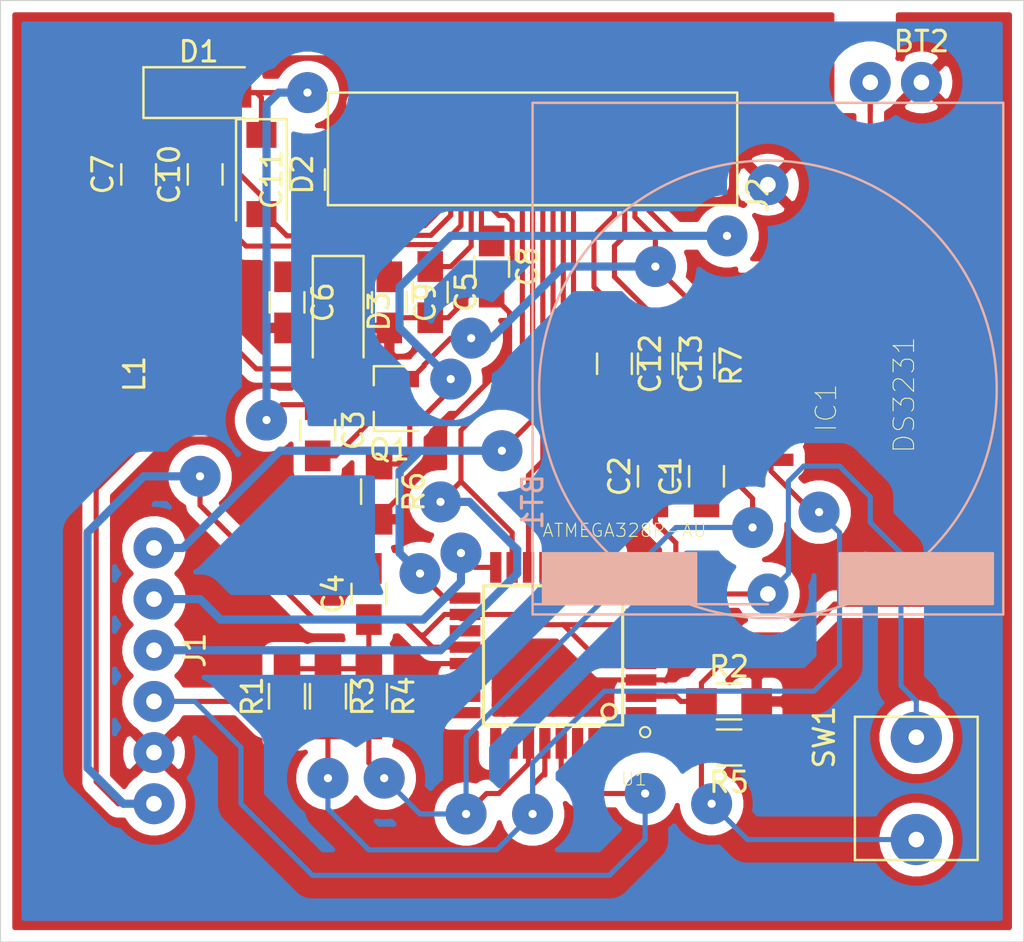
<source format=kicad_pcb>
(kicad_pcb (version 20171130) (host pcbnew 5.1.2-f72e74a~84~ubuntu18.04.1)

  (general
    (thickness 1.6)
    (drawings 4)
    (tracks 355)
    (zones 0)
    (modules 32)
    (nets 47)
  )

  (page A4)
  (layers
    (0 F.Cu signal)
    (31 B.Cu signal)
    (32 B.Adhes user)
    (33 F.Adhes user)
    (34 B.Paste user)
    (35 F.Paste user)
    (36 B.SilkS user)
    (37 F.SilkS user)
    (38 B.Mask user)
    (39 F.Mask user)
    (40 Dwgs.User user)
    (41 Cmts.User user)
    (42 Eco1.User user)
    (43 Eco2.User user)
    (44 Edge.Cuts user)
    (45 Margin user)
    (46 B.CrtYd user)
    (47 F.CrtYd user)
    (48 B.Fab user)
    (49 F.Fab user)
  )

  (setup
    (last_trace_width 0.25)
    (trace_clearance 0.2)
    (zone_clearance 0.5)
    (zone_45_only no)
    (trace_min 0.2)
    (via_size 0.8)
    (via_drill 0.4)
    (via_min_size 0.4)
    (via_min_drill 0.3)
    (uvia_size 0.3)
    (uvia_drill 0.1)
    (uvias_allowed no)
    (uvia_min_size 0.2)
    (uvia_min_drill 0.1)
    (edge_width 0.05)
    (segment_width 0.2)
    (pcb_text_width 0.3)
    (pcb_text_size 1.5 1.5)
    (mod_edge_width 0.12)
    (mod_text_size 1 1)
    (mod_text_width 0.15)
    (pad_size 0.85 0.2)
    (pad_drill 0)
    (pad_to_mask_clearance 0.051)
    (solder_mask_min_width 0.25)
    (aux_axis_origin 0 0)
    (visible_elements FFFFFF7F)
    (pcbplotparams
      (layerselection 0x00000_fffffffe)
      (usegerberextensions false)
      (usegerberattributes false)
      (usegerberadvancedattributes false)
      (creategerberjobfile false)
      (excludeedgelayer true)
      (linewidth 0.100000)
      (plotframeref false)
      (viasonmask false)
      (mode 1)
      (useauxorigin false)
      (hpglpennumber 1)
      (hpglpenspeed 20)
      (hpglpendiameter 15.000000)
      (psnegative false)
      (psa4output false)
      (plotreference true)
      (plotvalue true)
      (plotinvisibletext false)
      (padsonsilk false)
      (subtractmaskfromsilk false)
      (outputformat 5)
      (mirror false)
      (drillshape 0)
      (scaleselection 1)
      (outputdirectory ""))
  )

  (net 0 "")
  (net 1 gnd)
  (net 2 vcc)
  (net 3 "Net-(BT2-Pad1)")
  (net 4 "Net-(C3-Pad2)")
  (net 5 "Net-(C3-Pad1)")
  (net 6 "Net-(C5-Pad1)")
  (net 7 prevgh)
  (net 8 prevgl)
  (net 9 "Net-(C8-Pad1)")
  (net 10 "Net-(C9-Pad1)")
  (net 11 "Net-(C10-Pad1)")
  (net 12 "Net-(C11-Pad1)")
  (net 13 "Net-(C12-Pad1)")
  (net 14 "Net-(C13-Pad1)")
  (net 15 rtcVcc)
  (net 16 "Net-(IC1-Pad1)")
  (net 17 "Net-(IC1-Pad3)")
  (net 18 sda)
  (net 19 scl)
  (net 20 d13)
  (net 21 d12)
  (net 22 d11)
  (net 23 d10)
  (net 24 cs)
  (net 25 d.c)
  (net 26 reset)
  (net 27 busy)
  (net 28 "Net-(J2-Pad7)")
  (net 29 "Net-(J2-Pad6)")
  (net 30 rese)
  (net 31 gdr)
  (net 32 "Net-(J2-Pad1)")
  (net 33 "Net-(R5-Pad2)")
  (net 34 "Net-(U1-Pad7)")
  (net 35 "Net-(U1-Pad8)")
  (net 36 "Net-(U1-Pad9)")
  (net 37 "Net-(U1-Pad10)")
  (net 38 "Net-(U1-Pad19)")
  (net 39 "Net-(U1-Pad22)")
  (net 40 "Net-(U1-Pad23)")
  (net 41 "Net-(U1-Pad24)")
  (net 42 "Net-(U1-Pad25)")
  (net 43 "Net-(U1-Pad26)")
  (net 44 "Net-(U1-Pad30)")
  (net 45 "Net-(U1-Pad31)")
  (net 46 "Net-(U1-Pad32)")

  (net_class Default "This is the default net class."
    (clearance 0.2)
    (trace_width 0.25)
    (via_dia 0.8)
    (via_drill 0.4)
    (uvia_dia 0.3)
    (uvia_drill 0.1)
    (add_net "Net-(BT2-Pad1)")
    (add_net "Net-(C10-Pad1)")
    (add_net "Net-(C11-Pad1)")
    (add_net "Net-(C12-Pad1)")
    (add_net "Net-(C13-Pad1)")
    (add_net "Net-(C3-Pad1)")
    (add_net "Net-(C3-Pad2)")
    (add_net "Net-(C5-Pad1)")
    (add_net "Net-(C8-Pad1)")
    (add_net "Net-(C9-Pad1)")
    (add_net "Net-(IC1-Pad1)")
    (add_net "Net-(IC1-Pad3)")
    (add_net "Net-(J2-Pad1)")
    (add_net "Net-(J2-Pad6)")
    (add_net "Net-(J2-Pad7)")
    (add_net "Net-(R5-Pad2)")
    (add_net "Net-(U1-Pad10)")
    (add_net "Net-(U1-Pad19)")
    (add_net "Net-(U1-Pad22)")
    (add_net "Net-(U1-Pad23)")
    (add_net "Net-(U1-Pad24)")
    (add_net "Net-(U1-Pad25)")
    (add_net "Net-(U1-Pad26)")
    (add_net "Net-(U1-Pad30)")
    (add_net "Net-(U1-Pad31)")
    (add_net "Net-(U1-Pad32)")
    (add_net "Net-(U1-Pad7)")
    (add_net "Net-(U1-Pad8)")
    (add_net "Net-(U1-Pad9)")
    (add_net busy)
    (add_net cs)
    (add_net d.c)
    (add_net d10)
    (add_net d11)
    (add_net d12)
    (add_net d13)
    (add_net gdr)
    (add_net gnd)
    (add_net prevgh)
    (add_net prevgl)
    (add_net rese)
    (add_net reset)
    (add_net rtcVcc)
    (add_net scl)
    (add_net sda)
    (add_net vcc)
  )

  (module "otp:otp_coincellbattery holder" (layer F.Cu) (tedit 5D1ED707) (tstamp 5D1737A0)
    (at 110.5 100.5 90)
    (path /5D1C1CFF)
    (fp_text reference BT1 (at 0 0.5 90) (layer B.SilkS)
      (effects (font (size 1 1) (thickness 0.15)) (justify mirror))
    )
    (fp_text value Battery_Cell (at 0 -0.5 90) (layer B.Fab)
      (effects (font (size 1 1) (thickness 0.15)) (justify mirror))
    )
    (fp_circle (center 5.5 12) (end 16.68034 12) (layer B.SilkS) (width 0.12))
    (fp_line (start -5 0.5) (end -5 12) (layer B.SilkS) (width 0.12))
    (fp_poly (pts (xy -5 15.5) (xy -5 23) (xy -2.5 23) (xy -2.5 15.5)) (layer B.SilkS) (width 0.1))
    (fp_poly (pts (xy -5 1) (xy -5 8.5) (xy -2.5 8.5) (xy -2.5 1)) (layer B.SilkS) (width 0.1))
    (fp_line (start 19.5 0.5) (end -5.5 0.5) (layer B.SilkS) (width 0.12))
    (fp_line (start 19.5 23.5) (end 19.5 0.5) (layer B.SilkS) (width 0.12))
    (fp_line (start -5.5 23.5) (end 19.5 23.5) (layer B.SilkS) (width 0.12))
    (fp_line (start -5.5 0.5) (end -5.5 23.5) (layer B.SilkS) (width 0.12))
    (pad 2 thru_hole circle (at 15.5 12 90) (size 2 2) (drill 0.762) (layers *.Cu *.Mask)
      (net 1 gnd))
    (pad 1 thru_hole circle (at -4.5 12 90) (size 2 2) (drill 0.762) (layers *.Cu *.Mask)
      (net 2 vcc))
  )

  (module millk:Conn2 (layer F.Cu) (tedit 5CB1B342) (tstamp 5D1ECF98)
    (at 130 77.5)
    (path /5D1D282F)
    (fp_text reference BT2 (at 0 0.5) (layer F.SilkS)
      (effects (font (size 1 1) (thickness 0.15)))
    )
    (fp_text value Battery_Cell (at 0 -0.5) (layer F.Fab)
      (effects (font (size 1 1) (thickness 0.15)))
    )
    (pad 2 thru_hole circle (at 0 2.5) (size 2 2) (drill 0.762) (layers *.Cu *.Mask)
      (net 1 gnd))
    (pad 1 thru_hole circle (at -2.5 2.5) (size 2 2) (drill 0.762) (layers *.Cu *.Mask)
      (net 3 "Net-(BT2-Pad1)"))
  )

  (module Diodes_SMD:D_2010 (layer F.Cu) (tedit 590CF099) (tstamp 5D1738D3)
    (at 101.5 91.185 270)
    (descr "Diode SMD 2010, reflow soldering http://datasheets.avx.com/schottky.pdf")
    (tags "Diode 2010")
    (path /5D17D8A5)
    (attr smd)
    (fp_text reference D3 (at 0 -2 90) (layer F.SilkS)
      (effects (font (size 1 1) (thickness 0.15)))
    )
    (fp_text value MBR0530 (at 0 2.1 90) (layer F.Fab)
      (effects (font (size 1 1) (thickness 0.15)))
    )
    (fp_text user %R (at 0 -2 90) (layer F.Fab)
      (effects (font (size 1 1) (thickness 0.15)))
    )
    (fp_line (start -2.7 -1.24) (end -2.7 1.24) (layer F.SilkS) (width 0.12))
    (fp_line (start 2.25 1.1) (end -2.25 1.1) (layer F.Fab) (width 0.1))
    (fp_line (start -2.25 1.1) (end -2.25 -1.1) (layer F.Fab) (width 0.1))
    (fp_line (start 2.25 -1.1) (end 2.25 1.1) (layer F.Fab) (width 0.1))
    (fp_line (start 2.25 -1.1) (end -2.25 -1.1) (layer F.Fab) (width 0.1))
    (fp_line (start -2.81 -1.35) (end 2.81 -1.35) (layer F.CrtYd) (width 0.05))
    (fp_line (start -2.81 1.35) (end -2.81 -1.35) (layer F.CrtYd) (width 0.05))
    (fp_line (start -0.64944 0) (end -1.24 0) (layer F.Fab) (width 0.1))
    (fp_line (start 0.50118 0) (end 1.4994 0) (layer F.Fab) (width 0.1))
    (fp_line (start -0.64944 -0.79908) (end -0.64944 0.80112) (layer F.Fab) (width 0.1))
    (fp_line (start 0.50118 0.75032) (end 0.50118 -0.79908) (layer F.Fab) (width 0.1))
    (fp_line (start -0.64944 0) (end 0.50118 0.75032) (layer F.Fab) (width 0.1))
    (fp_line (start -0.64944 0) (end 0.50118 -0.79908) (layer F.Fab) (width 0.1))
    (fp_line (start -2.7 -1.24) (end 2.25 -1.24) (layer F.SilkS) (width 0.12))
    (fp_line (start -2.7 1.24) (end 2.25 1.24) (layer F.SilkS) (width 0.12))
    (fp_line (start 2.81 1.35) (end 2.81 -1.35) (layer F.CrtYd) (width 0.05))
    (fp_line (start -2.81 1.35) (end 2.81 1.35) (layer F.CrtYd) (width 0.05))
    (pad 1 smd rect (at -1.935 0 270) (size 1.27 1.47) (layers F.Cu F.Paste F.Mask)
      (net 7 prevgh))
    (pad 2 smd rect (at 1.935 0 270) (size 1.27 1.47) (layers F.Cu F.Paste F.Mask)
      (net 4 "Net-(C3-Pad2)"))
    (model ${KISYS3DMOD}/Diodes_SMD.3dshapes/D_2010.wrl
      (at (xyz 0 0 0))
      (scale (xyz 1 1 1))
      (rotate (xyz 0 0 0))
    )
  )

  (module Diodes_SMD:D_2010 (layer F.Cu) (tedit 590CF099) (tstamp 5D1738BB)
    (at 97.75 84.5 270)
    (descr "Diode SMD 2010, reflow soldering http://datasheets.avx.com/schottky.pdf")
    (tags "Diode 2010")
    (path /5D17DCE4)
    (attr smd)
    (fp_text reference D2 (at 0 -2 90) (layer F.SilkS)
      (effects (font (size 1 1) (thickness 0.15)))
    )
    (fp_text value MBR0530 (at 0 2.1 90) (layer F.Fab)
      (effects (font (size 1 1) (thickness 0.15)))
    )
    (fp_text user %R (at 0 -2 90) (layer F.Fab)
      (effects (font (size 1 1) (thickness 0.15)))
    )
    (fp_line (start -2.7 -1.24) (end -2.7 1.24) (layer F.SilkS) (width 0.12))
    (fp_line (start 2.25 1.1) (end -2.25 1.1) (layer F.Fab) (width 0.1))
    (fp_line (start -2.25 1.1) (end -2.25 -1.1) (layer F.Fab) (width 0.1))
    (fp_line (start 2.25 -1.1) (end 2.25 1.1) (layer F.Fab) (width 0.1))
    (fp_line (start 2.25 -1.1) (end -2.25 -1.1) (layer F.Fab) (width 0.1))
    (fp_line (start -2.81 -1.35) (end 2.81 -1.35) (layer F.CrtYd) (width 0.05))
    (fp_line (start -2.81 1.35) (end -2.81 -1.35) (layer F.CrtYd) (width 0.05))
    (fp_line (start -0.64944 0) (end -1.24 0) (layer F.Fab) (width 0.1))
    (fp_line (start 0.50118 0) (end 1.4994 0) (layer F.Fab) (width 0.1))
    (fp_line (start -0.64944 -0.79908) (end -0.64944 0.80112) (layer F.Fab) (width 0.1))
    (fp_line (start 0.50118 0.75032) (end 0.50118 -0.79908) (layer F.Fab) (width 0.1))
    (fp_line (start -0.64944 0) (end 0.50118 0.75032) (layer F.Fab) (width 0.1))
    (fp_line (start -0.64944 0) (end 0.50118 -0.79908) (layer F.Fab) (width 0.1))
    (fp_line (start -2.7 -1.24) (end 2.25 -1.24) (layer F.SilkS) (width 0.12))
    (fp_line (start -2.7 1.24) (end 2.25 1.24) (layer F.SilkS) (width 0.12))
    (fp_line (start 2.81 1.35) (end 2.81 -1.35) (layer F.CrtYd) (width 0.05))
    (fp_line (start -2.81 1.35) (end 2.81 1.35) (layer F.CrtYd) (width 0.05))
    (pad 1 smd rect (at -1.935 0 270) (size 1.27 1.47) (layers F.Cu F.Paste F.Mask)
      (net 5 "Net-(C3-Pad1)"))
    (pad 2 smd rect (at 1.935 0 270) (size 1.27 1.47) (layers F.Cu F.Paste F.Mask)
      (net 8 prevgl))
    (model ${KISYS3DMOD}/Diodes_SMD.3dshapes/D_2010.wrl
      (at (xyz 0 0 0))
      (scale (xyz 1 1 1))
      (rotate (xyz 0 0 0))
    )
  )

  (module Diodes_SMD:D_2010 (layer F.Cu) (tedit 590CF099) (tstamp 5D1738A3)
    (at 94.685 80.5)
    (descr "Diode SMD 2010, reflow soldering http://datasheets.avx.com/schottky.pdf")
    (tags "Diode 2010")
    (path /5D17E2C2)
    (attr smd)
    (fp_text reference D1 (at 0 -2) (layer F.SilkS)
      (effects (font (size 1 1) (thickness 0.15)))
    )
    (fp_text value MBR0530 (at 0 2.1) (layer F.Fab)
      (effects (font (size 1 1) (thickness 0.15)))
    )
    (fp_text user %R (at 0 -2) (layer F.Fab)
      (effects (font (size 1 1) (thickness 0.15)))
    )
    (fp_line (start -2.7 -1.24) (end -2.7 1.24) (layer F.SilkS) (width 0.12))
    (fp_line (start 2.25 1.1) (end -2.25 1.1) (layer F.Fab) (width 0.1))
    (fp_line (start -2.25 1.1) (end -2.25 -1.1) (layer F.Fab) (width 0.1))
    (fp_line (start 2.25 -1.1) (end 2.25 1.1) (layer F.Fab) (width 0.1))
    (fp_line (start 2.25 -1.1) (end -2.25 -1.1) (layer F.Fab) (width 0.1))
    (fp_line (start -2.81 -1.35) (end 2.81 -1.35) (layer F.CrtYd) (width 0.05))
    (fp_line (start -2.81 1.35) (end -2.81 -1.35) (layer F.CrtYd) (width 0.05))
    (fp_line (start -0.64944 0) (end -1.24 0) (layer F.Fab) (width 0.1))
    (fp_line (start 0.50118 0) (end 1.4994 0) (layer F.Fab) (width 0.1))
    (fp_line (start -0.64944 -0.79908) (end -0.64944 0.80112) (layer F.Fab) (width 0.1))
    (fp_line (start 0.50118 0.75032) (end 0.50118 -0.79908) (layer F.Fab) (width 0.1))
    (fp_line (start -0.64944 0) (end 0.50118 0.75032) (layer F.Fab) (width 0.1))
    (fp_line (start -0.64944 0) (end 0.50118 -0.79908) (layer F.Fab) (width 0.1))
    (fp_line (start -2.7 -1.24) (end 2.25 -1.24) (layer F.SilkS) (width 0.12))
    (fp_line (start -2.7 1.24) (end 2.25 1.24) (layer F.SilkS) (width 0.12))
    (fp_line (start 2.81 1.35) (end 2.81 -1.35) (layer F.CrtYd) (width 0.05))
    (fp_line (start -2.81 1.35) (end 2.81 1.35) (layer F.CrtYd) (width 0.05))
    (pad 1 smd rect (at -1.935 0) (size 1.27 1.47) (layers F.Cu F.Paste F.Mask)
      (net 1 gnd))
    (pad 2 smd rect (at 1.935 0) (size 1.27 1.47) (layers F.Cu F.Paste F.Mask)
      (net 5 "Net-(C3-Pad1)"))
    (model ${KISYS3DMOD}/Diodes_SMD.3dshapes/D_2010.wrl
      (at (xyz 0 0 0))
      (scale (xyz 1 1 1))
      (rotate (xyz 0 0 0))
    )
  )

  (module millk:pushbutton_2pin (layer F.Cu) (tedit 5D173407) (tstamp 5D1756C1)
    (at 124.75 112 90)
    (path /5D177234)
    (fp_text reference SW1 (at 0 0.5 90) (layer F.SilkS)
      (effects (font (size 1 1) (thickness 0.15)))
    )
    (fp_text value Switch_SW_Push (at 0 -0.5 90) (layer F.Fab)
      (effects (font (size 1 1) (thickness 0.15)))
    )
    (fp_line (start -6 8) (end -6 5) (layer F.SilkS) (width 0.12))
    (fp_line (start 1 8) (end -6 8) (layer F.SilkS) (width 0.12))
    (fp_line (start 1 2) (end 1 8) (layer F.SilkS) (width 0.12))
    (fp_line (start 0.5 2) (end 1 2) (layer F.SilkS) (width 0.12))
    (fp_line (start -6 2) (end 0.5 2) (layer F.SilkS) (width 0.12))
    (fp_line (start -6 5) (end -6 2) (layer F.SilkS) (width 0.12))
    (pad 2 thru_hole circle (at 0 5 90) (size 2.5 2.5) (drill 0.762) (layers *.Cu *.Mask)
      (net 2 vcc))
    (pad 1 thru_hole circle (at -5 5 90) (size 2.5 2.5) (drill 0.762) (layers *.Cu *.Mask)
      (net 33 "Net-(R5-Pad2)"))
  )

  (module Capacitors_SMD:C_0805_HandSoldering (layer F.Cu) (tedit 58AA84A8) (tstamp 5D1737BF)
    (at 119.5 99.25 90)
    (descr "Capacitor SMD 0805, hand soldering")
    (tags "capacitor 0805")
    (path /5D1C61F9)
    (attr smd)
    (fp_text reference C1 (at 0 -1.75 90) (layer F.SilkS)
      (effects (font (size 1 1) (thickness 0.15)))
    )
    (fp_text value C (at 0 1.75 90) (layer F.Fab)
      (effects (font (size 1 1) (thickness 0.15)))
    )
    (fp_text user %R (at 0 -1.75 90) (layer F.Fab)
      (effects (font (size 1 1) (thickness 0.15)))
    )
    (fp_line (start -1 0.62) (end -1 -0.62) (layer F.Fab) (width 0.1))
    (fp_line (start 1 0.62) (end -1 0.62) (layer F.Fab) (width 0.1))
    (fp_line (start 1 -0.62) (end 1 0.62) (layer F.Fab) (width 0.1))
    (fp_line (start -1 -0.62) (end 1 -0.62) (layer F.Fab) (width 0.1))
    (fp_line (start 0.5 -0.85) (end -0.5 -0.85) (layer F.SilkS) (width 0.12))
    (fp_line (start -0.5 0.85) (end 0.5 0.85) (layer F.SilkS) (width 0.12))
    (fp_line (start -2.25 -0.88) (end 2.25 -0.88) (layer F.CrtYd) (width 0.05))
    (fp_line (start -2.25 -0.88) (end -2.25 0.87) (layer F.CrtYd) (width 0.05))
    (fp_line (start 2.25 0.87) (end 2.25 -0.88) (layer F.CrtYd) (width 0.05))
    (fp_line (start 2.25 0.87) (end -2.25 0.87) (layer F.CrtYd) (width 0.05))
    (pad 1 smd rect (at -1.25 0 90) (size 1.5 1.25) (layers F.Cu F.Paste F.Mask)
      (net 2 vcc))
    (pad 2 smd rect (at 1.25 0 90) (size 1.5 1.25) (layers F.Cu F.Paste F.Mask)
      (net 1 gnd))
    (model Capacitors_SMD.3dshapes/C_0805.wrl
      (at (xyz 0 0 0))
      (scale (xyz 1 1 1))
      (rotate (xyz 0 0 0))
    )
  )

  (module Capacitors_SMD:C_0805_HandSoldering (layer F.Cu) (tedit 58AA84A8) (tstamp 5D1737D0)
    (at 117 99.25 90)
    (descr "Capacitor SMD 0805, hand soldering")
    (tags "capacitor 0805")
    (path /5D17C4D1)
    (attr smd)
    (fp_text reference C2 (at 0 -1.75 90) (layer F.SilkS)
      (effects (font (size 1 1) (thickness 0.15)))
    )
    (fp_text value C (at 0 1.75 90) (layer F.Fab)
      (effects (font (size 1 1) (thickness 0.15)))
    )
    (fp_line (start 2.25 0.87) (end -2.25 0.87) (layer F.CrtYd) (width 0.05))
    (fp_line (start 2.25 0.87) (end 2.25 -0.88) (layer F.CrtYd) (width 0.05))
    (fp_line (start -2.25 -0.88) (end -2.25 0.87) (layer F.CrtYd) (width 0.05))
    (fp_line (start -2.25 -0.88) (end 2.25 -0.88) (layer F.CrtYd) (width 0.05))
    (fp_line (start -0.5 0.85) (end 0.5 0.85) (layer F.SilkS) (width 0.12))
    (fp_line (start 0.5 -0.85) (end -0.5 -0.85) (layer F.SilkS) (width 0.12))
    (fp_line (start -1 -0.62) (end 1 -0.62) (layer F.Fab) (width 0.1))
    (fp_line (start 1 -0.62) (end 1 0.62) (layer F.Fab) (width 0.1))
    (fp_line (start 1 0.62) (end -1 0.62) (layer F.Fab) (width 0.1))
    (fp_line (start -1 0.62) (end -1 -0.62) (layer F.Fab) (width 0.1))
    (fp_text user %R (at 0 -1.75 90) (layer F.Fab)
      (effects (font (size 1 1) (thickness 0.15)))
    )
    (pad 2 smd rect (at 1.25 0 90) (size 1.5 1.25) (layers F.Cu F.Paste F.Mask)
      (net 1 gnd))
    (pad 1 smd rect (at -1.25 0 90) (size 1.5 1.25) (layers F.Cu F.Paste F.Mask)
      (net 2 vcc))
    (model Capacitors_SMD.3dshapes/C_0805.wrl
      (at (xyz 0 0 0))
      (scale (xyz 1 1 1))
      (rotate (xyz 0 0 0))
    )
  )

  (module Capacitors_SMD:C_0805_HandSoldering (layer F.Cu) (tedit 58AA84A8) (tstamp 5D1737E1)
    (at 100.5 97 270)
    (descr "Capacitor SMD 0805, hand soldering")
    (tags "capacitor 0805")
    (path /5D17D28F)
    (attr smd)
    (fp_text reference C3 (at 0 -1.75 90) (layer F.SilkS)
      (effects (font (size 1 1) (thickness 0.15)))
    )
    (fp_text value C (at 0 1.75 90) (layer F.Fab)
      (effects (font (size 1 1) (thickness 0.15)))
    )
    (fp_line (start 2.25 0.87) (end -2.25 0.87) (layer F.CrtYd) (width 0.05))
    (fp_line (start 2.25 0.87) (end 2.25 -0.88) (layer F.CrtYd) (width 0.05))
    (fp_line (start -2.25 -0.88) (end -2.25 0.87) (layer F.CrtYd) (width 0.05))
    (fp_line (start -2.25 -0.88) (end 2.25 -0.88) (layer F.CrtYd) (width 0.05))
    (fp_line (start -0.5 0.85) (end 0.5 0.85) (layer F.SilkS) (width 0.12))
    (fp_line (start 0.5 -0.85) (end -0.5 -0.85) (layer F.SilkS) (width 0.12))
    (fp_line (start -1 -0.62) (end 1 -0.62) (layer F.Fab) (width 0.1))
    (fp_line (start 1 -0.62) (end 1 0.62) (layer F.Fab) (width 0.1))
    (fp_line (start 1 0.62) (end -1 0.62) (layer F.Fab) (width 0.1))
    (fp_line (start -1 0.62) (end -1 -0.62) (layer F.Fab) (width 0.1))
    (fp_text user %R (at 0 -1.75 90) (layer F.Fab)
      (effects (font (size 1 1) (thickness 0.15)))
    )
    (pad 2 smd rect (at 1.25 0 270) (size 1.5 1.25) (layers F.Cu F.Paste F.Mask)
      (net 4 "Net-(C3-Pad2)"))
    (pad 1 smd rect (at -1.25 0 270) (size 1.5 1.25) (layers F.Cu F.Paste F.Mask)
      (net 5 "Net-(C3-Pad1)"))
    (model Capacitors_SMD.3dshapes/C_0805.wrl
      (at (xyz 0 0 0))
      (scale (xyz 1 1 1))
      (rotate (xyz 0 0 0))
    )
  )

  (module Capacitors_SMD:C_0805_HandSoldering (layer F.Cu) (tedit 58AA84A8) (tstamp 5D1737F2)
    (at 103 105 90)
    (descr "Capacitor SMD 0805, hand soldering")
    (tags "capacitor 0805")
    (path /5D1AB97A)
    (attr smd)
    (fp_text reference C4 (at 0 -1.75 90) (layer F.SilkS)
      (effects (font (size 1 1) (thickness 0.15)))
    )
    (fp_text value C (at 0 1.75 90) (layer F.Fab)
      (effects (font (size 1 1) (thickness 0.15)))
    )
    (fp_text user %R (at 0 -1.75 90) (layer F.Fab)
      (effects (font (size 1 1) (thickness 0.15)))
    )
    (fp_line (start -1 0.62) (end -1 -0.62) (layer F.Fab) (width 0.1))
    (fp_line (start 1 0.62) (end -1 0.62) (layer F.Fab) (width 0.1))
    (fp_line (start 1 -0.62) (end 1 0.62) (layer F.Fab) (width 0.1))
    (fp_line (start -1 -0.62) (end 1 -0.62) (layer F.Fab) (width 0.1))
    (fp_line (start 0.5 -0.85) (end -0.5 -0.85) (layer F.SilkS) (width 0.12))
    (fp_line (start -0.5 0.85) (end 0.5 0.85) (layer F.SilkS) (width 0.12))
    (fp_line (start -2.25 -0.88) (end 2.25 -0.88) (layer F.CrtYd) (width 0.05))
    (fp_line (start -2.25 -0.88) (end -2.25 0.87) (layer F.CrtYd) (width 0.05))
    (fp_line (start 2.25 0.87) (end 2.25 -0.88) (layer F.CrtYd) (width 0.05))
    (fp_line (start 2.25 0.87) (end -2.25 0.87) (layer F.CrtYd) (width 0.05))
    (pad 1 smd rect (at -1.25 0 90) (size 1.5 1.25) (layers F.Cu F.Paste F.Mask)
      (net 2 vcc))
    (pad 2 smd rect (at 1.25 0 90) (size 1.5 1.25) (layers F.Cu F.Paste F.Mask)
      (net 1 gnd))
    (model Capacitors_SMD.3dshapes/C_0805.wrl
      (at (xyz 0 0 0))
      (scale (xyz 1 1 1))
      (rotate (xyz 0 0 0))
    )
  )

  (module Capacitors_SMD:C_0805_HandSoldering (layer F.Cu) (tedit 58AA84A8) (tstamp 5D173803)
    (at 106 90.25 270)
    (descr "Capacitor SMD 0805, hand soldering")
    (tags "capacitor 0805")
    (path /5D18C383)
    (attr smd)
    (fp_text reference C5 (at 0 -1.75 90) (layer F.SilkS)
      (effects (font (size 1 1) (thickness 0.15)))
    )
    (fp_text value C (at 0 1.75 90) (layer F.Fab)
      (effects (font (size 1 1) (thickness 0.15)))
    )
    (fp_text user %R (at 0 -1.75 90) (layer F.Fab)
      (effects (font (size 1 1) (thickness 0.15)))
    )
    (fp_line (start -1 0.62) (end -1 -0.62) (layer F.Fab) (width 0.1))
    (fp_line (start 1 0.62) (end -1 0.62) (layer F.Fab) (width 0.1))
    (fp_line (start 1 -0.62) (end 1 0.62) (layer F.Fab) (width 0.1))
    (fp_line (start -1 -0.62) (end 1 -0.62) (layer F.Fab) (width 0.1))
    (fp_line (start 0.5 -0.85) (end -0.5 -0.85) (layer F.SilkS) (width 0.12))
    (fp_line (start -0.5 0.85) (end 0.5 0.85) (layer F.SilkS) (width 0.12))
    (fp_line (start -2.25 -0.88) (end 2.25 -0.88) (layer F.CrtYd) (width 0.05))
    (fp_line (start -2.25 -0.88) (end -2.25 0.87) (layer F.CrtYd) (width 0.05))
    (fp_line (start 2.25 0.87) (end 2.25 -0.88) (layer F.CrtYd) (width 0.05))
    (fp_line (start 2.25 0.87) (end -2.25 0.87) (layer F.CrtYd) (width 0.05))
    (pad 1 smd rect (at -1.25 0 270) (size 1.5 1.25) (layers F.Cu F.Paste F.Mask)
      (net 6 "Net-(C5-Pad1)"))
    (pad 2 smd rect (at 1.25 0 270) (size 1.5 1.25) (layers F.Cu F.Paste F.Mask)
      (net 1 gnd))
    (model Capacitors_SMD.3dshapes/C_0805.wrl
      (at (xyz 0 0 0))
      (scale (xyz 1 1 1))
      (rotate (xyz 0 0 0))
    )
  )

  (module Capacitors_SMD:C_0805_HandSoldering (layer F.Cu) (tedit 58AA84A8) (tstamp 5D173814)
    (at 99 90.75 270)
    (descr "Capacitor SMD 0805, hand soldering")
    (tags "capacitor 0805")
    (path /5D18F282)
    (attr smd)
    (fp_text reference C6 (at 0 -1.75 90) (layer F.SilkS)
      (effects (font (size 1 1) (thickness 0.15)))
    )
    (fp_text value C (at 0 1.75 90) (layer F.Fab)
      (effects (font (size 1 1) (thickness 0.15)))
    )
    (fp_text user %R (at 0 -1.75 90) (layer F.Fab)
      (effects (font (size 1 1) (thickness 0.15)))
    )
    (fp_line (start -1 0.62) (end -1 -0.62) (layer F.Fab) (width 0.1))
    (fp_line (start 1 0.62) (end -1 0.62) (layer F.Fab) (width 0.1))
    (fp_line (start 1 -0.62) (end 1 0.62) (layer F.Fab) (width 0.1))
    (fp_line (start -1 -0.62) (end 1 -0.62) (layer F.Fab) (width 0.1))
    (fp_line (start 0.5 -0.85) (end -0.5 -0.85) (layer F.SilkS) (width 0.12))
    (fp_line (start -0.5 0.85) (end 0.5 0.85) (layer F.SilkS) (width 0.12))
    (fp_line (start -2.25 -0.88) (end 2.25 -0.88) (layer F.CrtYd) (width 0.05))
    (fp_line (start -2.25 -0.88) (end -2.25 0.87) (layer F.CrtYd) (width 0.05))
    (fp_line (start 2.25 0.87) (end 2.25 -0.88) (layer F.CrtYd) (width 0.05))
    (fp_line (start 2.25 0.87) (end -2.25 0.87) (layer F.CrtYd) (width 0.05))
    (pad 1 smd rect (at -1.25 0 270) (size 1.5 1.25) (layers F.Cu F.Paste F.Mask)
      (net 7 prevgh))
    (pad 2 smd rect (at 1.25 0 270) (size 1.5 1.25) (layers F.Cu F.Paste F.Mask)
      (net 1 gnd))
    (model Capacitors_SMD.3dshapes/C_0805.wrl
      (at (xyz 0 0 0))
      (scale (xyz 1 1 1))
      (rotate (xyz 0 0 0))
    )
  )

  (module Capacitors_SMD:C_0805_HandSoldering (layer F.Cu) (tedit 58AA84A8) (tstamp 5D173825)
    (at 91.75 84.5 90)
    (descr "Capacitor SMD 0805, hand soldering")
    (tags "capacitor 0805")
    (path /5D190C60)
    (attr smd)
    (fp_text reference C7 (at 0 -1.75 90) (layer F.SilkS)
      (effects (font (size 1 1) (thickness 0.15)))
    )
    (fp_text value C (at 0 1.75 90) (layer F.Fab)
      (effects (font (size 1 1) (thickness 0.15)))
    )
    (fp_text user %R (at 0 -1.75 90) (layer F.Fab)
      (effects (font (size 1 1) (thickness 0.15)))
    )
    (fp_line (start -1 0.62) (end -1 -0.62) (layer F.Fab) (width 0.1))
    (fp_line (start 1 0.62) (end -1 0.62) (layer F.Fab) (width 0.1))
    (fp_line (start 1 -0.62) (end 1 0.62) (layer F.Fab) (width 0.1))
    (fp_line (start -1 -0.62) (end 1 -0.62) (layer F.Fab) (width 0.1))
    (fp_line (start 0.5 -0.85) (end -0.5 -0.85) (layer F.SilkS) (width 0.12))
    (fp_line (start -0.5 0.85) (end 0.5 0.85) (layer F.SilkS) (width 0.12))
    (fp_line (start -2.25 -0.88) (end 2.25 -0.88) (layer F.CrtYd) (width 0.05))
    (fp_line (start -2.25 -0.88) (end -2.25 0.87) (layer F.CrtYd) (width 0.05))
    (fp_line (start 2.25 0.87) (end 2.25 -0.88) (layer F.CrtYd) (width 0.05))
    (fp_line (start 2.25 0.87) (end -2.25 0.87) (layer F.CrtYd) (width 0.05))
    (pad 1 smd rect (at -1.25 0 90) (size 1.5 1.25) (layers F.Cu F.Paste F.Mask)
      (net 8 prevgl))
    (pad 2 smd rect (at 1.25 0 90) (size 1.5 1.25) (layers F.Cu F.Paste F.Mask)
      (net 1 gnd))
    (model Capacitors_SMD.3dshapes/C_0805.wrl
      (at (xyz 0 0 0))
      (scale (xyz 1 1 1))
      (rotate (xyz 0 0 0))
    )
  )

  (module Capacitors_SMD:C_0805_HandSoldering (layer F.Cu) (tedit 58AA84A8) (tstamp 5D173836)
    (at 109 89 270)
    (descr "Capacitor SMD 0805, hand soldering")
    (tags "capacitor 0805")
    (path /5D18AFD1)
    (attr smd)
    (fp_text reference C8 (at 0 -1.75 90) (layer F.SilkS)
      (effects (font (size 1 1) (thickness 0.15)))
    )
    (fp_text value C (at 0 1.75 90) (layer F.Fab)
      (effects (font (size 1 1) (thickness 0.15)))
    )
    (fp_line (start 2.25 0.87) (end -2.25 0.87) (layer F.CrtYd) (width 0.05))
    (fp_line (start 2.25 0.87) (end 2.25 -0.88) (layer F.CrtYd) (width 0.05))
    (fp_line (start -2.25 -0.88) (end -2.25 0.87) (layer F.CrtYd) (width 0.05))
    (fp_line (start -2.25 -0.88) (end 2.25 -0.88) (layer F.CrtYd) (width 0.05))
    (fp_line (start -0.5 0.85) (end 0.5 0.85) (layer F.SilkS) (width 0.12))
    (fp_line (start 0.5 -0.85) (end -0.5 -0.85) (layer F.SilkS) (width 0.12))
    (fp_line (start -1 -0.62) (end 1 -0.62) (layer F.Fab) (width 0.1))
    (fp_line (start 1 -0.62) (end 1 0.62) (layer F.Fab) (width 0.1))
    (fp_line (start 1 0.62) (end -1 0.62) (layer F.Fab) (width 0.1))
    (fp_line (start -1 0.62) (end -1 -0.62) (layer F.Fab) (width 0.1))
    (fp_text user %R (at 0 -1.75 90) (layer F.Fab)
      (effects (font (size 1 1) (thickness 0.15)))
    )
    (pad 2 smd rect (at 1.25 0 270) (size 1.5 1.25) (layers F.Cu F.Paste F.Mask)
      (net 1 gnd))
    (pad 1 smd rect (at -1.25 0 270) (size 1.5 1.25) (layers F.Cu F.Paste F.Mask)
      (net 9 "Net-(C8-Pad1)"))
    (model Capacitors_SMD.3dshapes/C_0805.wrl
      (at (xyz 0 0 0))
      (scale (xyz 1 1 1))
      (rotate (xyz 0 0 0))
    )
  )

  (module Capacitors_SMD:C_0805_HandSoldering (layer F.Cu) (tedit 58AA84A8) (tstamp 5D173847)
    (at 104 90.75 270)
    (descr "Capacitor SMD 0805, hand soldering")
    (tags "capacitor 0805")
    (path /5D18D5A6)
    (attr smd)
    (fp_text reference C9 (at 0 -1.75 90) (layer F.SilkS)
      (effects (font (size 1 1) (thickness 0.15)))
    )
    (fp_text value C (at 0 1.75 90) (layer F.Fab)
      (effects (font (size 1 1) (thickness 0.15)))
    )
    (fp_line (start 2.25 0.87) (end -2.25 0.87) (layer F.CrtYd) (width 0.05))
    (fp_line (start 2.25 0.87) (end 2.25 -0.88) (layer F.CrtYd) (width 0.05))
    (fp_line (start -2.25 -0.88) (end -2.25 0.87) (layer F.CrtYd) (width 0.05))
    (fp_line (start -2.25 -0.88) (end 2.25 -0.88) (layer F.CrtYd) (width 0.05))
    (fp_line (start -0.5 0.85) (end 0.5 0.85) (layer F.SilkS) (width 0.12))
    (fp_line (start 0.5 -0.85) (end -0.5 -0.85) (layer F.SilkS) (width 0.12))
    (fp_line (start -1 -0.62) (end 1 -0.62) (layer F.Fab) (width 0.1))
    (fp_line (start 1 -0.62) (end 1 0.62) (layer F.Fab) (width 0.1))
    (fp_line (start 1 0.62) (end -1 0.62) (layer F.Fab) (width 0.1))
    (fp_line (start -1 0.62) (end -1 -0.62) (layer F.Fab) (width 0.1))
    (fp_text user %R (at 0 -1.75 90) (layer F.Fab)
      (effects (font (size 1 1) (thickness 0.15)))
    )
    (pad 2 smd rect (at 1.25 0 270) (size 1.5 1.25) (layers F.Cu F.Paste F.Mask)
      (net 1 gnd))
    (pad 1 smd rect (at -1.25 0 270) (size 1.5 1.25) (layers F.Cu F.Paste F.Mask)
      (net 10 "Net-(C9-Pad1)"))
    (model Capacitors_SMD.3dshapes/C_0805.wrl
      (at (xyz 0 0 0))
      (scale (xyz 1 1 1))
      (rotate (xyz 0 0 0))
    )
  )

  (module Capacitors_SMD:C_0805_HandSoldering (layer F.Cu) (tedit 58AA84A8) (tstamp 5D173858)
    (at 95 84.5 90)
    (descr "Capacitor SMD 0805, hand soldering")
    (tags "capacitor 0805")
    (path /5D18FF28)
    (attr smd)
    (fp_text reference C10 (at 0 -1.75 90) (layer F.SilkS)
      (effects (font (size 1 1) (thickness 0.15)))
    )
    (fp_text value C (at 0 1.75 90) (layer F.Fab)
      (effects (font (size 1 1) (thickness 0.15)))
    )
    (fp_line (start 2.25 0.87) (end -2.25 0.87) (layer F.CrtYd) (width 0.05))
    (fp_line (start 2.25 0.87) (end 2.25 -0.88) (layer F.CrtYd) (width 0.05))
    (fp_line (start -2.25 -0.88) (end -2.25 0.87) (layer F.CrtYd) (width 0.05))
    (fp_line (start -2.25 -0.88) (end 2.25 -0.88) (layer F.CrtYd) (width 0.05))
    (fp_line (start -0.5 0.85) (end 0.5 0.85) (layer F.SilkS) (width 0.12))
    (fp_line (start 0.5 -0.85) (end -0.5 -0.85) (layer F.SilkS) (width 0.12))
    (fp_line (start -1 -0.62) (end 1 -0.62) (layer F.Fab) (width 0.1))
    (fp_line (start 1 -0.62) (end 1 0.62) (layer F.Fab) (width 0.1))
    (fp_line (start 1 0.62) (end -1 0.62) (layer F.Fab) (width 0.1))
    (fp_line (start -1 0.62) (end -1 -0.62) (layer F.Fab) (width 0.1))
    (fp_text user %R (at 0 -1.75 90) (layer F.Fab)
      (effects (font (size 1 1) (thickness 0.15)))
    )
    (pad 2 smd rect (at 1.25 0 90) (size 1.5 1.25) (layers F.Cu F.Paste F.Mask)
      (net 1 gnd))
    (pad 1 smd rect (at -1.25 0 90) (size 1.5 1.25) (layers F.Cu F.Paste F.Mask)
      (net 11 "Net-(C10-Pad1)"))
    (model Capacitors_SMD.3dshapes/C_0805.wrl
      (at (xyz 0 0 0))
      (scale (xyz 1 1 1))
      (rotate (xyz 0 0 0))
    )
  )

  (module Capacitors_SMD:C_0805_HandSoldering (layer F.Cu) (tedit 58AA84A8) (tstamp 5D173869)
    (at 100 84.75 90)
    (descr "Capacitor SMD 0805, hand soldering")
    (tags "capacitor 0805")
    (path /5D191705)
    (attr smd)
    (fp_text reference C11 (at 0 -1.75 90) (layer F.SilkS)
      (effects (font (size 1 1) (thickness 0.15)))
    )
    (fp_text value C (at 0 1.75 90) (layer F.Fab)
      (effects (font (size 1 1) (thickness 0.15)))
    )
    (fp_line (start 2.25 0.87) (end -2.25 0.87) (layer F.CrtYd) (width 0.05))
    (fp_line (start 2.25 0.87) (end 2.25 -0.88) (layer F.CrtYd) (width 0.05))
    (fp_line (start -2.25 -0.88) (end -2.25 0.87) (layer F.CrtYd) (width 0.05))
    (fp_line (start -2.25 -0.88) (end 2.25 -0.88) (layer F.CrtYd) (width 0.05))
    (fp_line (start -0.5 0.85) (end 0.5 0.85) (layer F.SilkS) (width 0.12))
    (fp_line (start 0.5 -0.85) (end -0.5 -0.85) (layer F.SilkS) (width 0.12))
    (fp_line (start -1 -0.62) (end 1 -0.62) (layer F.Fab) (width 0.1))
    (fp_line (start 1 -0.62) (end 1 0.62) (layer F.Fab) (width 0.1))
    (fp_line (start 1 0.62) (end -1 0.62) (layer F.Fab) (width 0.1))
    (fp_line (start -1 0.62) (end -1 -0.62) (layer F.Fab) (width 0.1))
    (fp_text user %R (at 0 -1.75 90) (layer F.Fab)
      (effects (font (size 1 1) (thickness 0.15)))
    )
    (pad 2 smd rect (at 1.25 0 90) (size 1.5 1.25) (layers F.Cu F.Paste F.Mask)
      (net 1 gnd))
    (pad 1 smd rect (at -1.25 0 90) (size 1.5 1.25) (layers F.Cu F.Paste F.Mask)
      (net 12 "Net-(C11-Pad1)"))
    (model Capacitors_SMD.3dshapes/C_0805.wrl
      (at (xyz 0 0 0))
      (scale (xyz 1 1 1))
      (rotate (xyz 0 0 0))
    )
  )

  (module Capacitors_SMD:C_0805_HandSoldering (layer F.Cu) (tedit 58AA84A8) (tstamp 5D17387A)
    (at 115 93.75 270)
    (descr "Capacitor SMD 0805, hand soldering")
    (tags "capacitor 0805")
    (path /5D18A968)
    (attr smd)
    (fp_text reference C12 (at 0 -1.75 90) (layer F.SilkS)
      (effects (font (size 1 1) (thickness 0.15)))
    )
    (fp_text value C (at 0 1.75 90) (layer F.Fab)
      (effects (font (size 1 1) (thickness 0.15)))
    )
    (fp_text user %R (at 0 -1.75 90) (layer F.Fab)
      (effects (font (size 1 1) (thickness 0.15)))
    )
    (fp_line (start -1 0.62) (end -1 -0.62) (layer F.Fab) (width 0.1))
    (fp_line (start 1 0.62) (end -1 0.62) (layer F.Fab) (width 0.1))
    (fp_line (start 1 -0.62) (end 1 0.62) (layer F.Fab) (width 0.1))
    (fp_line (start -1 -0.62) (end 1 -0.62) (layer F.Fab) (width 0.1))
    (fp_line (start 0.5 -0.85) (end -0.5 -0.85) (layer F.SilkS) (width 0.12))
    (fp_line (start -0.5 0.85) (end 0.5 0.85) (layer F.SilkS) (width 0.12))
    (fp_line (start -2.25 -0.88) (end 2.25 -0.88) (layer F.CrtYd) (width 0.05))
    (fp_line (start -2.25 -0.88) (end -2.25 0.87) (layer F.CrtYd) (width 0.05))
    (fp_line (start 2.25 0.87) (end 2.25 -0.88) (layer F.CrtYd) (width 0.05))
    (fp_line (start 2.25 0.87) (end -2.25 0.87) (layer F.CrtYd) (width 0.05))
    (pad 1 smd rect (at -1.25 0 270) (size 1.5 1.25) (layers F.Cu F.Paste F.Mask)
      (net 13 "Net-(C12-Pad1)"))
    (pad 2 smd rect (at 1.25 0 270) (size 1.5 1.25) (layers F.Cu F.Paste F.Mask)
      (net 1 gnd))
    (model Capacitors_SMD.3dshapes/C_0805.wrl
      (at (xyz 0 0 0))
      (scale (xyz 1 1 1))
      (rotate (xyz 0 0 0))
    )
  )

  (module Capacitors_SMD:C_0805_HandSoldering (layer F.Cu) (tedit 58AA84A8) (tstamp 5D17388B)
    (at 117 93.75 270)
    (descr "Capacitor SMD 0805, hand soldering")
    (tags "capacitor 0805")
    (path /5D189B5E)
    (attr smd)
    (fp_text reference C13 (at 0 -1.75 90) (layer F.SilkS)
      (effects (font (size 1 1) (thickness 0.15)))
    )
    (fp_text value C (at 0 1.75 90) (layer F.Fab)
      (effects (font (size 1 1) (thickness 0.15)))
    )
    (fp_line (start 2.25 0.87) (end -2.25 0.87) (layer F.CrtYd) (width 0.05))
    (fp_line (start 2.25 0.87) (end 2.25 -0.88) (layer F.CrtYd) (width 0.05))
    (fp_line (start -2.25 -0.88) (end -2.25 0.87) (layer F.CrtYd) (width 0.05))
    (fp_line (start -2.25 -0.88) (end 2.25 -0.88) (layer F.CrtYd) (width 0.05))
    (fp_line (start -0.5 0.85) (end 0.5 0.85) (layer F.SilkS) (width 0.12))
    (fp_line (start 0.5 -0.85) (end -0.5 -0.85) (layer F.SilkS) (width 0.12))
    (fp_line (start -1 -0.62) (end 1 -0.62) (layer F.Fab) (width 0.1))
    (fp_line (start 1 -0.62) (end 1 0.62) (layer F.Fab) (width 0.1))
    (fp_line (start 1 0.62) (end -1 0.62) (layer F.Fab) (width 0.1))
    (fp_line (start -1 0.62) (end -1 -0.62) (layer F.Fab) (width 0.1))
    (fp_text user %R (at 0 -1.75 90) (layer F.Fab)
      (effects (font (size 1 1) (thickness 0.15)))
    )
    (pad 2 smd rect (at 1.25 0 270) (size 1.5 1.25) (layers F.Cu F.Paste F.Mask)
      (net 1 gnd))
    (pad 1 smd rect (at -1.25 0 270) (size 1.5 1.25) (layers F.Cu F.Paste F.Mask)
      (net 14 "Net-(C13-Pad1)"))
    (model Capacitors_SMD.3dshapes/C_0805.wrl
      (at (xyz 0 0 0))
      (scale (xyz 1 1 1))
      (rotate (xyz 0 0 0))
    )
  )

  (module DS3231:SO16W (layer F.Cu) (tedit 0) (tstamp 5D173902)
    (at 127.25 94 90)
    (descr "<b>SMALL OUTLINE INTEGRATED CIRCUIT</b><p>wide body 7.5 mm/JEDEC MS-013AA")
    (path /5D178318)
    (attr smd)
    (fp_text reference IC1 (at -1.90554 -1.90554 90) (layer F.SilkS)
      (effects (font (size 1.00028 1.00028) (thickness 0.05)))
    )
    (fp_text value DS3231 (at -1.2704 1.90562 90) (layer F.SilkS)
      (effects (font (size 1.00033 1.00033) (thickness 0.05)))
    )
    (fp_line (start -5.395 -5.9) (end 5.395 -5.9) (layer Eco1.User) (width 0.1998))
    (fp_line (start 5.395 5.9) (end -5.395 5.9) (layer Eco1.User) (width 0.1998))
    (fp_line (start -5.395 5.9) (end -5.395 -5.9) (layer Eco1.User) (width 0.1998))
    (fp_line (start 5.19 3.7) (end -5.19 3.7) (layer Eco2.User) (width 0.2032))
    (fp_line (start -5.19 3.7) (end -5.19 3.2) (layer Eco2.User) (width 0.2032))
    (fp_line (start -5.19 3.2) (end -5.19 -3.7) (layer Eco2.User) (width 0.2032))
    (fp_line (start -5.19 -3.7) (end 5.19 -3.7) (layer Eco2.User) (width 0.2032))
    (fp_line (start 5.19 3.2) (end -5.19 3.2) (layer Eco2.User) (width 0.2032))
    (fp_line (start 5.19 -3.7) (end 5.19 3.2) (layer Eco2.User) (width 0.2032))
    (fp_line (start 5.19 3.2) (end 5.19 3.7) (layer Eco2.User) (width 0.2032))
    (fp_line (start 5.395 -5.9) (end 5.395 5.9) (layer Eco1.User) (width 0.1998))
    (fp_poly (pts (xy -4.69792 3.8001) (xy -4.1999 3.8001) (xy -4.1999 5.32887) (xy -4.69792 5.32887)) (layer Eco2.User) (width 0))
    (fp_poly (pts (xy -3.4211 3.8001) (xy -2.9299 3.8001) (xy -2.9299 5.32155) (xy -3.4211 5.32155)) (layer Eco2.User) (width 0))
    (fp_poly (pts (xy -2.15252 3.8001) (xy -1.6599 3.8001) (xy -1.6599 5.32599) (xy -2.15252 5.32599)) (layer Eco2.User) (width 0))
    (fp_poly (pts (xy -0.881631 3.8001) (xy -0.3899 3.8001) (xy -0.3899 5.32926) (xy -0.881631 5.32926)) (layer Eco2.User) (width 0))
    (fp_poly (pts (xy 0.389942 3.8001) (xy 0.8801 3.8001) (xy 0.8801 5.32057) (xy 0.389942 5.32057)) (layer Eco2.User) (width 0))
    (fp_poly (pts (xy 1.66201 3.8001) (xy 2.1501 3.8001) (xy 2.1501 5.32675) (xy 1.66201 5.32675)) (layer Eco2.User) (width 0))
    (fp_poly (pts (xy 2.93164 3.8001) (xy 3.4201 3.8001) (xy 3.4201 5.32316) (xy 2.93164 5.32316)) (layer Eco2.User) (width 0))
    (fp_poly (pts (xy 4.20405 3.8001) (xy 4.6901 3.8001) (xy 4.6901 5.32525) (xy 4.20405 5.32525)) (layer Eco2.User) (width 0))
    (fp_poly (pts (xy 4.20377 -5.32) (xy 4.6901 -5.32) (xy 4.6901 -3.8036) (xy 4.20377 -3.8036)) (layer Eco2.User) (width 0))
    (fp_poly (pts (xy 2.93419 -5.32) (xy 3.4201 -5.32) (xy 3.4201 -3.80566) (xy 2.93419 -3.80566)) (layer Eco2.User) (width 0))
    (fp_poly (pts (xy 1.66018 -5.32) (xy 2.1501 -5.32) (xy 2.1501 -3.80074) (xy 1.66018 -3.80074)) (layer Eco2.User) (width 0))
    (fp_poly (pts (xy 0.39062 -5.32) (xy 0.8801 -5.32) (xy 0.8801 -3.80712) (xy 0.39062 -3.80712)) (layer Eco2.User) (width 0))
    (fp_poly (pts (xy -0.881736 -5.32) (xy -0.3899 -5.32) (xy -0.3899 -3.80717) (xy -0.881736 -3.80717)) (layer Eco2.User) (width 0))
    (fp_poly (pts (xy -2.15037 -5.32) (xy -1.6599 -5.32) (xy -1.6599 -3.80058) (xy -2.15037 -3.80058)) (layer Eco2.User) (width 0))
    (fp_poly (pts (xy -3.42336 -5.32) (xy -2.9299 -5.32) (xy -2.9299 -3.80372) (xy -3.42336 -3.80372)) (layer Eco2.User) (width 0))
    (fp_poly (pts (xy -4.69487 -5.32) (xy -4.1999 -5.32) (xy -4.1999 -3.80397) (xy -4.69487 -3.80397)) (layer Eco2.User) (width 0))
    (pad 2 smd rect (at -3.175 4.6 90) (size 0.6 2.2) (layers F.Cu F.Paste F.Mask)
      (net 15 rtcVcc))
    (pad 13 smd rect (at -0.635 -4.6 90) (size 0.6 2.2) (layers F.Cu F.Paste F.Mask)
      (net 1 gnd))
    (pad 1 smd rect (at -4.445 4.6 90) (size 0.6 2.2) (layers F.Cu F.Paste F.Mask)
      (net 16 "Net-(IC1-Pad1)"))
    (pad 3 smd rect (at -1.905 4.6 90) (size 0.6 2.2) (layers F.Cu F.Paste F.Mask)
      (net 17 "Net-(IC1-Pad3)"))
    (pad 4 smd rect (at -0.635 4.6 90) (size 0.6 2.2) (layers F.Cu F.Paste F.Mask)
      (net 1 gnd))
    (pad 14 smd rect (at -1.905 -4.6 90) (size 0.6 2.2) (layers F.Cu F.Paste F.Mask)
      (net 3 "Net-(BT2-Pad1)"))
    (pad 12 smd rect (at 0.635 -4.6 90) (size 0.6 2.2) (layers F.Cu F.Paste F.Mask)
      (net 1 gnd))
    (pad 11 smd rect (at 1.905 -4.6 90) (size 0.6 2.2) (layers F.Cu F.Paste F.Mask)
      (net 1 gnd))
    (pad 6 smd rect (at 1.905 4.6 90) (size 0.6 2.2) (layers F.Cu F.Paste F.Mask)
      (net 1 gnd))
    (pad 9 smd rect (at 4.445 -4.6 90) (size 0.6 2.2) (layers F.Cu F.Paste F.Mask)
      (net 1 gnd))
    (pad 5 smd rect (at 0.635 4.6 90) (size 0.6 2.2) (layers F.Cu F.Paste F.Mask)
      (net 1 gnd))
    (pad 7 smd rect (at 3.175 4.6 90) (size 0.6 2.2) (layers F.Cu F.Paste F.Mask)
      (net 1 gnd))
    (pad 10 smd rect (at 3.175 -4.6 90) (size 0.6 2.2) (layers F.Cu F.Paste F.Mask)
      (net 1 gnd))
    (pad 8 smd rect (at 4.445 4.6 90) (size 0.6 2.2) (layers F.Cu F.Paste F.Mask)
      (net 1 gnd))
    (pad 15 smd rect (at -3.175 -4.6 90) (size 0.6 2.2) (layers F.Cu F.Paste F.Mask)
      (net 18 sda))
    (pad 16 smd rect (at -4.445 -4.6 90) (size 0.6 2.2) (layers F.Cu F.Paste F.Mask)
      (net 19 scl))
  )

  (module millk:conn6 (layer F.Cu) (tedit 5CB1B36A) (tstamp 5D17390C)
    (at 95 107.75 270)
    (path /5D1B95E6)
    (fp_text reference J1 (at 0 0.5 90) (layer F.SilkS)
      (effects (font (size 1 1) (thickness 0.15)))
    )
    (fp_text value Conn_01x06_Female (at 0 -0.5 90) (layer F.Fab)
      (effects (font (size 1 1) (thickness 0.15)))
    )
    (pad 1 thru_hole circle (at -5 2.5 270) (size 2 2) (drill 0.762) (layers *.Cu *.Mask)
      (net 20 d13))
    (pad 2 thru_hole circle (at -2.5 2.5 270) (size 2 2) (drill 0.762) (layers *.Cu *.Mask)
      (net 21 d12))
    (pad 3 thru_hole circle (at 0 2.5 270) (size 2 2) (drill 0.762) (layers *.Cu *.Mask)
      (net 22 d11))
    (pad 4 thru_hole circle (at 2.5 2.5 270) (size 2 2) (drill 0.762) (layers *.Cu *.Mask)
      (net 23 d10))
    (pad 5 thru_hole circle (at 5 2.5 270) (size 2 2) (drill 0.762) (layers *.Cu *.Mask)
      (net 1 gnd))
    (pad 6 thru_hole circle (at 7.5 2.5 270) (size 2 2) (drill 0.762) (layers *.Cu *.Mask)
      (net 2 vcc))
  )

  (module otp:inductorsmd (layer F.Cu) (tedit 5D08DA7F) (tstamp 5D17392E)
    (at 91.05 94.25 90)
    (path /5D17B96F)
    (fp_text reference L1 (at 0 0.5 90) (layer F.SilkS)
      (effects (font (size 1 1) (thickness 0.15)))
    )
    (fp_text value INDUCTOR (at -0.25 -0.5 90) (layer F.Fab)
      (effects (font (size 1 1) (thickness 0.15)))
    )
    (pad 1 smd rect (at -1 1.5 90) (size 3 5) (layers F.Cu F.Paste F.Mask)
      (net 2 vcc))
    (pad 2 smd rect (at 4.25 1.45 90) (size 3 5) (layers F.Cu F.Paste F.Mask)
      (net 4 "Net-(C3-Pad2)"))
  )

  (module TO_SOT_Packages_SMD:SOT-23 (layer F.Cu) (tedit 58CE4E7E) (tstamp 5D173943)
    (at 104 95.45 180)
    (descr "SOT-23, Standard")
    (tags SOT-23)
    (path /5D17C9B1)
    (attr smd)
    (fp_text reference Q1 (at 0 -2.5) (layer F.SilkS)
      (effects (font (size 1 1) (thickness 0.15)))
    )
    (fp_text value "2N7000 switched S and G due to footprint" (at 0 2.5) (layer F.Fab)
      (effects (font (size 1 1) (thickness 0.15)))
    )
    (fp_line (start 0.76 1.58) (end -0.7 1.58) (layer F.SilkS) (width 0.12))
    (fp_line (start 0.76 -1.58) (end -1.4 -1.58) (layer F.SilkS) (width 0.12))
    (fp_line (start -1.7 1.75) (end -1.7 -1.75) (layer F.CrtYd) (width 0.05))
    (fp_line (start 1.7 1.75) (end -1.7 1.75) (layer F.CrtYd) (width 0.05))
    (fp_line (start 1.7 -1.75) (end 1.7 1.75) (layer F.CrtYd) (width 0.05))
    (fp_line (start -1.7 -1.75) (end 1.7 -1.75) (layer F.CrtYd) (width 0.05))
    (fp_line (start 0.76 -1.58) (end 0.76 -0.65) (layer F.SilkS) (width 0.12))
    (fp_line (start 0.76 1.58) (end 0.76 0.65) (layer F.SilkS) (width 0.12))
    (fp_line (start -0.7 1.52) (end 0.7 1.52) (layer F.Fab) (width 0.1))
    (fp_line (start 0.7 -1.52) (end 0.7 1.52) (layer F.Fab) (width 0.1))
    (fp_line (start -0.7 -0.95) (end -0.15 -1.52) (layer F.Fab) (width 0.1))
    (fp_line (start -0.15 -1.52) (end 0.7 -1.52) (layer F.Fab) (width 0.1))
    (fp_line (start -0.7 -0.95) (end -0.7 1.5) (layer F.Fab) (width 0.1))
    (fp_text user %R (at 0 0 90) (layer F.Fab)
      (effects (font (size 0.5 0.5) (thickness 0.075)))
    )
    (pad 3 smd rect (at 1 0 180) (size 0.9 0.8) (layers F.Cu F.Paste F.Mask)
      (net 4 "Net-(C3-Pad2)"))
    (pad 2 smd rect (at -1 0.95 180) (size 0.9 0.8) (layers F.Cu F.Paste F.Mask)
      (net 30 rese))
    (pad 1 smd rect (at -1 -0.95 180) (size 0.9 0.8) (layers F.Cu F.Paste F.Mask)
      (net 31 gdr))
    (model ${KISYS3DMOD}/TO_SOT_Packages_SMD.3dshapes/SOT-23.wrl
      (at (xyz 0 0 0))
      (scale (xyz 1 1 1))
      (rotate (xyz 0 0 0))
    )
  )

  (module Resistors_SMD:R_0805_HandSoldering (layer F.Cu) (tedit 58E0A804) (tstamp 5D173954)
    (at 99 110 90)
    (descr "Resistor SMD 0805, hand soldering")
    (tags "resistor 0805")
    (path /5D176723)
    (attr smd)
    (fp_text reference R1 (at 0 -1.7 90) (layer F.SilkS)
      (effects (font (size 1 1) (thickness 0.15)))
    )
    (fp_text value R (at 0 1.75 90) (layer F.Fab)
      (effects (font (size 1 1) (thickness 0.15)))
    )
    (fp_text user %R (at 0 0 90) (layer F.Fab)
      (effects (font (size 0.5 0.5) (thickness 0.075)))
    )
    (fp_line (start -1 0.62) (end -1 -0.62) (layer F.Fab) (width 0.1))
    (fp_line (start 1 0.62) (end -1 0.62) (layer F.Fab) (width 0.1))
    (fp_line (start 1 -0.62) (end 1 0.62) (layer F.Fab) (width 0.1))
    (fp_line (start -1 -0.62) (end 1 -0.62) (layer F.Fab) (width 0.1))
    (fp_line (start 0.6 0.88) (end -0.6 0.88) (layer F.SilkS) (width 0.12))
    (fp_line (start -0.6 -0.88) (end 0.6 -0.88) (layer F.SilkS) (width 0.12))
    (fp_line (start -2.35 -0.9) (end 2.35 -0.9) (layer F.CrtYd) (width 0.05))
    (fp_line (start -2.35 -0.9) (end -2.35 0.9) (layer F.CrtYd) (width 0.05))
    (fp_line (start 2.35 0.9) (end 2.35 -0.9) (layer F.CrtYd) (width 0.05))
    (fp_line (start 2.35 0.9) (end -2.35 0.9) (layer F.CrtYd) (width 0.05))
    (pad 1 smd rect (at -1.35 0 90) (size 1.5 1.3) (layers F.Cu F.Paste F.Mask)
      (net 23 d10))
    (pad 2 smd rect (at 1.35 0 90) (size 1.5 1.3) (layers F.Cu F.Paste F.Mask)
      (net 2 vcc))
    (model ${KISYS3DMOD}/Resistors_SMD.3dshapes/R_0805.wrl
      (at (xyz 0 0 0))
      (scale (xyz 1 1 1))
      (rotate (xyz 0 0 0))
    )
  )

  (module Resistors_SMD:R_0805_HandSoldering (layer F.Cu) (tedit 58E0A804) (tstamp 5D173965)
    (at 120.6 110.25)
    (descr "Resistor SMD 0805, hand soldering")
    (tags "resistor 0805")
    (path /5D178DF1)
    (attr smd)
    (fp_text reference R2 (at 0 -1.7) (layer F.SilkS)
      (effects (font (size 1 1) (thickness 0.15)))
    )
    (fp_text value R (at 0 1.75) (layer F.Fab)
      (effects (font (size 1 1) (thickness 0.15)))
    )
    (fp_text user %R (at 0 0) (layer F.Fab)
      (effects (font (size 0.5 0.5) (thickness 0.075)))
    )
    (fp_line (start -1 0.62) (end -1 -0.62) (layer F.Fab) (width 0.1))
    (fp_line (start 1 0.62) (end -1 0.62) (layer F.Fab) (width 0.1))
    (fp_line (start 1 -0.62) (end 1 0.62) (layer F.Fab) (width 0.1))
    (fp_line (start -1 -0.62) (end 1 -0.62) (layer F.Fab) (width 0.1))
    (fp_line (start 0.6 0.88) (end -0.6 0.88) (layer F.SilkS) (width 0.12))
    (fp_line (start -0.6 -0.88) (end 0.6 -0.88) (layer F.SilkS) (width 0.12))
    (fp_line (start -2.35 -0.9) (end 2.35 -0.9) (layer F.CrtYd) (width 0.05))
    (fp_line (start -2.35 -0.9) (end -2.35 0.9) (layer F.CrtYd) (width 0.05))
    (fp_line (start 2.35 0.9) (end 2.35 -0.9) (layer F.CrtYd) (width 0.05))
    (fp_line (start 2.35 0.9) (end -2.35 0.9) (layer F.CrtYd) (width 0.05))
    (pad 1 smd rect (at -1.35 0) (size 1.5 1.3) (layers F.Cu F.Paste F.Mask)
      (net 15 rtcVcc))
    (pad 2 smd rect (at 1.35 0) (size 1.5 1.3) (layers F.Cu F.Paste F.Mask)
      (net 1 gnd))
    (model ${KISYS3DMOD}/Resistors_SMD.3dshapes/R_0805.wrl
      (at (xyz 0 0 0))
      (scale (xyz 1 1 1))
      (rotate (xyz 0 0 0))
    )
  )

  (module Resistors_SMD:R_0805_HandSoldering (layer F.Cu) (tedit 58E0A804) (tstamp 5D173976)
    (at 101 110 270)
    (descr "Resistor SMD 0805, hand soldering")
    (tags "resistor 0805")
    (path /5D17ABE9)
    (attr smd)
    (fp_text reference R3 (at 0 -1.7 90) (layer F.SilkS)
      (effects (font (size 1 1) (thickness 0.15)))
    )
    (fp_text value R (at 0 1.75 90) (layer F.Fab)
      (effects (font (size 1 1) (thickness 0.15)))
    )
    (fp_line (start 2.35 0.9) (end -2.35 0.9) (layer F.CrtYd) (width 0.05))
    (fp_line (start 2.35 0.9) (end 2.35 -0.9) (layer F.CrtYd) (width 0.05))
    (fp_line (start -2.35 -0.9) (end -2.35 0.9) (layer F.CrtYd) (width 0.05))
    (fp_line (start -2.35 -0.9) (end 2.35 -0.9) (layer F.CrtYd) (width 0.05))
    (fp_line (start -0.6 -0.88) (end 0.6 -0.88) (layer F.SilkS) (width 0.12))
    (fp_line (start 0.6 0.88) (end -0.6 0.88) (layer F.SilkS) (width 0.12))
    (fp_line (start -1 -0.62) (end 1 -0.62) (layer F.Fab) (width 0.1))
    (fp_line (start 1 -0.62) (end 1 0.62) (layer F.Fab) (width 0.1))
    (fp_line (start 1 0.62) (end -1 0.62) (layer F.Fab) (width 0.1))
    (fp_line (start -1 0.62) (end -1 -0.62) (layer F.Fab) (width 0.1))
    (fp_text user %R (at 0 0 90) (layer F.Fab)
      (effects (font (size 0.5 0.5) (thickness 0.075)))
    )
    (pad 2 smd rect (at 1.35 0 270) (size 1.5 1.3) (layers F.Cu F.Paste F.Mask)
      (net 19 scl))
    (pad 1 smd rect (at -1.35 0 270) (size 1.5 1.3) (layers F.Cu F.Paste F.Mask)
      (net 2 vcc))
    (model ${KISYS3DMOD}/Resistors_SMD.3dshapes/R_0805.wrl
      (at (xyz 0 0 0))
      (scale (xyz 1 1 1))
      (rotate (xyz 0 0 0))
    )
  )

  (module Resistors_SMD:R_0805_HandSoldering (layer F.Cu) (tedit 58E0A804) (tstamp 5D173987)
    (at 103 110 270)
    (descr "Resistor SMD 0805, hand soldering")
    (tags "resistor 0805")
    (path /5D17AE78)
    (attr smd)
    (fp_text reference R4 (at 0 -1.7 90) (layer F.SilkS)
      (effects (font (size 1 1) (thickness 0.15)))
    )
    (fp_text value R (at 0 1.75 90) (layer F.Fab)
      (effects (font (size 1 1) (thickness 0.15)))
    )
    (fp_line (start 2.35 0.9) (end -2.35 0.9) (layer F.CrtYd) (width 0.05))
    (fp_line (start 2.35 0.9) (end 2.35 -0.9) (layer F.CrtYd) (width 0.05))
    (fp_line (start -2.35 -0.9) (end -2.35 0.9) (layer F.CrtYd) (width 0.05))
    (fp_line (start -2.35 -0.9) (end 2.35 -0.9) (layer F.CrtYd) (width 0.05))
    (fp_line (start -0.6 -0.88) (end 0.6 -0.88) (layer F.SilkS) (width 0.12))
    (fp_line (start 0.6 0.88) (end -0.6 0.88) (layer F.SilkS) (width 0.12))
    (fp_line (start -1 -0.62) (end 1 -0.62) (layer F.Fab) (width 0.1))
    (fp_line (start 1 -0.62) (end 1 0.62) (layer F.Fab) (width 0.1))
    (fp_line (start 1 0.62) (end -1 0.62) (layer F.Fab) (width 0.1))
    (fp_line (start -1 0.62) (end -1 -0.62) (layer F.Fab) (width 0.1))
    (fp_text user %R (at 0 0 90) (layer F.Fab)
      (effects (font (size 0.5 0.5) (thickness 0.075)))
    )
    (pad 2 smd rect (at 1.35 0 270) (size 1.5 1.3) (layers F.Cu F.Paste F.Mask)
      (net 18 sda))
    (pad 1 smd rect (at -1.35 0 270) (size 1.5 1.3) (layers F.Cu F.Paste F.Mask)
      (net 2 vcc))
    (model ${KISYS3DMOD}/Resistors_SMD.3dshapes/R_0805.wrl
      (at (xyz 0 0 0))
      (scale (xyz 1 1 1))
      (rotate (xyz 0 0 0))
    )
  )

  (module Resistors_SMD:R_0805_HandSoldering (layer F.Cu) (tedit 58E0A804) (tstamp 5D173998)
    (at 120.6 112.5 180)
    (descr "Resistor SMD 0805, hand soldering")
    (tags "resistor 0805")
    (path /5D177B63)
    (attr smd)
    (fp_text reference R5 (at 0 -1.7) (layer F.SilkS)
      (effects (font (size 1 1) (thickness 0.15)))
    )
    (fp_text value R (at 0 1.75) (layer F.Fab)
      (effects (font (size 1 1) (thickness 0.15)))
    )
    (fp_line (start 2.35 0.9) (end -2.35 0.9) (layer F.CrtYd) (width 0.05))
    (fp_line (start 2.35 0.9) (end 2.35 -0.9) (layer F.CrtYd) (width 0.05))
    (fp_line (start -2.35 -0.9) (end -2.35 0.9) (layer F.CrtYd) (width 0.05))
    (fp_line (start -2.35 -0.9) (end 2.35 -0.9) (layer F.CrtYd) (width 0.05))
    (fp_line (start -0.6 -0.88) (end 0.6 -0.88) (layer F.SilkS) (width 0.12))
    (fp_line (start 0.6 0.88) (end -0.6 0.88) (layer F.SilkS) (width 0.12))
    (fp_line (start -1 -0.62) (end 1 -0.62) (layer F.Fab) (width 0.1))
    (fp_line (start 1 -0.62) (end 1 0.62) (layer F.Fab) (width 0.1))
    (fp_line (start 1 0.62) (end -1 0.62) (layer F.Fab) (width 0.1))
    (fp_line (start -1 0.62) (end -1 -0.62) (layer F.Fab) (width 0.1))
    (fp_text user %R (at 0 0) (layer F.Fab)
      (effects (font (size 0.5 0.5) (thickness 0.075)))
    )
    (pad 2 smd rect (at 1.35 0 180) (size 1.5 1.3) (layers F.Cu F.Paste F.Mask)
      (net 33 "Net-(R5-Pad2)"))
    (pad 1 smd rect (at -1.35 0 180) (size 1.5 1.3) (layers F.Cu F.Paste F.Mask)
      (net 1 gnd))
    (model ${KISYS3DMOD}/Resistors_SMD.3dshapes/R_0805.wrl
      (at (xyz 0 0 0))
      (scale (xyz 1 1 1))
      (rotate (xyz 0 0 0))
    )
  )

  (module Resistors_SMD:R_0805_HandSoldering (layer F.Cu) (tedit 58E0A804) (tstamp 5D1739A9)
    (at 103.5 100 270)
    (descr "Resistor SMD 0805, hand soldering")
    (tags "resistor 0805")
    (path /5D17F0DD)
    (attr smd)
    (fp_text reference R6 (at 0 -1.7 90) (layer F.SilkS)
      (effects (font (size 1 1) (thickness 0.15)))
    )
    (fp_text value R (at 0 1.75 90) (layer F.Fab)
      (effects (font (size 1 1) (thickness 0.15)))
    )
    (fp_text user %R (at 0 0 90) (layer F.Fab)
      (effects (font (size 0.5 0.5) (thickness 0.075)))
    )
    (fp_line (start -1 0.62) (end -1 -0.62) (layer F.Fab) (width 0.1))
    (fp_line (start 1 0.62) (end -1 0.62) (layer F.Fab) (width 0.1))
    (fp_line (start 1 -0.62) (end 1 0.62) (layer F.Fab) (width 0.1))
    (fp_line (start -1 -0.62) (end 1 -0.62) (layer F.Fab) (width 0.1))
    (fp_line (start 0.6 0.88) (end -0.6 0.88) (layer F.SilkS) (width 0.12))
    (fp_line (start -0.6 -0.88) (end 0.6 -0.88) (layer F.SilkS) (width 0.12))
    (fp_line (start -2.35 -0.9) (end 2.35 -0.9) (layer F.CrtYd) (width 0.05))
    (fp_line (start -2.35 -0.9) (end -2.35 0.9) (layer F.CrtYd) (width 0.05))
    (fp_line (start 2.35 0.9) (end 2.35 -0.9) (layer F.CrtYd) (width 0.05))
    (fp_line (start 2.35 0.9) (end -2.35 0.9) (layer F.CrtYd) (width 0.05))
    (pad 1 smd rect (at -1.35 0 270) (size 1.5 1.3) (layers F.Cu F.Paste F.Mask)
      (net 31 gdr))
    (pad 2 smd rect (at 1.35 0 270) (size 1.5 1.3) (layers F.Cu F.Paste F.Mask)
      (net 1 gnd))
    (model ${KISYS3DMOD}/Resistors_SMD.3dshapes/R_0805.wrl
      (at (xyz 0 0 0))
      (scale (xyz 1 1 1))
      (rotate (xyz 0 0 0))
    )
  )

  (module Resistors_SMD:R_0805_HandSoldering (layer F.Cu) (tedit 58E0A804) (tstamp 5D1739BA)
    (at 119 93.85 270)
    (descr "Resistor SMD 0805, hand soldering")
    (tags "resistor 0805")
    (path /5D17F36F)
    (attr smd)
    (fp_text reference R7 (at 0 -1.7 90) (layer F.SilkS)
      (effects (font (size 1 1) (thickness 0.15)))
    )
    (fp_text value R (at 0 1.75 90) (layer F.Fab)
      (effects (font (size 1 1) (thickness 0.15)))
    )
    (fp_line (start 2.35 0.9) (end -2.35 0.9) (layer F.CrtYd) (width 0.05))
    (fp_line (start 2.35 0.9) (end 2.35 -0.9) (layer F.CrtYd) (width 0.05))
    (fp_line (start -2.35 -0.9) (end -2.35 0.9) (layer F.CrtYd) (width 0.05))
    (fp_line (start -2.35 -0.9) (end 2.35 -0.9) (layer F.CrtYd) (width 0.05))
    (fp_line (start -0.6 -0.88) (end 0.6 -0.88) (layer F.SilkS) (width 0.12))
    (fp_line (start 0.6 0.88) (end -0.6 0.88) (layer F.SilkS) (width 0.12))
    (fp_line (start -1 -0.62) (end 1 -0.62) (layer F.Fab) (width 0.1))
    (fp_line (start 1 -0.62) (end 1 0.62) (layer F.Fab) (width 0.1))
    (fp_line (start 1 0.62) (end -1 0.62) (layer F.Fab) (width 0.1))
    (fp_line (start -1 0.62) (end -1 -0.62) (layer F.Fab) (width 0.1))
    (fp_text user %R (at 0 0 90) (layer F.Fab)
      (effects (font (size 0.5 0.5) (thickness 0.075)))
    )
    (pad 2 smd rect (at 1.35 0 270) (size 1.5 1.3) (layers F.Cu F.Paste F.Mask)
      (net 1 gnd))
    (pad 1 smd rect (at -1.35 0 270) (size 1.5 1.3) (layers F.Cu F.Paste F.Mask)
      (net 30 rese))
    (model ${KISYS3DMOD}/Resistors_SMD.3dshapes/R_0805.wrl
      (at (xyz 0 0 0))
      (scale (xyz 1 1 1))
      (rotate (xyz 0 0 0))
    )
  )

  (module ATMEGA328P-AU:QFP80P900X900X120-32N (layer F.Cu) (tedit 0) (tstamp 5D173A0E)
    (at 112 108 180)
    (path /5D173BDA)
    (attr smd)
    (fp_text reference U1 (at -3.95063 -6.03807) (layer F.SilkS)
      (effects (font (size 0.641239 0.641239) (thickness 0.05)))
    )
    (fp_text value ATMEGA328P-AU (at -3.49304 6.10787) (layer F.SilkS)
      (effects (font (size 0.640449 0.640449) (thickness 0.05)))
    )
    (fp_line (start 3.4 -3.4) (end 3.4 3.4) (layer F.SilkS) (width 0.1524))
    (fp_line (start 3.4 3.4) (end -3.4 3.4) (layer F.SilkS) (width 0.1524))
    (fp_line (start -3.4 3.4) (end -3.4 -3.4) (layer F.SilkS) (width 0.1524))
    (fp_line (start -3.4 -3.4) (end 3.4 -3.4) (layer F.SilkS) (width 0.1524))
    (fp_circle (center -2.7432 -2.7432) (end -2.384 -2.7432) (layer F.SilkS) (width 0.1524))
    (fp_poly (pts (xy -4.49693 -3.0286) (xy -3.506 -3.0286) (xy -3.506 -2.57159) (xy -4.49693 -2.57159)) (layer Eco2.User) (width 0))
    (fp_poly (pts (xy -4.50498 -2.2286) (xy -3.506 -2.2286) (xy -3.506 -1.7747) (xy -4.50498 -1.7747)) (layer Eco2.User) (width 0))
    (fp_poly (pts (xy -4.50009 -1.4286) (xy -3.506 -1.4286) (xy -3.506 -0.972155) (xy -4.50009 -0.972155)) (layer Eco2.User) (width 0))
    (fp_poly (pts (xy -4.50037 -0.6286) (xy -3.506 -0.6286) (xy -3.506 -0.171544) (xy -4.50037 -0.171544)) (layer Eco2.User) (width 0))
    (fp_poly (pts (xy -4.50257 0.1714) (xy -3.506 0.1714) (xy -3.506 0.629434) (xy -4.50257 0.629434)) (layer Eco2.User) (width 0))
    (fp_poly (pts (xy -4.50187 0.9714) (xy -3.506 0.9714) (xy -3.506 1.43028) (xy -4.50187 1.43028)) (layer Eco2.User) (width 0))
    (fp_poly (pts (xy -4.50138 1.7714) (xy -3.506 1.7714) (xy -3.506 2.23097) (xy -4.50138 2.23097)) (layer Eco2.User) (width 0))
    (fp_poly (pts (xy -4.50128 2.5714) (xy -3.506 2.5714) (xy -3.506 3.03175) (xy -4.50128 3.03175)) (layer Eco2.User) (width 0))
    (fp_poly (pts (xy -3.03458 3.506) (xy -2.5714 3.506) (xy -2.5714 4.50548) (xy -3.03458 4.50548)) (layer Eco2.User) (width 0))
    (fp_poly (pts (xy -2.23046 3.506) (xy -1.7714 3.506) (xy -1.7714 4.50035) (xy -2.23046 4.50035)) (layer Eco2.User) (width 0))
    (fp_poly (pts (xy -1.43093 3.506) (xy -0.9714 3.506) (xy -0.9714 4.50394) (xy -1.43093 4.50394)) (layer Eco2.User) (width 0))
    (fp_poly (pts (xy -0.628773 3.506) (xy -0.1714 3.506) (xy -0.1714 4.49784) (xy -0.628773 4.49784)) (layer Eco2.User) (width 0))
    (fp_poly (pts (xy 0.1716 3.506) (xy 0.6286 3.506) (xy 0.6286 4.50184) (xy 0.1716 4.50184)) (layer Eco2.User) (width 0))
    (fp_poly (pts (xy 0.971784 3.506) (xy 1.4286 3.506) (xy 1.4286 4.49838) (xy 0.971784 4.49838)) (layer Eco2.User) (width 0))
    (fp_poly (pts (xy 1.77432 3.506) (xy 2.2286 3.506) (xy 2.2286 4.50401) (xy 1.77432 4.50401)) (layer Eco2.User) (width 0))
    (fp_poly (pts (xy 2.57515 3.506) (xy 3.0286 3.506) (xy 3.0286 4.50315) (xy 2.57515 4.50315)) (layer Eco2.User) (width 0))
    (fp_poly (pts (xy 3.50671 2.5714) (xy 4.4966 2.5714) (xy 4.4966 3.02921) (xy 3.50671 3.02921)) (layer Eco2.User) (width 0))
    (fp_poly (pts (xy 3.51287 1.7714) (xy 4.4966 1.7714) (xy 4.4966 2.23297) (xy 3.51287 2.23297)) (layer Eco2.User) (width 0))
    (fp_poly (pts (xy 3.51128 0.9714) (xy 4.4966 0.9714) (xy 4.4966 1.43075) (xy 3.51128 1.43075)) (layer Eco2.User) (width 0))
    (fp_poly (pts (xy 3.50926 0.1714) (xy 4.4966 0.1714) (xy 4.4966 0.629184) (xy 3.50926 0.629184)) (layer Eco2.User) (width 0))
    (fp_poly (pts (xy 3.50885 -0.6286) (xy 4.4966 -0.6286) (xy 4.4966 -0.171539) (xy 3.50885 -0.171539)) (layer Eco2.User) (width 0))
    (fp_poly (pts (xy 3.51123 -1.4286) (xy 4.4966 -1.4286) (xy 4.4966 -0.972848) (xy 3.51123 -0.972848)) (layer Eco2.User) (width 0))
    (fp_poly (pts (xy 3.51065 -2.2286) (xy 4.4966 -2.2286) (xy 4.4966 -1.77375) (xy 3.51065 -1.77375)) (layer Eco2.User) (width 0))
    (fp_poly (pts (xy 3.51144 -3.0286) (xy 4.4966 -3.0286) (xy 4.4966 -2.57539) (xy 3.51144 -2.57539)) (layer Eco2.User) (width 0))
    (fp_poly (pts (xy 2.57642 -4.4966) (xy 3.0286 -4.4966) (xy 3.0286 -3.51285) (xy 2.57642 -3.51285)) (layer Eco2.User) (width 0))
    (fp_poly (pts (xy 1.77408 -4.4966) (xy 2.2286 -4.4966) (xy 2.2286 -3.51131) (xy 1.77408 -3.51131)) (layer Eco2.User) (width 0))
    (fp_poly (pts (xy 0.972197 -4.4966) (xy 1.4286 -4.4966) (xy 1.4286 -3.50888) (xy 0.972197 -3.50888)) (layer Eco2.User) (width 0))
    (fp_poly (pts (xy 0.171405 -4.4966) (xy 0.6286 -4.4966) (xy 0.6286 -3.50611) (xy 0.171405 -3.50611)) (layer Eco2.User) (width 0))
    (fp_poly (pts (xy -0.629818 -4.4966) (xy -0.1714 -4.4966) (xy -0.1714 -3.51279) (xy -0.629818 -3.51279)) (layer Eco2.User) (width 0))
    (fp_poly (pts (xy -1.42952 -4.4966) (xy -0.9714 -4.4966) (xy -0.9714 -3.50827) (xy -1.42952 -3.50827)) (layer Eco2.User) (width 0))
    (fp_poly (pts (xy -2.23255 -4.4966) (xy -1.7714 -4.4966) (xy -1.7714 -3.51222) (xy -2.23255 -3.51222)) (layer Eco2.User) (width 0))
    (fp_poly (pts (xy -3.0316 -4.4966) (xy -2.5714 -4.4966) (xy -2.5714 -3.50947) (xy -3.0316 -3.50947)) (layer Eco2.User) (width 0))
    (fp_line (start -5.5 5.5) (end 5.5 5.5) (layer Eco1.User) (width 0.05))
    (fp_line (start 5.5 5.5) (end 5.5 -5.5) (layer Eco1.User) (width 0.05))
    (fp_line (start 5.5 -5.5) (end -5.5 -5.5) (layer Eco1.User) (width 0.05))
    (fp_line (start -5.5 -5.5) (end -5.5 5.5) (layer Eco1.User) (width 0.05))
    (fp_circle (center -4.5 -3.75) (end -4.246 -3.75) (layer F.SilkS) (width 0.1))
    (pad 1 smd rect (at -4.3 -2.8 180) (size 1.5 0.55) (layers F.Cu F.Paste F.Mask)
      (net 33 "Net-(R5-Pad2)"))
    (pad 2 smd rect (at -4.3 -2 180) (size 1.5 0.55) (layers F.Cu F.Paste F.Mask)
      (net 15 rtcVcc))
    (pad 3 smd rect (at -4.3 -1.2 180) (size 1.5 0.55) (layers F.Cu F.Paste F.Mask)
      (net 1 gnd))
    (pad 4 smd rect (at -4.3 -0.4 180) (size 1.5 0.55) (layers F.Cu F.Paste F.Mask)
      (net 2 vcc))
    (pad 5 smd rect (at -4.3 0.4 180) (size 1.5 0.55) (layers F.Cu F.Paste F.Mask)
      (net 1 gnd))
    (pad 6 smd rect (at -4.3 1.2 180) (size 1.5 0.55) (layers F.Cu F.Paste F.Mask)
      (net 2 vcc))
    (pad 7 smd rect (at -4.3 2 180) (size 1.5 0.55) (layers F.Cu F.Paste F.Mask)
      (net 34 "Net-(U1-Pad7)"))
    (pad 8 smd rect (at -4.3 2.8 180) (size 1.5 0.55) (layers F.Cu F.Paste F.Mask)
      (net 35 "Net-(U1-Pad8)"))
    (pad 9 smd rect (at -2.8 4.3 180) (size 0.55 1.5) (layers F.Cu F.Paste F.Mask)
      (net 36 "Net-(U1-Pad9)"))
    (pad 10 smd rect (at -2 4.3 180) (size 0.55 1.5) (layers F.Cu F.Paste F.Mask)
      (net 37 "Net-(U1-Pad10)"))
    (pad 11 smd rect (at -1.2 4.3 180) (size 0.55 1.5) (layers F.Cu F.Paste F.Mask)
      (net 27 busy))
    (pad 12 smd rect (at -0.4 4.3 180) (size 0.55 1.5) (layers F.Cu F.Paste F.Mask)
      (net 26 reset))
    (pad 13 smd rect (at 0.4 4.3 180) (size 0.55 1.5) (layers F.Cu F.Paste F.Mask)
      (net 25 d.c))
    (pad 14 smd rect (at 1.2 4.3 180) (size 0.55 1.5) (layers F.Cu F.Paste F.Mask)
      (net 24 cs))
    (pad 15 smd rect (at 2 4.3 180) (size 0.55 1.5) (layers F.Cu F.Paste F.Mask)
      (net 22 d11))
    (pad 16 smd rect (at 2.8 4.3 180) (size 0.55 1.5) (layers F.Cu F.Paste F.Mask)
      (net 21 d12))
    (pad 17 smd rect (at 4.3 2.8 180) (size 1.5 0.55) (layers F.Cu F.Paste F.Mask)
      (net 20 d13))
    (pad 18 smd rect (at 4.3 2 180) (size 1.5 0.55) (layers F.Cu F.Paste F.Mask)
      (net 2 vcc))
    (pad 19 smd rect (at 4.3 1.2 180) (size 1.5 0.55) (layers F.Cu F.Paste F.Mask)
      (net 38 "Net-(U1-Pad19)"))
    (pad 20 smd rect (at 4.3 0.4 180) (size 1.5 0.55) (layers F.Cu F.Paste F.Mask)
      (net 2 vcc))
    (pad 21 smd rect (at 4.3 -0.4 180) (size 1.5 0.55) (layers F.Cu F.Paste F.Mask)
      (net 1 gnd))
    (pad 22 smd rect (at 4.3 -1.2 180) (size 1.5 0.55) (layers F.Cu F.Paste F.Mask)
      (net 39 "Net-(U1-Pad22)"))
    (pad 23 smd rect (at 4.3 -2 180) (size 1.5 0.55) (layers F.Cu F.Paste F.Mask)
      (net 40 "Net-(U1-Pad23)"))
    (pad 24 smd rect (at 4.3 -2.8 180) (size 1.5 0.55) (layers F.Cu F.Paste F.Mask)
      (net 41 "Net-(U1-Pad24)"))
    (pad 25 smd rect (at 2.8 -4.3 180) (size 0.55 1.5) (layers F.Cu F.Paste F.Mask)
      (net 42 "Net-(U1-Pad25)"))
    (pad 26 smd rect (at 2 -4.3 180) (size 0.55 1.5) (layers F.Cu F.Paste F.Mask)
      (net 43 "Net-(U1-Pad26)"))
    (pad 27 smd rect (at 1.2 -4.3 180) (size 0.55 1.5) (layers F.Cu F.Paste F.Mask)
      (net 18 sda))
    (pad 28 smd rect (at 0.4 -4.3 180) (size 0.55 1.5) (layers F.Cu F.Paste F.Mask)
      (net 19 scl))
    (pad 29 smd rect (at -0.4 -4.3 180) (size 0.55 1.5) (layers F.Cu F.Paste F.Mask)
      (net 23 d10))
    (pad 30 smd rect (at -1.2 -4.3 180) (size 0.55 1.5) (layers F.Cu F.Paste F.Mask)
      (net 44 "Net-(U1-Pad30)"))
    (pad 31 smd rect (at -2 -4.3 180) (size 0.55 1.5) (layers F.Cu F.Paste F.Mask)
      (net 45 "Net-(U1-Pad31)"))
    (pad 32 smd rect (at -2.8 -4.3 180) (size 0.55 1.5) (layers F.Cu F.Paste F.Mask)
      (net 46 "Net-(U1-Pad32)"))
  )

  (module otp:FPC24 (layer F.Cu) (tedit 5D17333B) (tstamp 5D1742BA)
    (at 111 85.5 90)
    (path /5D186319)
    (fp_text reference J2 (at 0 11 90) (layer F.SilkS)
      (effects (font (size 1 1) (thickness 0.15)))
    )
    (fp_text value otp_FPC24 (at 0 -9.5 90) (layer F.Fab)
      (effects (font (size 1 1) (thickness 0.15)))
    )
    (fp_line (start -0.5 0) (end -0.5 -10) (layer F.SilkS) (width 0.12))
    (fp_line (start -0.5 -10) (end 5 -10) (layer F.SilkS) (width 0.12))
    (fp_line (start 5 -10) (end 5 10) (layer F.SilkS) (width 0.12))
    (fp_line (start 5 10) (end -0.5 10) (layer F.SilkS) (width 0.12))
    (fp_line (start -0.5 10) (end -0.5 0) (layer F.SilkS) (width 0.12))
    (fp_line (start -0.5 0) (end -0.5 5) (layer F.SilkS) (width 0.12))
    (fp_poly (pts (xy 0.5 -6) (xy 0.5 -8.5) (xy 4.5 -8.5) (xy 4.5 -6)) (layer F.Cu) (width 0.1))
    (fp_poly (pts (xy 0.5 9) (xy 0.5 6.5) (xy 4.5 6.5) (xy 4.5 9)) (layer F.Cu) (width 0.1))
    (pad 24 smd rect (at 0 -5.5 90) (size 0.8 0.2) (layers F.Cu F.Paste F.Mask)
      (net 12 "Net-(C11-Pad1)"))
    (pad 23 smd rect (at 0 -5 90) (size 0.8 0.2) (layers F.Cu F.Paste F.Mask)
      (net 8 prevgl))
    (pad 22 smd rect (at 0 -4.5 90) (size 0.8 0.2) (layers F.Cu F.Paste F.Mask)
      (net 11 "Net-(C10-Pad1)"))
    (pad 21 smd rect (at 0 -4 90) (size 0.8 0.2) (layers F.Cu F.Paste F.Mask)
      (net 7 prevgh))
    (pad 20 smd rect (at 0 -3.5 90) (size 0.8 0.2) (layers F.Cu F.Paste F.Mask)
      (net 10 "Net-(C9-Pad1)"))
    (pad 19 smd rect (at 0 -3 90) (size 0.8 0.2) (layers F.Cu F.Paste F.Mask)
      (net 6 "Net-(C5-Pad1)"))
    (pad 18 smd rect (at 0 -2.5 90) (size 0.8 0.2) (layers F.Cu F.Paste F.Mask)
      (net 9 "Net-(C8-Pad1)"))
    (pad 17 smd rect (at 0 -2 90) (size 0.8 0.2) (layers F.Cu F.Paste F.Mask)
      (net 1 gnd))
    (pad 16 smd rect (at 0 -1.5 90) (size 0.8 0.2) (layers F.Cu F.Paste F.Mask)
      (net 2 vcc))
    (pad 15 smd rect (at 0 -1 90) (size 0.8 0.2) (layers F.Cu F.Paste F.Mask)
      (net 2 vcc))
    (pad 14 smd rect (at 0 -0.5 90) (size 0.8 0.2) (layers F.Cu F.Paste F.Mask)
      (net 22 d11))
    (pad 13 smd rect (at 0 0 90) (size 0.8 0.2) (layers F.Cu F.Paste F.Mask)
      (net 20 d13))
    (pad 12 smd rect (at 0 0.5 90) (size 0.8 0.2) (layers F.Cu F.Paste F.Mask)
      (net 24 cs))
    (pad 11 smd rect (at 0 1 90) (size 0.8 0.2) (layers F.Cu F.Paste F.Mask)
      (net 25 d.c))
    (pad 10 smd rect (at 0 1.5 90) (size 0.8 0.2) (layers F.Cu F.Paste F.Mask)
      (net 26 reset))
    (pad 9 smd rect (at 0 2 90) (size 0.8 0.2) (layers F.Cu F.Paste F.Mask)
      (net 27 busy))
    (pad 8 smd rect (at 0 2.5 90) (size 0.8 0.2) (layers F.Cu F.Paste F.Mask)
      (net 1 gnd))
    (pad 7 smd rect (at 0 3 90) (size 0.8 0.2) (layers F.Cu F.Paste F.Mask)
      (net 28 "Net-(J2-Pad7)"))
    (pad 6 smd rect (at 0 3.5 90) (size 0.8 0.2) (layers F.Cu F.Paste F.Mask)
      (net 29 "Net-(J2-Pad6)"))
    (pad 5 smd rect (at 0 4 90) (size 0.8 0.2) (layers F.Cu F.Paste F.Mask)
      (net 13 "Net-(C12-Pad1)"))
    (pad 4 smd rect (at 0 4.5 90) (size 0.8 0.2) (layers F.Cu F.Paste F.Mask)
      (net 14 "Net-(C13-Pad1)"))
    (pad 3 smd rect (at 0 5 90) (size 0.8 0.2) (layers F.Cu F.Paste F.Mask)
      (net 30 rese))
    (pad 2 smd rect (at 0 5.5 90) (size 0.8 0.2) (layers F.Cu F.Paste F.Mask)
      (net 31 gdr))
    (pad 1 smd rect (at 0 6 90) (size 0.8 0.2) (layers F.Cu F.Paste F.Mask)
      (net 32 "Net-(J2-Pad1)"))
  )

  (gr_line (start 135 76) (end 85 76) (layer Edge.Cuts) (width 0.05) (tstamp 5D1EF053))
  (gr_line (start 135 122) (end 135 76) (layer Edge.Cuts) (width 0.05))
  (gr_line (start 85 122) (end 135 122) (layer Edge.Cuts) (width 0.05))
  (gr_line (start 85 76) (end 85 122) (layer Edge.Cuts) (width 0.05))

  (segment (start 109 85.5) (end 109 84.5) (width 0.25) (layer F.Cu) (net 1))
  (segment (start 113.5 85.5) (end 113.5 84.5) (width 0.25) (layer F.Cu) (net 1))
  (segment (start 104.5 91.5) (end 104 92) (width 0.25) (layer F.Cu) (net 1))
  (segment (start 106 91.5) (end 104.5 91.5) (width 0.25) (layer F.Cu) (net 1))
  (segment (start 99 91.875) (end 99 92) (width 0.25) (layer F.Cu) (net 1))
  (segment (start 102.625 90.5) (end 100.375 90.5) (width 0.25) (layer F.Cu) (net 1))
  (segment (start 104 92) (end 104 91.875) (width 0.25) (layer F.Cu) (net 1))
  (segment (start 109 85.5) (end 109 86.15) (width 0.25) (layer F.Cu) (net 1))
  (segment (start 109.35 86.5) (end 109.710002 86.5) (width 0.25) (layer F.Cu) (net 1))
  (segment (start 109.710002 86.5) (end 110 86.789998) (width 0.25) (layer F.Cu) (net 1))
  (segment (start 109 86.15) (end 109.35 86.5) (width 0.25) (layer F.Cu) (net 1))
  (segment (start 110 86.789998) (end 110 89.125) (width 0.25) (layer F.Cu) (net 1))
  (segment (start 109 90.125) (end 109 90.25) (width 0.25) (layer F.Cu) (net 1))
  (segment (start 110 89.125) (end 109 90.125) (width 0.25) (layer F.Cu) (net 1))
  (segment (start 106.875 91.5) (end 107.5 90.875) (width 0.25) (layer F.Cu) (net 1))
  (segment (start 106 91.5) (end 106.875 91.5) (width 0.25) (layer F.Cu) (net 1))
  (segment (start 107.5 90.875) (end 107.5 90.5) (width 0.25) (layer F.Cu) (net 1))
  (segment (start 108.125 90.25) (end 109 90.25) (width 0.25) (layer F.Cu) (net 1))
  (segment (start 107.75 90.25) (end 108.125 90.25) (width 0.25) (layer F.Cu) (net 1))
  (segment (start 107.5 90.5) (end 107.75 90.25) (width 0.25) (layer F.Cu) (net 1))
  (segment (start 109 90.375) (end 109 90.25) (width 0.25) (layer F.Cu) (net 1))
  (segment (start 109.875 91.25) (end 109 90.375) (width 0.25) (layer F.Cu) (net 1))
  (segment (start 109.875 93.586002) (end 109.875 91.25) (width 0.25) (layer F.Cu) (net 1))
  (segment (start 103.5 101.35) (end 103.5 101.25) (width 0.25) (layer F.Cu) (net 1))
  (segment (start 103.5 101.25) (end 106.5 98.25) (width 0.25) (layer F.Cu) (net 1))
  (segment (start 107.04999 96.45001) (end 107.04999 96.411012) (width 0.25) (layer F.Cu) (net 1))
  (segment (start 106.5 98.25) (end 106.5 97) (width 0.25) (layer F.Cu) (net 1))
  (segment (start 106.5 97) (end 107.04999 96.45001) (width 0.25) (layer F.Cu) (net 1))
  (segment (start 107.04999 96.411012) (end 109.875 93.586002) (width 0.25) (layer F.Cu) (net 1))
  (segment (start 117.3 107.6) (end 117.5 107.8) (width 0.25) (layer F.Cu) (net 1))
  (segment (start 116.3 107.6) (end 117.3 107.6) (width 0.25) (layer F.Cu) (net 1))
  (segment (start 117.5 107.8) (end 117.8 107.8) (width 0.25) (layer F.Cu) (net 1))
  (segment (start 116.3 109.2) (end 111.2 109.2) (width 0.25) (layer F.Cu) (net 1))
  (segment (start 110.4 108.4) (end 107.7 108.4) (width 0.25) (layer F.Cu) (net 1))
  (segment (start 111.2 109.2) (end 110.4 108.4) (width 0.25) (layer F.Cu) (net 1))
  (segment (start 116.3 109.2) (end 117.45 109.2) (width 0.25) (layer F.Cu) (net 1))
  (segment (start 117.45 109.2) (end 117.5 109.25) (width 0.25) (layer F.Cu) (net 1))
  (segment (start 117.5 109.25) (end 117.75 109) (width 0.25) (layer F.Cu) (net 1))
  (segment (start 107.7 108.4) (end 106.1 108.4) (width 0.25) (layer F.Cu) (net 1))
  (segment (start 106.1 108.4) (end 106 108.5) (width 0.25) (layer F.Cu) (net 1))
  (via (at 94.75 99.25) (size 2) (drill 0.4) (layers F.Cu B.Cu) (net 2))
  (segment (start 109.5 85.5) (end 110 85.5) (width 0.25) (layer F.Cu) (net 2))
  (segment (start 106.7 106) (end 105.7 107) (width 0.25) (layer F.Cu) (net 2))
  (segment (start 107.7 106) (end 106.7 106) (width 0.25) (layer F.Cu) (net 2))
  (segment (start 106.1 107.6) (end 105.5 107) (width 0.25) (layer F.Cu) (net 2))
  (segment (start 105.7 107) (end 105.5 107) (width 0.25) (layer F.Cu) (net 2))
  (segment (start 107.7 107.6) (end 106.1 107.6) (width 0.25) (layer F.Cu) (net 2))
  (segment (start 92.55 95.25) (end 93.55 95.25) (width 0.25) (layer F.Cu) (net 2))
  (segment (start 114 106.5) (end 110.5 106.5) (width 0.25) (layer F.Cu) (net 2))
  (segment (start 108 106) (end 107.800001 106.199999) (width 0.25) (layer F.Cu) (net 2))
  (segment (start 110.5 106.5) (end 110 106) (width 0.25) (layer F.Cu) (net 2))
  (segment (start 110 106) (end 108 106) (width 0.25) (layer F.Cu) (net 2))
  (segment (start 107.800001 106.199999) (end 107.5 106.199999) (width 0.25) (layer F.Cu) (net 2))
  (segment (start 107.7 107.6) (end 109.4 107.6) (width 0.25) (layer F.Cu) (net 2))
  (segment (start 109.4 107.6) (end 110.5 106.5) (width 0.25) (layer F.Cu) (net 2))
  (segment (start 115.3 108.4) (end 115.2 108.5) (width 0.25) (layer F.Cu) (net 2))
  (segment (start 116.3 108.4) (end 115.3 108.4) (width 0.25) (layer F.Cu) (net 2))
  (segment (start 115.2 108.5) (end 114.5 108.5) (width 0.25) (layer F.Cu) (net 2))
  (segment (start 114.5 108.5) (end 112.5 106.5) (width 0.25) (layer F.Cu) (net 2))
  (segment (start 117 101.5) (end 117 100.5) (width 0.25) (layer F.Cu) (net 2))
  (segment (start 92.5 115.25) (end 90.75 115.25) (width 0.25) (layer F.Cu) (net 2))
  (segment (start 89.674999 99.875001) (end 92.55 97) (width 0.25) (layer F.Cu) (net 2))
  (segment (start 89.674999 114.174999) (end 89.674999 99.875001) (width 0.25) (layer F.Cu) (net 2))
  (segment (start 92.55 97) (end 92.55 95.25) (width 0.25) (layer F.Cu) (net 2))
  (segment (start 90.75 115.25) (end 89.674999 114.174999) (width 0.25) (layer F.Cu) (net 2))
  (segment (start 91.55 95.25) (end 92.55 95.25) (width 0.25) (layer F.Cu) (net 2))
  (segment (start 87.5 83) (end 87.5 91.2) (width 0.25) (layer F.Cu) (net 2))
  (segment (start 87.5 91.2) (end 91.55 95.25) (width 0.25) (layer F.Cu) (net 2))
  (segment (start 92.5 78) (end 87.5 83) (width 0.25) (layer F.Cu) (net 2))
  (segment (start 104.5 78) (end 104.25 78) (width 0.25) (layer F.Cu) (net 2))
  (segment (start 104.25 78) (end 92.5 78) (width 0.25) (layer F.Cu) (net 2))
  (segment (start 110 78.75) (end 109.25 78) (width 0.25) (layer F.Cu) (net 2))
  (segment (start 110 85.5) (end 110 78.75) (width 0.25) (layer F.Cu) (net 2))
  (segment (start 108.25 78) (end 106.25 78) (width 0.25) (layer F.Cu) (net 2))
  (segment (start 109.25 78) (end 106.25 78) (width 0.25) (layer F.Cu) (net 2))
  (segment (start 106.25 78) (end 104.25 78) (width 0.25) (layer F.Cu) (net 2))
  (segment (start 94.75 99.25) (end 92 99.25) (width 0.4) (layer B.Cu) (net 2))
  (segment (start 92 99.25) (end 89.25 102) (width 0.4) (layer B.Cu) (net 2))
  (segment (start 89.25 102) (end 89.25 113.5) (width 0.4) (layer B.Cu) (net 2))
  (segment (start 91 115.25) (end 92.5 115.25) (width 0.4) (layer B.Cu) (net 2))
  (segment (start 89.25 113.5) (end 91 115.25) (width 0.4) (layer B.Cu) (net 2))
  (segment (start 115 106.5) (end 114 106.5) (width 0.25) (layer F.Cu) (net 2))
  (segment (start 115.3 106.8) (end 115 106.5) (width 0.25) (layer F.Cu) (net 2))
  (segment (start 116.3 106.8) (end 115.3 106.8) (width 0.25) (layer F.Cu) (net 2))
  (segment (start 116.3 106.8) (end 117.3 106.8) (width 0.25) (layer F.Cu) (net 2))
  (segment (start 117.3 106.8) (end 118 106.1) (width 0.25) (layer F.Cu) (net 2))
  (segment (start 118 102.75) (end 118 102.5) (width 0.25) (layer F.Cu) (net 2))
  (segment (start 118 102.5) (end 117 101.5) (width 0.25) (layer F.Cu) (net 2))
  (segment (start 103 108.65) (end 103 106.25) (width 0.25) (layer F.Cu) (net 2))
  (segment (start 103 108.65) (end 99 108.65) (width 0.25) (layer F.Cu) (net 2))
  (segment (start 122.5 105) (end 121.085787 105) (width 0.25) (layer F.Cu) (net 2))
  (segment (start 121.085787 105) (end 118 105) (width 0.25) (layer F.Cu) (net 2))
  (segment (start 118 106.1) (end 118 105) (width 0.25) (layer F.Cu) (net 2))
  (segment (start 118 105) (end 118 102.75) (width 0.25) (layer F.Cu) (net 2))
  (segment (start 117 100.5) (end 119.5 100.5) (width 0.25) (layer F.Cu) (net 2))
  (segment (start 104.75 106.25) (end 103 106.25) (width 0.25) (layer F.Cu) (net 2))
  (segment (start 105.5 107) (end 104.75 106.25) (width 0.25) (layer F.Cu) (net 2))
  (segment (start 102.125 106.25) (end 103 106.25) (width 0.25) (layer F.Cu) (net 2))
  (segment (start 100.335787 106.25) (end 102.125 106.25) (width 0.25) (layer F.Cu) (net 2))
  (segment (start 94.75 100.664213) (end 100.335787 106.25) (width 0.25) (layer F.Cu) (net 2))
  (segment (start 94.75 99.25) (end 94.75 100.664213) (width 0.25) (layer F.Cu) (net 2))
  (segment (start 123.499999 104.000001) (end 123.499999 99.500001) (width 0.25) (layer B.Cu) (net 2))
  (segment (start 122.5 105) (end 123.499999 104.000001) (width 0.25) (layer B.Cu) (net 2))
  (segment (start 123.499999 99.500001) (end 124.25 98.75) (width 0.25) (layer B.Cu) (net 2))
  (segment (start 124.25 98.75) (end 126 98.75) (width 0.25) (layer B.Cu) (net 2))
  (segment (start 126 98.75) (end 127.5 100.25) (width 0.25) (layer B.Cu) (net 2))
  (segment (start 127.5 101.5) (end 129 103) (width 0.25) (layer B.Cu) (net 2))
  (segment (start 127.5 100.25) (end 127.5 101.5) (width 0.25) (layer B.Cu) (net 2))
  (segment (start 129.75 110.232234) (end 129 109.482234) (width 0.25) (layer B.Cu) (net 2))
  (segment (start 129.75 112) (end 129.75 110.232234) (width 0.25) (layer B.Cu) (net 2))
  (segment (start 129 109.482234) (end 129 103) (width 0.25) (layer B.Cu) (net 2))
  (segment (start 127.5 80) (end 127.5 81.414213) (width 0.25) (layer F.Cu) (net 3))
  (segment (start 127.5 94) (end 127.5 80) (width 0.25) (layer F.Cu) (net 3))
  (segment (start 122.65 95.905) (end 125.595 95.905) (width 0.25) (layer F.Cu) (net 3))
  (segment (start 125.595 95.905) (end 127.5 94) (width 0.25) (layer F.Cu) (net 3))
  (segment (start 102.95 95.45) (end 103 95.45) (width 0.25) (layer F.Cu) (net 4))
  (segment (start 101.5 94) (end 102.95 95.45) (width 0.25) (layer F.Cu) (net 4))
  (segment (start 103 96.1) (end 103 95.45) (width 0.25) (layer F.Cu) (net 4))
  (segment (start 103 96.625) (end 103 96.1) (width 0.25) (layer F.Cu) (net 4))
  (segment (start 101.375 98.25) (end 103 96.625) (width 0.25) (layer F.Cu) (net 4))
  (segment (start 100.5 98.25) (end 101.375 98.25) (width 0.25) (layer F.Cu) (net 4))
  (segment (start 93.5 90) (end 97.5 94) (width 0.25) (layer F.Cu) (net 4))
  (segment (start 92.5 90) (end 93.5 90) (width 0.25) (layer F.Cu) (net 4))
  (segment (start 97.5 94) (end 101.5 94) (width 0.25) (layer F.Cu) (net 4))
  (segment (start 101.5 93.12) (end 101.5 94) (width 0.25) (layer F.Cu) (net 4))
  (via (at 98 96.5) (size 2) (drill 0.4) (layers F.Cu B.Cu) (net 5))
  (segment (start 98 80.5) (end 98 80.5) (width 0.25) (layer F.Cu) (net 5))
  (via (at 100 80.5) (size 2) (drill 0.4) (layers F.Cu B.Cu) (net 5))
  (segment (start 98.75 95.75) (end 98 96.5) (width 0.25) (layer F.Cu) (net 5))
  (segment (start 100.5 95.75) (end 98.75 95.75) (width 0.25) (layer F.Cu) (net 5))
  (segment (start 98 80.5) (end 98.25 80.5) (width 0.25) (layer F.Cu) (net 5))
  (segment (start 100 80.5) (end 98.25 80.5) (width 0.25) (layer F.Cu) (net 5))
  (segment (start 98.25 80.5) (end 96.62 80.5) (width 0.25) (layer F.Cu) (net 5))
  (segment (start 98 81.085787) (end 98 81.5) (width 0.4) (layer B.Cu) (net 5))
  (segment (start 98.585787 80.5) (end 98 81.085787) (width 0.4) (layer B.Cu) (net 5))
  (segment (start 100 80.5) (end 98.585787 80.5) (width 0.4) (layer B.Cu) (net 5))
  (segment (start 98 96.5) (end 98 81.5) (width 0.4) (layer B.Cu) (net 5))
  (segment (start 97.75 81.68) (end 97.75 82.565) (width 0.25) (layer F.Cu) (net 5))
  (segment (start 97.75 80.745) (end 97.75 81.68) (width 0.25) (layer F.Cu) (net 5))
  (segment (start 97.505 80.5) (end 97.75 80.745) (width 0.25) (layer F.Cu) (net 5))
  (segment (start 96.62 80.5) (end 97.505 80.5) (width 0.25) (layer F.Cu) (net 5))
  (segment (start 107 89) (end 106 89) (width 0.25) (layer F.Cu) (net 6))
  (segment (start 108 85.5) (end 108 88) (width 0.25) (layer F.Cu) (net 6))
  (segment (start 108 88) (end 107 89) (width 0.25) (layer F.Cu) (net 6))
  (segment (start 99 89.5) (end 100.5 89.5) (width 0.25) (layer F.Cu) (net 7))
  (segment (start 101.55 89.5) (end 101.5 89.5) (width 0.25) (layer F.Cu) (net 7))
  (segment (start 106.025011 87.474989) (end 103.575011 87.474989) (width 0.25) (layer F.Cu) (net 7))
  (segment (start 107 86.5) (end 106.025011 87.474989) (width 0.25) (layer F.Cu) (net 7))
  (segment (start 103.575011 87.474989) (end 101.55 89.5) (width 0.25) (layer F.Cu) (net 7))
  (segment (start 107 85.5) (end 107 86.5) (width 0.25) (layer F.Cu) (net 7))
  (segment (start 101.5 89.5) (end 100.5 89.5) (width 0.25) (layer F.Cu) (net 7))
  (segment (start 106 85.5) (end 106 86.085002) (width 0.25) (layer F.Cu) (net 8))
  (segment (start 106 86.085002) (end 105.585002 86.5) (width 0.25) (layer F.Cu) (net 8))
  (segment (start 99 87.5) (end 98 86.5) (width 0.25) (layer F.Cu) (net 8))
  (segment (start 105.585002 86.5) (end 102 86.5) (width 0.25) (layer F.Cu) (net 8))
  (segment (start 102 86.5) (end 101 87.5) (width 0.25) (layer F.Cu) (net 8))
  (segment (start 101 87.5) (end 99 87.5) (width 0.25) (layer F.Cu) (net 8))
  (segment (start 91.75 85.625) (end 91.75 85.75) (width 0.25) (layer F.Cu) (net 8))
  (segment (start 92.875 84.5) (end 91.75 85.625) (width 0.25) (layer F.Cu) (net 8))
  (segment (start 96.7 84.5) (end 92.875 84.5) (width 0.25) (layer F.Cu) (net 8))
  (segment (start 97.75 85.55) (end 96.7 84.5) (width 0.25) (layer F.Cu) (net 8))
  (segment (start 97.75 86.435) (end 97.75 85.55) (width 0.25) (layer F.Cu) (net 8))
  (segment (start 108.5 87.25) (end 108.5 85.5) (width 0.25) (layer F.Cu) (net 9))
  (segment (start 109 87.75) (end 108.5 87.25) (width 0.25) (layer F.Cu) (net 9))
  (segment (start 104.575001 87.924999) (end 104 88.5) (width 0.25) (layer F.Cu) (net 10))
  (segment (start 104 88.5) (end 104 89.5) (width 0.25) (layer F.Cu) (net 10))
  (segment (start 106 87.924999) (end 105.575001 87.924999) (width 0.25) (layer F.Cu) (net 10))
  (segment (start 107.5 87) (end 106.575001 87.924999) (width 0.25) (layer F.Cu) (net 10))
  (segment (start 107.5 85.5) (end 107.5 87) (width 0.25) (layer F.Cu) (net 10))
  (segment (start 105.725001 87.924999) (end 105.575001 87.924999) (width 0.25) (layer F.Cu) (net 10))
  (segment (start 106.575001 87.924999) (end 106 87.924999) (width 0.25) (layer F.Cu) (net 10))
  (segment (start 105.575001 87.924999) (end 104.575001 87.924999) (width 0.25) (layer F.Cu) (net 10))
  (segment (start 106.5 86.221412) (end 105.721412 87) (width 0.25) (layer F.Cu) (net 11))
  (segment (start 106.5 85.5) (end 106.5 86.221412) (width 0.25) (layer F.Cu) (net 11))
  (segment (start 105.721412 87) (end 102.5 87) (width 0.25) (layer F.Cu) (net 11))
  (segment (start 102.5 87) (end 101.5 88) (width 0.25) (layer F.Cu) (net 11))
  (segment (start 95 85.75) (end 95 86) (width 0.25) (layer F.Cu) (net 11))
  (segment (start 95 86) (end 96 87) (width 0.25) (layer F.Cu) (net 11))
  (segment (start 96 87) (end 97 88) (width 0.25) (layer F.Cu) (net 11))
  (segment (start 101.5 88) (end 97 88) (width 0.25) (layer F.Cu) (net 11))
  (segment (start 105.5 85.8) (end 105.3 86) (width 0.25) (layer F.Cu) (net 12))
  (segment (start 105.5 85.5) (end 105.5 85.8) (width 0.25) (layer F.Cu) (net 12))
  (segment (start 105.3 86) (end 100 86) (width 0.25) (layer F.Cu) (net 12))
  (segment (start 115 92.375) (end 114.5 91.875) (width 0.25) (layer F.Cu) (net 13))
  (segment (start 115 92.5) (end 115 92.375) (width 0.25) (layer F.Cu) (net 13))
  (segment (start 114.5 91.875) (end 114.5 90.5) (width 0.25) (layer F.Cu) (net 13))
  (segment (start 114.5 90.5) (end 114 90) (width 0.25) (layer F.Cu) (net 13))
  (segment (start 114 90) (end 114 87.5) (width 0.25) (layer F.Cu) (net 13))
  (segment (start 115 86.5) (end 115 85.5) (width 0.25) (layer F.Cu) (net 13))
  (segment (start 114 87.5) (end 115 86.5) (width 0.25) (layer F.Cu) (net 13))
  (segment (start 115.5 85.5) (end 115.5 87.5) (width 0.25) (layer F.Cu) (net 14))
  (segment (start 115.5 87.5) (end 115 88) (width 0.25) (layer F.Cu) (net 14))
  (segment (start 115 88) (end 115 89.5) (width 0.25) (layer F.Cu) (net 14))
  (segment (start 115 89.5) (end 117 91.5) (width 0.25) (layer F.Cu) (net 14))
  (segment (start 117 91.5) (end 117 92.5) (width 0.25) (layer F.Cu) (net 14))
  (segment (start 117.3 110) (end 116.3 110) (width 0.25) (layer F.Cu) (net 15))
  (segment (start 118 110) (end 117.3 110) (width 0.25) (layer F.Cu) (net 15))
  (segment (start 118.25 110.25) (end 118 110) (width 0.25) (layer F.Cu) (net 15))
  (segment (start 119.25 110.25) (end 118.25 110.25) (width 0.25) (layer F.Cu) (net 15))
  (segment (start 121.1 107.5) (end 119.25 109.35) (width 0.25) (layer F.Cu) (net 15))
  (segment (start 121.25 107.5) (end 121.1 107.5) (width 0.25) (layer F.Cu) (net 15))
  (segment (start 121.75 107) (end 121.25 107.5) (width 0.25) (layer F.Cu) (net 15))
  (segment (start 124.25 107) (end 121.75 107) (width 0.25) (layer F.Cu) (net 15))
  (segment (start 125.75 105.5) (end 124.25 107) (width 0.25) (layer F.Cu) (net 15))
  (segment (start 130.75 105.5) (end 125.75 105.5) (width 0.25) (layer F.Cu) (net 15))
  (segment (start 119.25 109.35) (end 119.25 110.25) (width 0.25) (layer F.Cu) (net 15))
  (segment (start 131.85 97.175) (end 129.325 97.175) (width 0.25) (layer F.Cu) (net 15))
  (segment (start 128.75 98.75) (end 131.5 101.5) (width 0.25) (layer F.Cu) (net 15))
  (segment (start 129.325 97.175) (end 128.75 97.75) (width 0.25) (layer F.Cu) (net 15))
  (segment (start 128.75 97.75) (end 128.75 98.75) (width 0.25) (layer F.Cu) (net 15))
  (segment (start 131.5 101.5) (end 131.5 104.75) (width 0.25) (layer F.Cu) (net 15))
  (segment (start 131.5 104.75) (end 130.75 105.5) (width 0.25) (layer F.Cu) (net 15))
  (via (at 107.75 115.75) (size 2) (drill 0.4) (layers F.Cu B.Cu) (net 18) (tstamp 5D1EE2D8))
  (via (at 121.75 101.75) (size 2) (drill 0.4) (layers F.Cu B.Cu) (net 18))
  (via (at 103.75 114) (size 2) (drill 0.4) (layers F.Cu B.Cu) (net 18))
  (segment (start 103 111.45) (end 103 111.35) (width 0.25) (layer F.Cu) (net 18))
  (segment (start 103 113.25) (end 103.75 114) (width 0.25) (layer F.Cu) (net 18))
  (segment (start 103 111.35) (end 103 113.25) (width 0.25) (layer F.Cu) (net 18))
  (segment (start 105.5 115.75) (end 107.75 115.75) (width 0.25) (layer B.Cu) (net 18))
  (segment (start 103.75 114) (end 105.5 115.75) (width 0.25) (layer B.Cu) (net 18))
  (segment (start 108.749999 114.750001) (end 107.75 115.75) (width 0.25) (layer F.Cu) (net 18))
  (segment (start 109.349999 114.750001) (end 108.749999 114.750001) (width 0.25) (layer F.Cu) (net 18))
  (segment (start 110.8 113.3) (end 109.349999 114.750001) (width 0.25) (layer F.Cu) (net 18))
  (segment (start 110.8 112.3) (end 110.8 113.3) (width 0.25) (layer F.Cu) (net 18))
  (segment (start 118 101.75) (end 121.75 101.75) (width 0.25) (layer B.Cu) (net 18))
  (segment (start 107.75 115.75) (end 107.75 112) (width 0.25) (layer B.Cu) (net 18))
  (segment (start 107.75 112) (end 118 101.75) (width 0.25) (layer B.Cu) (net 18))
  (segment (start 121.075 97.175) (end 122.65 97.175) (width 0.25) (layer F.Cu) (net 18))
  (segment (start 120.75 99.335787) (end 120.75 97.5) (width 0.25) (layer F.Cu) (net 18))
  (segment (start 121.75 101.75) (end 121.75 100.335787) (width 0.25) (layer F.Cu) (net 18))
  (segment (start 120.75 97.5) (end 121.075 97.175) (width 0.25) (layer F.Cu) (net 18))
  (segment (start 121.75 100.335787) (end 120.75 99.335787) (width 0.25) (layer F.Cu) (net 18))
  (via (at 111 115.75) (size 2) (drill 0.4) (layers F.Cu B.Cu) (net 19) (tstamp 5D1EE2D8))
  (via (at 125 101) (size 2) (drill 0.4) (layers F.Cu B.Cu) (net 19))
  (via (at 101 114) (size 2) (drill 0.4) (layers F.Cu B.Cu) (net 19))
  (segment (start 101 111.35) (end 101 111.45) (width 0.25) (layer F.Cu) (net 19))
  (segment (start 101 111.35) (end 101 114) (width 0.25) (layer F.Cu) (net 19))
  (segment (start 111.6 113.735787) (end 111.6 113.6) (width 0.25) (layer F.Cu) (net 19))
  (segment (start 111 114.335787) (end 111.6 113.735787) (width 0.25) (layer F.Cu) (net 19))
  (segment (start 111 115.75) (end 111 114.335787) (width 0.25) (layer F.Cu) (net 19))
  (segment (start 111.6 113.85) (end 111.6 113.6) (width 0.25) (layer F.Cu) (net 19))
  (segment (start 111.6 113.6) (end 111.6 112.3) (width 0.25) (layer F.Cu) (net 19))
  (segment (start 101 114) (end 101 115.5) (width 0.25) (layer B.Cu) (net 19))
  (segment (start 101 115.5) (end 103 117.5) (width 0.25) (layer B.Cu) (net 19))
  (segment (start 109.25 117.5) (end 111 115.75) (width 0.25) (layer B.Cu) (net 19))
  (segment (start 103 117.5) (end 109.25 117.5) (width 0.25) (layer B.Cu) (net 19))
  (segment (start 125.999999 101.999999) (end 125 101) (width 0.25) (layer B.Cu) (net 19))
  (segment (start 124.75 109.75) (end 126 108.5) (width 0.25) (layer B.Cu) (net 19))
  (segment (start 126 108.5) (end 125.999999 101.999999) (width 0.25) (layer B.Cu) (net 19))
  (segment (start 114.5 109.75) (end 124.75 109.75) (width 0.25) (layer B.Cu) (net 19))
  (segment (start 111 115.75) (end 111 113.25) (width 0.25) (layer B.Cu) (net 19))
  (segment (start 111 113.25) (end 114.5 109.75) (width 0.25) (layer B.Cu) (net 19))
  (segment (start 124.655 101) (end 125 101) (width 0.25) (layer F.Cu) (net 19))
  (segment (start 122.65 98.995) (end 124.655 101) (width 0.25) (layer F.Cu) (net 19))
  (segment (start 122.65 98.445) (end 122.65 98.995) (width 0.25) (layer F.Cu) (net 19))
  (via (at 105.5 104) (size 2) (drill 0.4) (layers F.Cu B.Cu) (net 20))
  (via (at 109.5 98) (size 2) (drill 0.4) (layers F.Cu B.Cu) (net 20))
  (segment (start 111 96.5) (end 109.5 98) (width 0.25) (layer F.Cu) (net 20))
  (segment (start 111 85.5) (end 111 96.5) (width 0.25) (layer F.Cu) (net 20))
  (segment (start 106.7 105.2) (end 105.5 104) (width 0.25) (layer F.Cu) (net 20))
  (segment (start 107.7 105.2) (end 106.7 105.2) (width 0.25) (layer F.Cu) (net 20))
  (segment (start 104.500001 103.000001) (end 105.5 104) (width 0.4) (layer B.Cu) (net 20))
  (segment (start 104.500001 98.999999) (end 104.500001 103.000001) (width 0.4) (layer B.Cu) (net 20))
  (segment (start 109.5 98) (end 105.5 98) (width 0.4) (layer B.Cu) (net 20))
  (segment (start 105.5 98) (end 104.500001 98.999999) (width 0.4) (layer B.Cu) (net 20))
  (segment (start 98.664213 98) (end 105.5 98) (width 0.4) (layer B.Cu) (net 20))
  (segment (start 93.914213 102.75) (end 98.664213 98) (width 0.4) (layer B.Cu) (net 20))
  (segment (start 92.5 102.75) (end 93.914213 102.75) (width 0.4) (layer B.Cu) (net 20))
  (via (at 107.5 103) (size 2) (drill 0.4) (layers F.Cu B.Cu) (net 21))
  (segment (start 108.2 103.7) (end 107.5 103) (width 0.25) (layer F.Cu) (net 21))
  (segment (start 109.2 103.7) (end 108.2 103.7) (width 0.25) (layer F.Cu) (net 21))
  (segment (start 105.664214 106.249999) (end 95.749999 106.249999) (width 0.4) (layer B.Cu) (net 21))
  (segment (start 107.5 103) (end 107.5 104.414213) (width 0.4) (layer B.Cu) (net 21))
  (segment (start 107.5 104.414213) (end 105.664214 106.249999) (width 0.4) (layer B.Cu) (net 21))
  (segment (start 94.75 105.25) (end 92.5 105.25) (width 0.4) (layer B.Cu) (net 21))
  (segment (start 95.749999 106.249999) (end 94.75 105.25) (width 0.4) (layer B.Cu) (net 21))
  (via (at 106.5 100.5) (size 2) (drill 0.4) (layers F.Cu B.Cu) (net 22))
  (segment (start 110.5 85.5) (end 110.5 94) (width 0.25) (layer F.Cu) (net 22))
  (segment (start 110.5 94) (end 107.5 97) (width 0.25) (layer F.Cu) (net 22))
  (segment (start 107.5 97) (end 107.5 99.5) (width 0.25) (layer F.Cu) (net 22))
  (segment (start 110 102) (end 110 103.7) (width 0.25) (layer F.Cu) (net 22))
  (segment (start 107.5 99.5) (end 110 102) (width 0.25) (layer F.Cu) (net 22))
  (segment (start 106.5 100.5) (end 107.5 99.5) (width 0.25) (layer F.Cu) (net 22))
  (segment (start 92.5 107.75) (end 106.5 107.75) (width 0.4) (layer B.Cu) (net 22))
  (segment (start 106.5 107.75) (end 110.25 104) (width 0.4) (layer B.Cu) (net 22))
  (segment (start 107.914213 100.5) (end 106.5 100.5) (width 0.4) (layer B.Cu) (net 22))
  (segment (start 110.25 102.835787) (end 107.914213 100.5) (width 0.4) (layer B.Cu) (net 22))
  (segment (start 110.25 104) (end 110.25 102.835787) (width 0.4) (layer B.Cu) (net 22))
  (via (at 116.5 114.75) (size 2) (drill 0.4) (layers F.Cu B.Cu) (net 23))
  (segment (start 99 111.35) (end 99 111.45) (width 0.25) (layer F.Cu) (net 23))
  (segment (start 97.85 111.35) (end 99 111.35) (width 0.25) (layer F.Cu) (net 23))
  (segment (start 96.75 110.25) (end 97.85 111.35) (width 0.25) (layer F.Cu) (net 23))
  (segment (start 92.5 110.25) (end 96.75 110.25) (width 0.25) (layer F.Cu) (net 23))
  (segment (start 92.5 110.25) (end 94.5 110.25) (width 0.25) (layer B.Cu) (net 23))
  (segment (start 94.5 110.25) (end 96.75 112.5) (width 0.25) (layer B.Cu) (net 23))
  (segment (start 96.75 112.5) (end 96.75 115.25) (width 0.25) (layer B.Cu) (net 23))
  (segment (start 96.75 115.25) (end 100.25 118.75) (width 0.25) (layer B.Cu) (net 23))
  (segment (start 114.75 118.75) (end 116.5 117) (width 0.25) (layer B.Cu) (net 23))
  (segment (start 100.25 118.75) (end 114.75 118.75) (width 0.25) (layer B.Cu) (net 23))
  (segment (start 116.5 114.75) (end 116.5 117) (width 0.25) (layer B.Cu) (net 23))
  (segment (start 112.4 112.3) (end 112.4 113.9) (width 0.25) (layer F.Cu) (net 23))
  (segment (start 113.25 114.75) (end 116.5 114.75) (width 0.25) (layer F.Cu) (net 23))
  (segment (start 112.4 113.9) (end 113.25 114.75) (width 0.25) (layer F.Cu) (net 23))
  (segment (start 110.8 99.2) (end 110.8 103.7) (width 0.25) (layer F.Cu) (net 24))
  (segment (start 111.5 85.5) (end 111.5 98.5) (width 0.25) (layer F.Cu) (net 24))
  (segment (start 111.5 98.5) (end 110.8 99.2) (width 0.25) (layer F.Cu) (net 24))
  (segment (start 112 85.5) (end 112 100) (width 0.25) (layer F.Cu) (net 25))
  (segment (start 111.6 102.7) (end 111.6 103.7) (width 0.25) (layer F.Cu) (net 25))
  (segment (start 111.6 100.4) (end 111.6 102.7) (width 0.25) (layer F.Cu) (net 25))
  (segment (start 112 100) (end 111.6 100.4) (width 0.25) (layer F.Cu) (net 25))
  (segment (start 112.5 103.6) (end 112.4 103.7) (width 0.25) (layer F.Cu) (net 26))
  (segment (start 112.5 85.5) (end 112.5 103.6) (width 0.25) (layer F.Cu) (net 26))
  (segment (start 113 85.5) (end 113 101.5) (width 0.25) (layer F.Cu) (net 27))
  (segment (start 113.2 101.7) (end 113.2 103.7) (width 0.25) (layer F.Cu) (net 27))
  (segment (start 113 101.5) (end 113.2 101.7) (width 0.25) (layer F.Cu) (net 27))
  (via (at 108 92.5) (size 2) (drill 0.4) (layers F.Cu B.Cu) (net 30))
  (via (at 117 89) (size 2) (drill 0.4) (layers F.Cu B.Cu) (net 30))
  (segment (start 116 86.15) (end 116 85.5) (width 0.25) (layer F.Cu) (net 30))
  (segment (start 116 86.585787) (end 116 86.15) (width 0.25) (layer F.Cu) (net 30))
  (segment (start 117 87.585787) (end 116 86.585787) (width 0.25) (layer F.Cu) (net 30))
  (segment (start 117 89) (end 117 87.585787) (width 0.25) (layer F.Cu) (net 30))
  (segment (start 119 91) (end 119 92.5) (width 0.25) (layer F.Cu) (net 30))
  (segment (start 117 89) (end 119 91) (width 0.25) (layer F.Cu) (net 30))
  (segment (start 112.5 89) (end 109 92.5) (width 0.4) (layer B.Cu) (net 30))
  (segment (start 117 89) (end 112.5 89) (width 0.4) (layer B.Cu) (net 30))
  (segment (start 105.05 94.5) (end 105 94.5) (width 0.25) (layer F.Cu) (net 30))
  (segment (start 105.7 93.85) (end 105.05 94.5) (width 0.25) (layer F.Cu) (net 30))
  (segment (start 107 92.5) (end 105.7 93.8) (width 0.25) (layer F.Cu) (net 30))
  (segment (start 105.7 93.8) (end 105.7 93.85) (width 0.25) (layer F.Cu) (net 30))
  (segment (start 107.5 92.038998) (end 107.5 93.085787) (width 0.25) (layer B.Cu) (net 30))
  (via (at 107 94.5) (size 2) (drill 0.4) (layers F.Cu B.Cu) (net 31))
  (via (at 120.5 87.5) (size 2) (drill 0.4) (layers F.Cu B.Cu) (net 31))
  (segment (start 119.085787 87.5) (end 120.5 87.5) (width 0.25) (layer F.Cu) (net 31))
  (segment (start 117.914998 87.5) (end 119.085787 87.5) (width 0.25) (layer F.Cu) (net 31))
  (segment (start 116.5 86.085002) (end 117.914998 87.5) (width 0.25) (layer F.Cu) (net 31))
  (segment (start 116.5 85.5) (end 116.5 86.085002) (width 0.25) (layer F.Cu) (net 31))
  (segment (start 105.6 96.4) (end 105 96.4) (width 0.25) (layer F.Cu) (net 31))
  (segment (start 107.5 94.5) (end 105.6 96.4) (width 0.25) (layer F.Cu) (net 31))
  (segment (start 104.4 98.65) (end 103.5 98.65) (width 0.25) (layer F.Cu) (net 31))
  (segment (start 105 98.05) (end 104.4 98.65) (width 0.25) (layer F.Cu) (net 31))
  (segment (start 105 96.4) (end 105 98.05) (width 0.25) (layer F.Cu) (net 31))
  (segment (start 104.5 92) (end 107 94.5) (width 0.4) (layer B.Cu) (net 31))
  (segment (start 104.5 90) (end 104.5 92) (width 0.4) (layer B.Cu) (net 31))
  (segment (start 120.5 87.5) (end 107 87.5) (width 0.4) (layer B.Cu) (net 31))
  (segment (start 107 87.5) (end 104.5 90) (width 0.4) (layer B.Cu) (net 31))
  (segment (start 116.3 111.325) (end 116.3 110.8) (width 0.25) (layer F.Cu) (net 33))
  (segment (start 117.475 112.5) (end 116.3 111.325) (width 0.25) (layer F.Cu) (net 33))
  (segment (start 119.25 112.5) (end 119.25 112.5) (width 0.25) (layer F.Cu) (net 33))
  (segment (start 119.25 112.5) (end 119.35 112.5) (width 0.25) (layer F.Cu) (net 33))
  (segment (start 119.25 112.5) (end 117.475 112.5) (width 0.25) (layer F.Cu) (net 33) (tstamp 5D1EE65F))
  (via (at 119.75 115.25) (size 2) (drill 0.4) (layers F.Cu B.Cu) (net 33))
  (segment (start 119.25 114.75) (end 119.75 115.25) (width 0.25) (layer F.Cu) (net 33))
  (segment (start 119.25 112.5) (end 119.25 114.75) (width 0.25) (layer F.Cu) (net 33))
  (segment (start 121.5 117) (end 119.75 115.25) (width 0.25) (layer B.Cu) (net 33))
  (segment (start 129.75 117) (end 121.5 117) (width 0.25) (layer B.Cu) (net 33))

  (zone (net 1) (net_name gnd) (layer F.Cu) (tstamp 5D1F027A) (hatch edge 0.508)
    (connect_pads (clearance 0.55))
    (min_thickness 0.254)
    (fill yes (arc_segments 32) (thermal_gap 0.508) (thermal_bridge_width 0.508))
    (polygon
      (pts
        (xy 85 76.5) (xy 85 121.5) (xy 135 121.5) (xy 135 76.5)
      )
    )
    (filled_polygon
      (pts
        (xy 125.623 81.5) (xy 125.62544 81.524776) (xy 125.632667 81.548601) (xy 125.644403 81.570557) (xy 125.660197 81.589803)
        (xy 125.679443 81.605597) (xy 125.701399 81.617333) (xy 125.725224 81.62456) (xy 125.75 81.627) (xy 126.698001 81.627)
        (xy 126.698 93.667801) (xy 125.262802 95.103) (xy 124.362611 95.103) (xy 124.375812 95.059482) (xy 124.388072 94.935)
        (xy 124.385 94.92075) (xy 124.22625 94.762) (xy 122.777 94.762) (xy 122.777 94.782) (xy 122.523 94.782)
        (xy 122.523 94.762) (xy 121.07375 94.762) (xy 120.915 94.92075) (xy 120.911928 94.935) (xy 120.924188 95.059482)
        (xy 120.960498 95.17918) (xy 120.985413 95.225791) (xy 120.984372 95.227059) (xy 120.921508 95.34467) (xy 120.882796 95.472285)
        (xy 120.869725 95.605) (xy 120.869725 96.205) (xy 120.882796 96.337715) (xy 120.898769 96.390372) (xy 120.871921 96.398516)
        (xy 120.766603 96.430464) (xy 120.627277 96.504935) (xy 120.505157 96.605157) (xy 120.480044 96.635758) (xy 120.425304 96.690497)
        (xy 120.36918 96.660498) (xy 120.249482 96.624188) (xy 120.125 96.611928) (xy 119.78575 96.615) (xy 119.627 96.77375)
        (xy 119.627 97.873) (xy 119.647 97.873) (xy 119.647 98.127) (xy 119.627 98.127) (xy 119.627 98.147)
        (xy 119.373 98.147) (xy 119.373 98.127) (xy 118.39875 98.127) (xy 118.25 98.27575) (xy 118.10125 98.127)
        (xy 117.127 98.127) (xy 117.127 98.147) (xy 116.873 98.147) (xy 116.873 98.127) (xy 115.89875 98.127)
        (xy 115.74 98.28575) (xy 115.736928 98.75) (xy 115.749188 98.874482) (xy 115.785498 98.99418) (xy 115.844463 99.104494)
        (xy 115.923815 99.201185) (xy 115.950194 99.222833) (xy 115.893973 99.268973) (xy 115.809372 99.372059) (xy 115.746508 99.48967)
        (xy 115.707796 99.617285) (xy 115.694725 99.75) (xy 115.694725 101.25) (xy 115.707796 101.382715) (xy 115.746508 101.51033)
        (xy 115.809372 101.627941) (xy 115.893973 101.731027) (xy 115.997059 101.815628) (xy 116.11467 101.878492) (xy 116.242285 101.917204)
        (xy 116.317587 101.92462) (xy 116.329935 101.947722) (xy 116.430157 102.069843) (xy 116.460762 102.09496) (xy 117.198001 102.8322)
        (xy 117.198 104.262433) (xy 117.182715 104.257796) (xy 117.05 104.244725) (xy 115.755275 104.244725) (xy 115.755275 102.95)
        (xy 115.742204 102.817285) (xy 115.703492 102.68967) (xy 115.640628 102.572059) (xy 115.556027 102.468973) (xy 115.452941 102.384372)
        (xy 115.33533 102.321508) (xy 115.207715 102.282796) (xy 115.075 102.269725) (xy 114.525 102.269725) (xy 114.4 102.282036)
        (xy 114.275 102.269725) (xy 114.002 102.269725) (xy 114.002 101.739386) (xy 114.005879 101.7) (xy 114.002 101.660614)
        (xy 114.002 101.660606) (xy 113.990395 101.542781) (xy 113.989368 101.539393) (xy 113.944536 101.391604) (xy 113.944536 101.391603)
        (xy 113.870065 101.252277) (xy 113.802 101.16934) (xy 113.802 97.25) (xy 115.736928 97.25) (xy 115.74 97.71425)
        (xy 115.89875 97.873) (xy 116.873 97.873) (xy 116.873 96.77375) (xy 117.127 96.77375) (xy 117.127 97.873)
        (xy 118.10125 97.873) (xy 118.25 97.72425) (xy 118.39875 97.873) (xy 119.373 97.873) (xy 119.373 96.77375)
        (xy 119.21425 96.615) (xy 118.875 96.611928) (xy 118.750518 96.624188) (xy 118.63082 96.660498) (xy 118.520506 96.719463)
        (xy 118.423815 96.798815) (xy 118.344463 96.895506) (xy 118.285498 97.00582) (xy 118.25 97.122841) (xy 118.214502 97.00582)
        (xy 118.155537 96.895506) (xy 118.076185 96.798815) (xy 117.979494 96.719463) (xy 117.86918 96.660498) (xy 117.749482 96.624188)
        (xy 117.625 96.611928) (xy 117.28575 96.615) (xy 117.127 96.77375) (xy 116.873 96.77375) (xy 116.71425 96.615)
        (xy 116.375 96.611928) (xy 116.250518 96.624188) (xy 116.13082 96.660498) (xy 116.020506 96.719463) (xy 115.923815 96.798815)
        (xy 115.844463 96.895506) (xy 115.785498 97.00582) (xy 115.749188 97.125518) (xy 115.736928 97.25) (xy 113.802 97.25)
        (xy 113.802 96.025053) (xy 113.844463 96.104494) (xy 113.923815 96.201185) (xy 114.020506 96.280537) (xy 114.13082 96.339502)
        (xy 114.250518 96.375812) (xy 114.375 96.388072) (xy 114.71425 96.385) (xy 114.873 96.22625) (xy 114.873 95.127)
        (xy 115.127 95.127) (xy 115.127 96.22625) (xy 115.28575 96.385) (xy 115.625 96.388072) (xy 115.749482 96.375812)
        (xy 115.86918 96.339502) (xy 115.979494 96.280537) (xy 116 96.263708) (xy 116.020506 96.280537) (xy 116.13082 96.339502)
        (xy 116.250518 96.375812) (xy 116.375 96.388072) (xy 116.71425 96.385) (xy 116.873 96.22625) (xy 116.873 95.127)
        (xy 115.127 95.127) (xy 114.873 95.127) (xy 114.853 95.127) (xy 114.853 94.873) (xy 114.873 94.873)
        (xy 114.873 94.853) (xy 115.127 94.853) (xy 115.127 94.873) (xy 116.873 94.873) (xy 116.873 94.853)
        (xy 117.127 94.853) (xy 117.127 94.873) (xy 117.147 94.873) (xy 117.147 95.127) (xy 117.127 95.127)
        (xy 117.127 96.22625) (xy 117.28575 96.385) (xy 117.625 96.388072) (xy 117.749482 96.375812) (xy 117.852376 96.344599)
        (xy 117.898815 96.401185) (xy 117.995506 96.480537) (xy 118.10582 96.539502) (xy 118.225518 96.575812) (xy 118.35 96.588072)
        (xy 118.71425 96.585) (xy 118.873 96.42625) (xy 118.873 95.327) (xy 119.127 95.327) (xy 119.127 96.42625)
        (xy 119.28575 96.585) (xy 119.65 96.588072) (xy 119.774482 96.575812) (xy 119.89418 96.539502) (xy 120.004494 96.480537)
        (xy 120.101185 96.401185) (xy 120.180537 96.304494) (xy 120.239502 96.19418) (xy 120.275812 96.074482) (xy 120.288072 95.95)
        (xy 120.285 95.48575) (xy 120.12625 95.327) (xy 119.127 95.327) (xy 118.873 95.327) (xy 118.853 95.327)
        (xy 118.853 95.073) (xy 118.873 95.073) (xy 118.873 95.053) (xy 119.127 95.053) (xy 119.127 95.073)
        (xy 120.12625 95.073) (xy 120.285 94.91425) (xy 120.288072 94.45) (xy 120.275812 94.325518) (xy 120.239502 94.20582)
        (xy 120.180537 94.095506) (xy 120.101185 93.998815) (xy 120.004494 93.919463) (xy 119.919087 93.873811) (xy 120.027941 93.815628)
        (xy 120.131027 93.731027) (xy 120.185214 93.665) (xy 120.911928 93.665) (xy 120.924188 93.789482) (xy 120.960498 93.90918)
        (xy 121.009043 94) (xy 120.960498 94.09082) (xy 120.924188 94.210518) (xy 120.911928 94.335) (xy 120.915 94.34925)
        (xy 121.07375 94.508) (xy 122.523 94.508) (xy 122.523 93.492) (xy 122.777 93.492) (xy 122.777 94.508)
        (xy 124.22625 94.508) (xy 124.385 94.34925) (xy 124.388072 94.335) (xy 124.375812 94.210518) (xy 124.339502 94.09082)
        (xy 124.290957 94) (xy 124.339502 93.90918) (xy 124.375812 93.789482) (xy 124.388072 93.665) (xy 124.385 93.65075)
        (xy 124.22625 93.492) (xy 122.777 93.492) (xy 122.523 93.492) (xy 121.07375 93.492) (xy 120.915 93.65075)
        (xy 120.911928 93.665) (xy 120.185214 93.665) (xy 120.215628 93.627941) (xy 120.278492 93.51033) (xy 120.317204 93.382715)
        (xy 120.330275 93.25) (xy 120.330275 92.395) (xy 120.911928 92.395) (xy 120.924188 92.519482) (xy 120.960498 92.63918)
        (xy 121.009043 92.73) (xy 120.960498 92.82082) (xy 120.924188 92.940518) (xy 120.911928 93.065) (xy 120.915 93.07925)
        (xy 121.07375 93.238) (xy 122.523 93.238) (xy 122.523 92.222) (xy 122.777 92.222) (xy 122.777 93.238)
        (xy 124.22625 93.238) (xy 124.385 93.07925) (xy 124.388072 93.065) (xy 124.375812 92.940518) (xy 124.339502 92.82082)
        (xy 124.290957 92.73) (xy 124.339502 92.63918) (xy 124.375812 92.519482) (xy 124.388072 92.395) (xy 124.385 92.38075)
        (xy 124.22625 92.222) (xy 122.777 92.222) (xy 122.523 92.222) (xy 121.07375 92.222) (xy 120.915 92.38075)
        (xy 120.911928 92.395) (xy 120.330275 92.395) (xy 120.330275 91.75) (xy 120.317204 91.617285) (xy 120.278492 91.48967)
        (xy 120.215628 91.372059) (xy 120.131027 91.268973) (xy 120.027941 91.184372) (xy 119.916864 91.125) (xy 120.911928 91.125)
        (xy 120.924188 91.249482) (xy 120.960498 91.36918) (xy 121.009043 91.46) (xy 120.960498 91.55082) (xy 120.924188 91.670518)
        (xy 120.911928 91.795) (xy 120.915 91.80925) (xy 121.07375 91.968) (xy 122.523 91.968) (xy 122.523 90.952)
        (xy 122.777 90.952) (xy 122.777 91.968) (xy 124.22625 91.968) (xy 124.385 91.80925) (xy 124.388072 91.795)
        (xy 124.375812 91.670518) (xy 124.339502 91.55082) (xy 124.290957 91.46) (xy 124.339502 91.36918) (xy 124.375812 91.249482)
        (xy 124.388072 91.125) (xy 124.385 91.11075) (xy 124.22625 90.952) (xy 122.777 90.952) (xy 122.523 90.952)
        (xy 121.07375 90.952) (xy 120.915 91.11075) (xy 120.911928 91.125) (xy 119.916864 91.125) (xy 119.91033 91.121508)
        (xy 119.802 91.088646) (xy 119.802 91.039385) (xy 119.805879 90.999999) (xy 119.802 90.960613) (xy 119.802 90.960606)
        (xy 119.790395 90.842781) (xy 119.744536 90.691603) (xy 119.670065 90.552277) (xy 119.569843 90.430157) (xy 119.539244 90.405045)
        (xy 118.989199 89.855) (xy 120.911928 89.855) (xy 120.924188 89.979482) (xy 120.960498 90.09918) (xy 121.009043 90.19)
        (xy 120.960498 90.28082) (xy 120.924188 90.400518) (xy 120.911928 90.525) (xy 120.915 90.53925) (xy 121.07375 90.698)
        (xy 122.523 90.698) (xy 122.523 89.682) (xy 122.777 89.682) (xy 122.777 90.698) (xy 124.22625 90.698)
        (xy 124.385 90.53925) (xy 124.388072 90.525) (xy 124.375812 90.400518) (xy 124.339502 90.28082) (xy 124.290957 90.19)
        (xy 124.339502 90.09918) (xy 124.375812 89.979482) (xy 124.388072 89.855) (xy 124.385 89.84075) (xy 124.22625 89.682)
        (xy 122.777 89.682) (xy 122.523 89.682) (xy 121.07375 89.682) (xy 120.915 89.84075) (xy 120.911928 89.855)
        (xy 118.989199 89.855) (xy 118.614347 89.480149) (xy 118.677 89.16517) (xy 118.677 88.83483) (xy 118.612554 88.510837)
        (xy 118.526051 88.302) (xy 119.018969 88.302) (xy 119.197389 88.569025) (xy 119.430975 88.802611) (xy 119.705643 88.986138)
        (xy 120.010837 89.112554) (xy 120.33483 89.177) (xy 120.66517 89.177) (xy 120.925815 89.125155) (xy 120.924188 89.130518)
        (xy 120.911928 89.255) (xy 120.915 89.26925) (xy 121.07375 89.428) (xy 122.523 89.428) (xy 122.523 88.77875)
        (xy 122.777 88.77875) (xy 122.777 89.428) (xy 124.22625 89.428) (xy 124.385 89.26925) (xy 124.388072 89.255)
        (xy 124.375812 89.130518) (xy 124.339502 89.01082) (xy 124.280537 88.900506) (xy 124.201185 88.803815) (xy 124.104494 88.724463)
        (xy 123.99418 88.665498) (xy 123.874482 88.629188) (xy 123.75 88.616928) (xy 122.93575 88.62) (xy 122.777 88.77875)
        (xy 122.523 88.77875) (xy 122.36425 88.62) (xy 121.753939 88.617697) (xy 121.802611 88.569025) (xy 121.986138 88.294357)
        (xy 122.112554 87.989163) (xy 122.177 87.66517) (xy 122.177 87.33483) (xy 122.112554 87.010837) (xy 121.986138 86.705643)
        (xy 121.850096 86.502042) (xy 121.929571 86.540704) (xy 122.241108 86.622384) (xy 122.562595 86.641718) (xy 122.881675 86.597961)
        (xy 123.186088 86.492795) (xy 123.360044 86.399814) (xy 123.455808 86.135413) (xy 122.5 85.179605) (xy 122.485858 85.193748)
        (xy 122.306253 85.014143) (xy 122.320395 85) (xy 122.679605 85) (xy 123.635413 85.955808) (xy 123.899814 85.860044)
        (xy 124.040704 85.570429) (xy 124.122384 85.258892) (xy 124.141718 84.937405) (xy 124.097961 84.618325) (xy 123.992795 84.313912)
        (xy 123.899814 84.139956) (xy 123.635413 84.044192) (xy 122.679605 85) (xy 122.320395 85) (xy 121.364587 84.044192)
        (xy 121.100186 84.139956) (xy 120.959296 84.429571) (xy 120.877616 84.741108) (xy 120.858282 85.062595) (xy 120.902039 85.381675)
        (xy 121.007205 85.686088) (xy 121.100186 85.860044) (xy 121.364585 85.955807) (xy 121.301654 86.018738) (xy 121.294357 86.013862)
        (xy 120.989163 85.887446) (xy 120.66517 85.823) (xy 120.33483 85.823) (xy 120.010837 85.887446) (xy 119.705643 86.013862)
        (xy 119.430975 86.197389) (xy 119.197389 86.430975) (xy 119.018969 86.698) (xy 118.247198 86.698) (xy 117.721886 86.172689)
        (xy 117.728492 86.16033) (xy 117.767204 86.032715) (xy 117.780275 85.9) (xy 117.780275 85.727) (xy 120 85.727)
        (xy 120.068067 85.720326) (xy 120.136226 85.714123) (xy 120.138674 85.713402) (xy 120.141208 85.713154) (xy 120.20664 85.693399)
        (xy 120.272339 85.674063) (xy 120.2746 85.672881) (xy 120.277038 85.672145) (xy 120.337443 85.640027) (xy 120.398078 85.608328)
        (xy 120.400063 85.606732) (xy 120.402316 85.605534) (xy 120.455354 85.562277) (xy 120.508655 85.519422) (xy 120.510294 85.517469)
        (xy 120.512269 85.515858) (xy 120.555843 85.463186) (xy 120.599858 85.410731) (xy 120.601088 85.408494) (xy 120.60271 85.406533)
        (xy 120.635248 85.346355) (xy 120.668211 85.286396) (xy 120.668981 85.28397) (xy 120.670195 85.281724) (xy 120.690447 85.2163)
        (xy 120.711113 85.151152) (xy 120.711397 85.14862) (xy 120.712151 85.146184) (xy 120.719302 85.078151) (xy 120.726929 85.010151)
        (xy 120.726963 85.005253) (xy 120.726982 85.005075) (xy 120.726966 85.004896) (xy 120.727 85) (xy 120.727 83.864587)
        (xy 121.544192 83.864587) (xy 122.5 84.820395) (xy 123.455808 83.864587) (xy 123.360044 83.600186) (xy 123.070429 83.459296)
        (xy 122.758892 83.377616) (xy 122.437405 83.358282) (xy 122.118325 83.402039) (xy 121.813912 83.507205) (xy 121.639956 83.600186)
        (xy 121.544192 83.864587) (xy 120.727 83.864587) (xy 120.727 81) (xy 120.720326 80.931933) (xy 120.714123 80.863774)
        (xy 120.713402 80.861326) (xy 120.713154 80.858792) (xy 120.693399 80.79336) (xy 120.674063 80.727661) (xy 120.672881 80.7254)
        (xy 120.672145 80.722962) (xy 120.640027 80.662557) (xy 120.608328 80.601922) (xy 120.606732 80.599937) (xy 120.605534 80.597684)
        (xy 120.562277 80.544646) (xy 120.519422 80.491345) (xy 120.517469 80.489706) (xy 120.515858 80.487731) (xy 120.463186 80.444157)
        (xy 120.410731 80.400142) (xy 120.408494 80.398912) (xy 120.406533 80.39729) (xy 120.346355 80.364752) (xy 120.286396 80.331789)
        (xy 120.28397 80.331019) (xy 120.281724 80.329805) (xy 120.2163 80.309553) (xy 120.151152 80.288887) (xy 120.14862 80.288603)
        (xy 120.146184 80.287849) (xy 120.078151 80.280698) (xy 120.010151 80.273071) (xy 120.005253 80.273037) (xy 120.005075 80.273018)
        (xy 120.004896 80.273034) (xy 120 80.273) (xy 117.5 80.273) (xy 117.431933 80.279674) (xy 117.363774 80.285877)
        (xy 117.361326 80.286598) (xy 117.358792 80.286846) (xy 117.29336 80.306601) (xy 117.227661 80.325937) (xy 117.2254 80.327119)
        (xy 117.222962 80.327855) (xy 117.162557 80.359973) (xy 117.101922 80.391672) (xy 117.099937 80.393268) (xy 117.097684 80.394466)
        (xy 117.044646 80.437723) (xy 116.991345 80.480578) (xy 116.989706 80.482531) (xy 116.987731 80.484142) (xy 116.944157 80.536814)
        (xy 116.900142 80.589269) (xy 116.898912 80.591506) (xy 116.89729 80.593467) (xy 116.864752 80.653645) (xy 116.831789 80.713604)
        (xy 116.831019 80.71603) (xy 116.829805 80.718276) (xy 116.809553 80.7837) (xy 116.788887 80.848848) (xy 116.788603 80.85138)
        (xy 116.787849 80.853816) (xy 116.780698 80.921849) (xy 116.773071 80.989849) (xy 116.773037 80.994747) (xy 116.773018 80.994925)
        (xy 116.773034 80.995104) (xy 116.773 81) (xy 116.773 84.432233) (xy 116.767285 84.432796) (xy 116.75 84.438039)
        (xy 116.732715 84.432796) (xy 116.6 84.419725) (xy 116.4 84.419725) (xy 116.267285 84.432796) (xy 116.25 84.438039)
        (xy 116.232715 84.432796) (xy 116.1 84.419725) (xy 115.9 84.419725) (xy 115.767285 84.432796) (xy 115.75 84.438039)
        (xy 115.732715 84.432796) (xy 115.6 84.419725) (xy 115.4 84.419725) (xy 115.267285 84.432796) (xy 115.25 84.438039)
        (xy 115.232715 84.432796) (xy 115.1 84.419725) (xy 114.9 84.419725) (xy 114.767285 84.432796) (xy 114.75 84.438039)
        (xy 114.732715 84.432796) (xy 114.6 84.419725) (xy 114.4 84.419725) (xy 114.267285 84.432796) (xy 114.25 84.438039)
        (xy 114.232715 84.432796) (xy 114.1 84.419725) (xy 113.9 84.419725) (xy 113.767285 84.432796) (xy 113.660296 84.465251)
        (xy 113.65875 84.465) (xy 113.657716 84.466034) (xy 113.63967 84.471508) (xy 113.522059 84.534372) (xy 113.5 84.552475)
        (xy 113.477941 84.534372) (xy 113.36033 84.471508) (xy 113.342284 84.466034) (xy 113.34125 84.465) (xy 113.339704 84.465251)
        (xy 113.232715 84.432796) (xy 113.1 84.419725) (xy 112.9 84.419725) (xy 112.767285 84.432796) (xy 112.75 84.438039)
        (xy 112.732715 84.432796) (xy 112.6 84.419725) (xy 112.4 84.419725) (xy 112.267285 84.432796) (xy 112.25 84.438039)
        (xy 112.232715 84.432796) (xy 112.1 84.419725) (xy 111.9 84.419725) (xy 111.767285 84.432796) (xy 111.75 84.438039)
        (xy 111.732715 84.432796) (xy 111.6 84.419725) (xy 111.4 84.419725) (xy 111.267285 84.432796) (xy 111.25 84.438039)
        (xy 111.232715 84.432796) (xy 111.1 84.419725) (xy 110.9 84.419725) (xy 110.802 84.429377) (xy 110.802 78.789385)
        (xy 110.805879 78.749999) (xy 110.802 78.710613) (xy 110.802 78.710606) (xy 110.790395 78.592781) (xy 110.744536 78.441603)
        (xy 110.670065 78.302277) (xy 110.569843 78.180157) (xy 110.539243 78.155044) (xy 109.84496 77.460762) (xy 109.819843 77.430157)
        (xy 109.697723 77.329935) (xy 109.558397 77.255464) (xy 109.407219 77.209605) (xy 109.289394 77.198) (xy 109.289386 77.198)
        (xy 109.25 77.194121) (xy 109.210614 77.198) (xy 92.539386 77.198) (xy 92.5 77.194121) (xy 92.460614 77.198)
        (xy 92.460606 77.198) (xy 92.356215 77.208282) (xy 92.34278 77.209605) (xy 92.191603 77.255464) (xy 92.052277 77.329935)
        (xy 91.930157 77.430157) (xy 91.905044 77.460757) (xy 86.960762 82.40504) (xy 86.930157 82.430157) (xy 86.829935 82.552278)
        (xy 86.755464 82.691604) (xy 86.709605 82.842782) (xy 86.698 82.960607) (xy 86.698 82.960614) (xy 86.694121 83)
        (xy 86.698 83.039386) (xy 86.698001 91.160604) (xy 86.694121 91.2) (xy 86.709605 91.357219) (xy 86.755464 91.508396)
        (xy 86.829936 91.647723) (xy 86.887432 91.717781) (xy 86.930158 91.769843) (xy 86.960758 91.794956) (xy 89.369725 94.203924)
        (xy 89.369725 96.75) (xy 89.382796 96.882715) (xy 89.421508 97.01033) (xy 89.484372 97.127941) (xy 89.568973 97.231027)
        (xy 89.672059 97.315628) (xy 89.78967 97.378492) (xy 89.917285 97.417204) (xy 90.05 97.430275) (xy 90.985526 97.430275)
        (xy 89.135756 99.280045) (xy 89.105157 99.305158) (xy 89.080044 99.335758) (xy 89.004935 99.427278) (xy 88.930463 99.566605)
        (xy 88.884604 99.717782) (xy 88.86912 99.875001) (xy 88.873 99.914397) (xy 88.872999 114.135613) (xy 88.86912 114.174999)
        (xy 88.872999 114.214385) (xy 88.872999 114.214392) (xy 88.881207 114.297723) (xy 88.884604 114.332218) (xy 88.88938 114.347961)
        (xy 88.930463 114.483395) (xy 89.004934 114.622721) (xy 89.105156 114.744842) (xy 89.135761 114.769959) (xy 90.155044 115.789243)
        (xy 90.180157 115.819843) (xy 90.302277 115.920065) (xy 90.441603 115.994536) (xy 90.59278 116.040395) (xy 90.606215 116.041718)
        (xy 90.710606 116.052) (xy 90.710614 116.052) (xy 90.75 116.055879) (xy 90.789386 116.052) (xy 91.018969 116.052)
        (xy 91.197389 116.319025) (xy 91.430975 116.552611) (xy 91.705643 116.736138) (xy 92.010837 116.862554) (xy 92.33483 116.927)
        (xy 92.66517 116.927) (xy 92.989163 116.862554) (xy 93.294357 116.736138) (xy 93.569025 116.552611) (xy 93.802611 116.319025)
        (xy 93.986138 116.044357) (xy 94.112554 115.739163) (xy 94.177 115.41517) (xy 94.177 115.08483) (xy 94.112554 114.760837)
        (xy 93.986138 114.455643) (xy 93.802611 114.180975) (xy 93.569025 113.947389) (xy 93.414602 113.844207) (xy 92.5 112.929605)
        (xy 91.585398 113.844207) (xy 91.430975 113.947389) (xy 91.197389 114.180975) (xy 91.044295 114.410096) (xy 90.476999 113.842801)
        (xy 90.476999 112.812595) (xy 90.858282 112.812595) (xy 90.902039 113.131675) (xy 91.007205 113.436088) (xy 91.100186 113.610044)
        (xy 91.364587 113.705808) (xy 92.320395 112.75) (xy 92.679605 112.75) (xy 93.635413 113.705808) (xy 93.899814 113.610044)
        (xy 94.040704 113.320429) (xy 94.122384 113.008892) (xy 94.141718 112.687405) (xy 94.097961 112.368325) (xy 93.992795 112.063912)
        (xy 93.899814 111.889956) (xy 93.635413 111.794192) (xy 92.679605 112.75) (xy 92.320395 112.75) (xy 91.364587 111.794192)
        (xy 91.100186 111.889956) (xy 90.959296 112.179571) (xy 90.877616 112.491108) (xy 90.858282 112.812595) (xy 90.476999 112.812595)
        (xy 90.476999 100.207199) (xy 93.08925 97.59495) (xy 93.119843 97.569843) (xy 93.144951 97.539249) (xy 93.144955 97.539245)
        (xy 93.190787 97.483398) (xy 93.220065 97.447723) (xy 93.229391 97.430275) (xy 95.05 97.430275) (xy 95.182715 97.417204)
        (xy 95.31033 97.378492) (xy 95.427941 97.315628) (xy 95.531027 97.231027) (xy 95.615628 97.127941) (xy 95.678492 97.01033)
        (xy 95.717204 96.882715) (xy 95.730275 96.75) (xy 95.730275 93.75) (xy 95.717204 93.617285) (xy 95.678492 93.48967)
        (xy 95.615628 93.372059) (xy 95.531027 93.268973) (xy 95.427941 93.184372) (xy 95.31033 93.121508) (xy 95.182715 93.082796)
        (xy 95.05 93.069725) (xy 90.503924 93.069725) (xy 88.302 90.867802) (xy 88.302 83.332198) (xy 89.134198 82.5)
        (xy 90.486928 82.5) (xy 90.49 82.96425) (xy 90.64875 83.123) (xy 91.623 83.123) (xy 91.623 82.02375)
        (xy 91.46425 81.865) (xy 91.125 81.861928) (xy 91.000518 81.874188) (xy 90.88082 81.910498) (xy 90.770506 81.969463)
        (xy 90.673815 82.048815) (xy 90.594463 82.145506) (xy 90.535498 82.25582) (xy 90.499188 82.375518) (xy 90.486928 82.5)
        (xy 89.134198 82.5) (xy 90.399198 81.235) (xy 91.476928 81.235) (xy 91.489188 81.359482) (xy 91.525498 81.47918)
        (xy 91.584463 81.589494) (xy 91.663815 81.686185) (xy 91.760506 81.765537) (xy 91.87082 81.824502) (xy 91.990518 81.860812)
        (xy 92.035507 81.865243) (xy 91.877 82.02375) (xy 91.877 83.123) (xy 92.85125 83.123) (xy 93.01 82.96425)
        (xy 93.013072 82.5) (xy 93.736928 82.5) (xy 93.74 82.96425) (xy 93.89875 83.123) (xy 94.873 83.123)
        (xy 94.873 82.02375) (xy 95.127 82.02375) (xy 95.127 83.123) (xy 96.10125 83.123) (xy 96.26 82.96425)
        (xy 96.263072 82.5) (xy 96.250812 82.375518) (xy 96.214502 82.25582) (xy 96.155537 82.145506) (xy 96.076185 82.048815)
        (xy 95.979494 81.969463) (xy 95.86918 81.910498) (xy 95.749482 81.874188) (xy 95.625 81.861928) (xy 95.28575 81.865)
        (xy 95.127 82.02375) (xy 94.873 82.02375) (xy 94.71425 81.865) (xy 94.375 81.861928) (xy 94.250518 81.874188)
        (xy 94.13082 81.910498) (xy 94.020506 81.969463) (xy 93.923815 82.048815) (xy 93.844463 82.145506) (xy 93.785498 82.25582)
        (xy 93.749188 82.375518) (xy 93.736928 82.5) (xy 93.013072 82.5) (xy 93.000812 82.375518) (xy 92.964502 82.25582)
        (xy 92.905537 82.145506) (xy 92.826185 82.048815) (xy 92.729494 81.969463) (xy 92.61918 81.910498) (xy 92.499482 81.874188)
        (xy 92.457557 81.870059) (xy 92.46425 81.87) (xy 92.623 81.71125) (xy 92.623 80.627) (xy 92.877 80.627)
        (xy 92.877 81.71125) (xy 93.03575 81.87) (xy 93.385 81.873072) (xy 93.509482 81.860812) (xy 93.62918 81.824502)
        (xy 93.739494 81.765537) (xy 93.836185 81.686185) (xy 93.915537 81.589494) (xy 93.974502 81.47918) (xy 94.010812 81.359482)
        (xy 94.023072 81.235) (xy 94.02 80.78575) (xy 93.86125 80.627) (xy 92.877 80.627) (xy 92.623 80.627)
        (xy 91.63875 80.627) (xy 91.48 80.78575) (xy 91.476928 81.235) (xy 90.399198 81.235) (xy 91.479592 80.154607)
        (xy 91.48 80.21425) (xy 91.63875 80.373) (xy 92.623 80.373) (xy 92.623 79.28875) (xy 92.877 79.28875)
        (xy 92.877 80.373) (xy 93.86125 80.373) (xy 94.02 80.21425) (xy 94.023072 79.765) (xy 94.010812 79.640518)
        (xy 93.974502 79.52082) (xy 93.915537 79.410506) (xy 93.836185 79.313815) (xy 93.739494 79.234463) (xy 93.62918 79.175498)
        (xy 93.509482 79.139188) (xy 93.385 79.126928) (xy 93.03575 79.13) (xy 92.877 79.28875) (xy 92.623 79.28875)
        (xy 92.484224 79.149974) (xy 92.832199 78.802) (xy 108.917802 78.802) (xy 109.198001 79.0822) (xy 109.198 84.453814)
        (xy 109.160296 84.465251) (xy 109.15875 84.465) (xy 109.157716 84.466034) (xy 109.13967 84.471508) (xy 109.022059 84.534372)
        (xy 109 84.552475) (xy 108.977941 84.534372) (xy 108.86033 84.471508) (xy 108.842284 84.466034) (xy 108.84125 84.465)
        (xy 108.839704 84.465251) (xy 108.732715 84.432796) (xy 108.6 84.419725) (xy 108.4 84.419725) (xy 108.267285 84.432796)
        (xy 108.25 84.438039) (xy 108.232715 84.432796) (xy 108.1 84.419725) (xy 107.9 84.419725) (xy 107.767285 84.432796)
        (xy 107.75 84.438039) (xy 107.732715 84.432796) (xy 107.6 84.419725) (xy 107.4 84.419725) (xy 107.267285 84.432796)
        (xy 107.25 84.438039) (xy 107.232715 84.432796) (xy 107.1 84.419725) (xy 106.9 84.419725) (xy 106.767285 84.432796)
        (xy 106.75 84.438039) (xy 106.732715 84.432796) (xy 106.6 84.419725) (xy 106.4 84.419725) (xy 106.267285 84.432796)
        (xy 106.25 84.438039) (xy 106.232715 84.432796) (xy 106.1 84.419725) (xy 105.9 84.419725) (xy 105.767285 84.432796)
        (xy 105.75 84.438039) (xy 105.732715 84.432796) (xy 105.727 84.432233) (xy 105.727 81) (xy 105.720326 80.931933)
        (xy 105.714123 80.863774) (xy 105.713402 80.861326) (xy 105.713154 80.858792) (xy 105.693399 80.79336) (xy 105.674063 80.727661)
        (xy 105.672881 80.7254) (xy 105.672145 80.722962) (xy 105.640027 80.662557) (xy 105.608328 80.601922) (xy 105.606732 80.599937)
        (xy 105.605534 80.597684) (xy 105.562277 80.544646) (xy 105.519422 80.491345) (xy 105.517469 80.489706) (xy 105.515858 80.487731)
        (xy 105.463186 80.444157) (xy 105.410731 80.400142) (xy 105.408494 80.398912) (xy 105.406533 80.39729) (xy 105.346355 80.364752)
        (xy 105.286396 80.331789) (xy 105.28397 80.331019) (xy 105.281724 80.329805) (xy 105.2163 80.309553) (xy 105.151152 80.288887)
        (xy 105.14862 80.288603) (xy 105.146184 80.287849) (xy 105.078151 80.280698) (xy 105.010151 80.273071) (xy 105.005253 80.273037)
        (xy 105.005075 80.273018) (xy 105.004896 80.273034) (xy 105 80.273) (xy 102.5 80.273) (xy 102.431933 80.279674)
        (xy 102.363774 80.285877) (xy 102.361326 80.286598) (xy 102.358792 80.286846) (xy 102.29336 80.306601) (xy 102.227661 80.325937)
        (xy 102.2254 80.327119) (xy 102.222962 80.327855) (xy 102.162557 80.359973) (xy 102.101922 80.391672) (xy 102.099937 80.393268)
        (xy 102.097684 80.394466) (xy 102.044646 80.437723) (xy 101.991345 80.480578) (xy 101.989706 80.482531) (xy 101.987731 80.484142)
        (xy 101.944157 80.536814) (xy 101.900142 80.589269) (xy 101.898912 80.591506) (xy 101.89729 80.593467) (xy 101.864752 80.653645)
        (xy 101.831789 80.713604) (xy 101.831019 80.71603) (xy 101.829805 80.718276) (xy 101.809553 80.7837) (xy 101.788887 80.848848)
        (xy 101.788603 80.85138) (xy 101.787849 80.853816) (xy 101.780698 80.921849) (xy 101.773071 80.989849) (xy 101.773037 80.994747)
        (xy 101.773018 80.994925) (xy 101.773034 80.995104) (xy 101.773 81) (xy 101.773 85) (xy 101.779674 85.068067)
        (xy 101.785877 85.136226) (xy 101.786598 85.138674) (xy 101.786846 85.141208) (xy 101.803992 85.198) (xy 101.300154 85.198)
        (xy 101.292204 85.117285) (xy 101.253492 84.98967) (xy 101.190628 84.872059) (xy 101.106027 84.768973) (xy 101.049806 84.722833)
        (xy 101.076185 84.701185) (xy 101.155537 84.604494) (xy 101.214502 84.49418) (xy 101.250812 84.374482) (xy 101.263072 84.25)
        (xy 101.26 83.78575) (xy 101.10125 83.627) (xy 100.127 83.627) (xy 100.127 83.647) (xy 99.873 83.647)
        (xy 99.873 83.627) (xy 99.853 83.627) (xy 99.853 83.373) (xy 99.873 83.373) (xy 99.873 83.353)
        (xy 100.127 83.353) (xy 100.127 83.373) (xy 101.10125 83.373) (xy 101.26 83.21425) (xy 101.263072 82.75)
        (xy 101.250812 82.625518) (xy 101.214502 82.50582) (xy 101.155537 82.395506) (xy 101.076185 82.298815) (xy 100.979494 82.219463)
        (xy 100.86918 82.160498) (xy 100.749482 82.124188) (xy 100.625 82.111928) (xy 100.485981 82.113187) (xy 100.489163 82.112554)
        (xy 100.794357 81.986138) (xy 101.069025 81.802611) (xy 101.302611 81.569025) (xy 101.486138 81.294357) (xy 101.612554 80.989163)
        (xy 101.677 80.66517) (xy 101.677 80.33483) (xy 101.612554 80.010837) (xy 101.486138 79.705643) (xy 101.302611 79.430975)
        (xy 101.069025 79.197389) (xy 100.794357 79.013862) (xy 100.489163 78.887446) (xy 100.16517 78.823) (xy 99.83483 78.823)
        (xy 99.510837 78.887446) (xy 99.205643 79.013862) (xy 98.930975 79.197389) (xy 98.697389 79.430975) (xy 98.518969 79.698)
        (xy 97.928676 79.698) (xy 97.922204 79.632285) (xy 97.883492 79.50467) (xy 97.820628 79.387059) (xy 97.736027 79.283973)
        (xy 97.632941 79.199372) (xy 97.51533 79.136508) (xy 97.387715 79.097796) (xy 97.255 79.084725) (xy 95.985 79.084725)
        (xy 95.852285 79.097796) (xy 95.72467 79.136508) (xy 95.607059 79.199372) (xy 95.503973 79.283973) (xy 95.419372 79.387059)
        (xy 95.356508 79.50467) (xy 95.317796 79.632285) (xy 95.304725 79.765) (xy 95.304725 81.235) (xy 95.317796 81.367715)
        (xy 95.356508 81.49533) (xy 95.419372 81.612941) (xy 95.503973 81.716027) (xy 95.607059 81.800628) (xy 95.72467 81.863492)
        (xy 95.852285 81.902204) (xy 95.985 81.915275) (xy 96.336175 81.915275) (xy 96.334725 81.93) (xy 96.334725 83.2)
        (xy 96.347796 83.332715) (xy 96.386508 83.46033) (xy 96.449372 83.577941) (xy 96.533973 83.681027) (xy 96.554655 83.698)
        (xy 96.261074 83.698) (xy 96.26 83.53575) (xy 96.10125 83.377) (xy 95.127 83.377) (xy 95.127 83.397)
        (xy 94.873 83.397) (xy 94.873 83.377) (xy 93.89875 83.377) (xy 93.74 83.53575) (xy 93.738926 83.698)
        (xy 93.011074 83.698) (xy 93.01 83.53575) (xy 92.85125 83.377) (xy 91.877 83.377) (xy 91.877 83.397)
        (xy 91.623 83.397) (xy 91.623 83.377) (xy 90.64875 83.377) (xy 90.49 83.53575) (xy 90.486928 84)
        (xy 90.499188 84.124482) (xy 90.535498 84.24418) (xy 90.594463 84.354494) (xy 90.673815 84.451185) (xy 90.700194 84.472833)
        (xy 90.643973 84.518973) (xy 90.559372 84.622059) (xy 90.496508 84.73967) (xy 90.457796 84.867285) (xy 90.444725 85)
        (xy 90.444725 86.5) (xy 90.457796 86.632715) (xy 90.496508 86.76033) (xy 90.559372 86.877941) (xy 90.643973 86.981027)
        (xy 90.747059 87.065628) (xy 90.86467 87.128492) (xy 90.992285 87.167204) (xy 91.125 87.180275) (xy 92.375 87.180275)
        (xy 92.507715 87.167204) (xy 92.63533 87.128492) (xy 92.752941 87.065628) (xy 92.856027 86.981027) (xy 92.940628 86.877941)
        (xy 93.003492 86.76033) (xy 93.042204 86.632715) (xy 93.055275 86.5) (xy 93.055275 85.453924) (xy 93.2072 85.302)
        (xy 93.694725 85.302) (xy 93.694725 86.5) (xy 93.707796 86.632715) (xy 93.746508 86.76033) (xy 93.809372 86.877941)
        (xy 93.893973 86.981027) (xy 93.997059 87.065628) (xy 94.11467 87.128492) (xy 94.242285 87.167204) (xy 94.375 87.180275)
        (xy 95.046076 87.180275) (xy 95.460756 87.594955) (xy 95.460761 87.594959) (xy 96.405044 88.539243) (xy 96.430157 88.569843)
        (xy 96.552277 88.670065) (xy 96.666051 88.730878) (xy 96.691603 88.744536) (xy 96.84278 88.790395) (xy 97 88.80588)
        (xy 97.039394 88.802) (xy 97.694725 88.802) (xy 97.694725 90.25) (xy 97.707796 90.382715) (xy 97.746508 90.51033)
        (xy 97.809372 90.627941) (xy 97.893973 90.731027) (xy 97.950194 90.777167) (xy 97.923815 90.798815) (xy 97.844463 90.895506)
        (xy 97.785498 91.00582) (xy 97.749188 91.125518) (xy 97.736928 91.25) (xy 97.74 91.71425) (xy 97.89875 91.873)
        (xy 98.873 91.873) (xy 98.873 91.853) (xy 99.127 91.853) (xy 99.127 91.873) (xy 100.10125 91.873)
        (xy 100.26 91.71425) (xy 100.263072 91.25) (xy 100.250812 91.125518) (xy 100.214502 91.00582) (xy 100.155537 90.895506)
        (xy 100.076185 90.798815) (xy 100.049806 90.777167) (xy 100.106027 90.731027) (xy 100.190628 90.627941) (xy 100.253492 90.51033)
        (xy 100.292204 90.382715) (xy 100.293109 90.373525) (xy 100.387059 90.450628) (xy 100.50467 90.513492) (xy 100.632285 90.552204)
        (xy 100.765 90.565275) (xy 102.235 90.565275) (xy 102.367715 90.552204) (xy 102.49533 90.513492) (xy 102.612941 90.450628)
        (xy 102.706891 90.373525) (xy 102.707796 90.382715) (xy 102.746508 90.51033) (xy 102.809372 90.627941) (xy 102.893973 90.731027)
        (xy 102.950194 90.777167) (xy 102.923815 90.798815) (xy 102.844463 90.895506) (xy 102.785498 91.00582) (xy 102.749188 91.125518)
        (xy 102.736928 91.25) (xy 102.74 91.71425) (xy 102.89875 91.873) (xy 103.873 91.873) (xy 103.873 91.853)
        (xy 104.127 91.853) (xy 104.127 91.873) (xy 104.147 91.873) (xy 104.147 92.127) (xy 104.127 92.127)
        (xy 104.127 93.22625) (xy 104.28575 93.385) (xy 104.625 93.388072) (xy 104.749482 93.375812) (xy 104.86918 93.339502)
        (xy 104.979494 93.280537) (xy 105.076185 93.201185) (xy 105.155537 93.104494) (xy 105.214502 92.99418) (xy 105.250418 92.875782)
        (xy 105.250518 92.875812) (xy 105.375 92.888072) (xy 105.478668 92.887133) (xy 105.160762 93.20504) (xy 105.130157 93.230157)
        (xy 105.029935 93.352278) (xy 104.993884 93.419725) (xy 104.55 93.419725) (xy 104.417285 93.432796) (xy 104.28967 93.471508)
        (xy 104.172059 93.534372) (xy 104.068973 93.618973) (xy 103.984372 93.722059) (xy 103.921508 93.83967) (xy 103.882796 93.967285)
        (xy 103.869725 94.1) (xy 103.869725 94.518663) (xy 103.827941 94.484372) (xy 103.71033 94.421508) (xy 103.582715 94.382796)
        (xy 103.45 94.369725) (xy 103.003924 94.369725) (xy 102.785533 94.151334) (xy 102.800628 94.132941) (xy 102.863492 94.01533)
        (xy 102.902204 93.887715) (xy 102.915275 93.755) (xy 102.915275 93.190779) (xy 102.923815 93.201185) (xy 103.020506 93.280537)
        (xy 103.13082 93.339502) (xy 103.250518 93.375812) (xy 103.375 93.388072) (xy 103.71425 93.385) (xy 103.873 93.22625)
        (xy 103.873 92.127) (xy 102.89875 92.127) (xy 102.841752 92.183998) (xy 102.800628 92.107059) (xy 102.716027 92.003973)
        (xy 102.612941 91.919372) (xy 102.49533 91.856508) (xy 102.367715 91.817796) (xy 102.235 91.804725) (xy 100.765 91.804725)
        (xy 100.632285 91.817796) (xy 100.50467 91.856508) (xy 100.387059 91.919372) (xy 100.283973 92.003973) (xy 100.199372 92.107059)
        (xy 100.158248 92.183998) (xy 100.10125 92.127) (xy 99.127 92.127) (xy 99.127 92.147) (xy 98.873 92.147)
        (xy 98.873 92.127) (xy 97.89875 92.127) (xy 97.74 92.28575) (xy 97.736928 92.75) (xy 97.749188 92.874482)
        (xy 97.785498 92.99418) (xy 97.844463 93.104494) (xy 97.921201 93.198) (xy 97.8322 93.198) (xy 95.680275 91.046076)
        (xy 95.680275 88.5) (xy 95.667204 88.367285) (xy 95.628492 88.23967) (xy 95.565628 88.122059) (xy 95.481027 88.018973)
        (xy 95.377941 87.934372) (xy 95.26033 87.871508) (xy 95.132715 87.832796) (xy 95 87.819725) (xy 90 87.819725)
        (xy 89.867285 87.832796) (xy 89.73967 87.871508) (xy 89.622059 87.934372) (xy 89.518973 88.018973) (xy 89.434372 88.122059)
        (xy 89.371508 88.23967) (xy 89.332796 88.367285) (xy 89.319725 88.5) (xy 89.319725 91.5) (xy 89.332796 91.632715)
        (xy 89.371508 91.76033) (xy 89.434372 91.877941) (xy 89.518973 91.981027) (xy 89.622059 92.065628) (xy 89.73967 92.128492)
        (xy 89.867285 92.167204) (xy 90 92.180275) (xy 94.546076 92.180275) (xy 96.905049 94.539249) (xy 96.930157 94.569843)
        (xy 96.960751 94.594951) (xy 96.960755 94.594955) (xy 97.016124 94.640395) (xy 97.052277 94.670065) (xy 97.191603 94.744536)
        (xy 97.296921 94.776484) (xy 97.34278 94.790395) (xy 97.357471 94.791842) (xy 97.460606 94.802) (xy 97.460613 94.802)
        (xy 97.499999 94.805879) (xy 97.539385 94.802) (xy 99.2276 94.802) (xy 99.207796 94.867285) (xy 99.199846 94.948)
        (xy 98.789385 94.948) (xy 98.749999 94.944121) (xy 98.710613 94.948) (xy 98.710606 94.948) (xy 98.649809 94.953988)
        (xy 98.489163 94.887446) (xy 98.16517 94.823) (xy 97.83483 94.823) (xy 97.510837 94.887446) (xy 97.205643 95.013862)
        (xy 96.930975 95.197389) (xy 96.697389 95.430975) (xy 96.513862 95.705643) (xy 96.387446 96.010837) (xy 96.323 96.33483)
        (xy 96.323 96.66517) (xy 96.387446 96.989163) (xy 96.513862 97.294357) (xy 96.697389 97.569025) (xy 96.930975 97.802611)
        (xy 97.205643 97.986138) (xy 97.510837 98.112554) (xy 97.83483 98.177) (xy 98.16517 98.177) (xy 98.489163 98.112554)
        (xy 98.794357 97.986138) (xy 99.069025 97.802611) (xy 99.194725 97.676911) (xy 99.194725 99) (xy 99.207796 99.132715)
        (xy 99.246508 99.26033) (xy 99.309372 99.377941) (xy 99.393973 99.481027) (xy 99.497059 99.565628) (xy 99.61467 99.628492)
        (xy 99.742285 99.667204) (xy 99.875 99.680275) (xy 101.125 99.680275) (xy 101.257715 99.667204) (xy 101.38533 99.628492)
        (xy 101.502941 99.565628) (xy 101.606027 99.481027) (xy 101.690628 99.377941) (xy 101.753492 99.26033) (xy 101.792204 99.132715)
        (xy 101.805275 99) (xy 101.805275 98.929391) (xy 101.822723 98.920065) (xy 101.944843 98.819843) (xy 101.96996 98.789238)
        (xy 102.169725 98.589473) (xy 102.169725 99.4) (xy 102.182796 99.532715) (xy 102.221508 99.66033) (xy 102.284372 99.777941)
        (xy 102.368973 99.881027) (xy 102.472059 99.965628) (xy 102.580913 100.023811) (xy 102.495506 100.069463) (xy 102.398815 100.148815)
        (xy 102.319463 100.245506) (xy 102.260498 100.35582) (xy 102.224188 100.475518) (xy 102.211928 100.6) (xy 102.215 101.06425)
        (xy 102.37375 101.223) (xy 103.373 101.223) (xy 103.373 101.203) (xy 103.627 101.203) (xy 103.627 101.223)
        (xy 104.62625 101.223) (xy 104.785 101.06425) (xy 104.788072 100.6) (xy 104.775812 100.475518) (xy 104.739502 100.35582)
        (xy 104.680537 100.245506) (xy 104.601185 100.148815) (xy 104.504494 100.069463) (xy 104.419087 100.023811) (xy 104.527941 99.965628)
        (xy 104.631027 99.881027) (xy 104.715628 99.777941) (xy 104.778492 99.66033) (xy 104.817204 99.532715) (xy 104.830275 99.4)
        (xy 104.830275 99.329391) (xy 104.847723 99.320065) (xy 104.969843 99.219843) (xy 104.99496 99.189238) (xy 105.539243 98.644956)
        (xy 105.569843 98.619843) (xy 105.670065 98.497723) (xy 105.744536 98.358397) (xy 105.790395 98.207219) (xy 105.790653 98.204605)
        (xy 105.793371 98.177) (xy 105.802 98.089394) (xy 105.802 98.089387) (xy 105.805879 98.050001) (xy 105.802 98.010615)
        (xy 105.802 97.379494) (xy 105.827941 97.365628) (xy 105.931027 97.281027) (xy 106.015628 97.177941) (xy 106.078492 97.06033)
        (xy 106.084759 97.03967) (xy 106.169843 96.969843) (xy 106.19496 96.939238) (xy 106.957198 96.177) (xy 107.16517 96.177)
        (xy 107.19467 96.171132) (xy 106.960762 96.40504) (xy 106.930157 96.430157) (xy 106.829935 96.552278) (xy 106.758445 96.686027)
        (xy 106.755464 96.691604) (xy 106.722583 96.8) (xy 106.709605 96.842782) (xy 106.698 96.960607) (xy 106.698 96.960614)
        (xy 106.694121 97) (xy 106.698 97.039386) (xy 106.698001 98.82953) (xy 106.66517 98.823) (xy 106.33483 98.823)
        (xy 106.010837 98.887446) (xy 105.705643 99.013862) (xy 105.430975 99.197389) (xy 105.197389 99.430975) (xy 105.013862 99.705643)
        (xy 104.887446 100.010837) (xy 104.823 100.33483) (xy 104.823 100.66517) (xy 104.887446 100.989163) (xy 105.013862 101.294357)
        (xy 105.197389 101.569025) (xy 105.430975 101.802611) (xy 105.705643 101.986138) (xy 106.010837 102.112554) (xy 106.06841 102.124006)
        (xy 106.013862 102.205643) (xy 105.942409 102.378146) (xy 105.66517 102.323) (xy 105.33483 102.323) (xy 105.010837 102.387446)
        (xy 104.705643 102.513862) (xy 104.430975 102.697389) (xy 104.250994 102.87737) (xy 104.250812 102.875518) (xy 104.214502 102.75582)
        (xy 104.202264 102.732925) (xy 104.274482 102.725812) (xy 104.39418 102.689502) (xy 104.504494 102.630537) (xy 104.601185 102.551185)
        (xy 104.680537 102.454494) (xy 104.739502 102.34418) (xy 104.775812 102.224482) (xy 104.788072 102.1) (xy 104.785 101.63575)
        (xy 104.62625 101.477) (xy 103.627 101.477) (xy 103.627 101.497) (xy 103.373 101.497) (xy 103.373 101.477)
        (xy 102.37375 101.477) (xy 102.215 101.63575) (xy 102.211928 102.1) (xy 102.224188 102.224482) (xy 102.260498 102.34418)
        (xy 102.275237 102.371754) (xy 102.250518 102.374188) (xy 102.13082 102.410498) (xy 102.020506 102.469463) (xy 101.923815 102.548815)
        (xy 101.844463 102.645506) (xy 101.785498 102.75582) (xy 101.749188 102.875518) (xy 101.736928 103) (xy 101.74 103.46425)
        (xy 101.89875 103.623) (xy 102.873 103.623) (xy 102.873 103.603) (xy 103.127 103.603) (xy 103.127 103.623)
        (xy 103.147 103.623) (xy 103.147 103.877) (xy 103.127 103.877) (xy 103.127 103.897) (xy 102.873 103.897)
        (xy 102.873 103.877) (xy 101.89875 103.877) (xy 101.74 104.03575) (xy 101.736928 104.5) (xy 101.749188 104.624482)
        (xy 101.785498 104.74418) (xy 101.844463 104.854494) (xy 101.923815 104.951185) (xy 101.950194 104.972833) (xy 101.893973 105.018973)
        (xy 101.809372 105.122059) (xy 101.746508 105.23967) (xy 101.707796 105.367285) (xy 101.699846 105.448) (xy 100.667986 105.448)
        (xy 95.791193 100.571208) (xy 95.819025 100.552611) (xy 96.052611 100.319025) (xy 96.236138 100.044357) (xy 96.362554 99.739163)
        (xy 96.427 99.41517) (xy 96.427 99.08483) (xy 96.362554 98.760837) (xy 96.236138 98.455643) (xy 96.052611 98.180975)
        (xy 95.819025 97.947389) (xy 95.544357 97.763862) (xy 95.239163 97.637446) (xy 94.91517 97.573) (xy 94.58483 97.573)
        (xy 94.260837 97.637446) (xy 93.955643 97.763862) (xy 93.680975 97.947389) (xy 93.447389 98.180975) (xy 93.263862 98.455643)
        (xy 93.137446 98.760837) (xy 93.073 99.08483) (xy 93.073 99.41517) (xy 93.137446 99.739163) (xy 93.263862 100.044357)
        (xy 93.447389 100.319025) (xy 93.680975 100.552611) (xy 93.950892 100.732964) (xy 93.959605 100.821432) (xy 94.005464 100.972609)
        (xy 94.079936 101.111936) (xy 94.180158 101.234056) (xy 94.210758 101.259169) (xy 99.740831 106.789243) (xy 99.765944 106.819843)
        (xy 99.888064 106.920065) (xy 100.019641 106.990394) (xy 100.02739 106.994536) (xy 100.178567 107.040395) (xy 100.192002 107.041718)
        (xy 100.296393 107.052) (xy 100.296401 107.052) (xy 100.335787 107.055879) (xy 100.375173 107.052) (xy 101.699846 107.052)
        (xy 101.707796 107.132715) (xy 101.736783 107.228272) (xy 101.65 107.219725) (xy 100.35 107.219725) (xy 100.217285 107.232796)
        (xy 100.08967 107.271508) (xy 100 107.319437) (xy 99.91033 107.271508) (xy 99.782715 107.232796) (xy 99.65 107.219725)
        (xy 98.35 107.219725) (xy 98.217285 107.232796) (xy 98.08967 107.271508) (xy 97.972059 107.334372) (xy 97.868973 107.418973)
        (xy 97.784372 107.522059) (xy 97.721508 107.63967) (xy 97.682796 107.767285) (xy 97.669725 107.9) (xy 97.669725 109.4)
        (xy 97.682796 109.532715) (xy 97.721508 109.66033) (xy 97.784372 109.777941) (xy 97.868973 109.881027) (xy 97.972059 109.965628)
        (xy 98.036365 110) (xy 97.972059 110.034372) (xy 97.868973 110.118973) (xy 97.816775 110.182576) (xy 97.34496 109.710762)
        (xy 97.319843 109.680157) (xy 97.197723 109.579935) (xy 97.058397 109.505464) (xy 96.907219 109.459605) (xy 96.789394 109.448)
        (xy 96.789386 109.448) (xy 96.75 109.444121) (xy 96.710614 109.448) (xy 93.981031 109.448) (xy 93.802611 109.180975)
        (xy 93.621636 109) (xy 93.802611 108.819025) (xy 93.986138 108.544357) (xy 94.112554 108.239163) (xy 94.177 107.91517)
        (xy 94.177 107.58483) (xy 94.112554 107.260837) (xy 93.986138 106.955643) (xy 93.802611 106.680975) (xy 93.621636 106.5)
        (xy 93.802611 106.319025) (xy 93.986138 106.044357) (xy 94.112554 105.739163) (xy 94.177 105.41517) (xy 94.177 105.08483)
        (xy 94.112554 104.760837) (xy 93.986138 104.455643) (xy 93.802611 104.180975) (xy 93.621636 104) (xy 93.802611 103.819025)
        (xy 93.986138 103.544357) (xy 94.112554 103.239163) (xy 94.177 102.91517) (xy 94.177 102.58483) (xy 94.112554 102.260837)
        (xy 93.986138 101.955643) (xy 93.802611 101.680975) (xy 93.569025 101.447389) (xy 93.294357 101.263862) (xy 92.989163 101.137446)
        (xy 92.66517 101.073) (xy 92.33483 101.073) (xy 92.010837 101.137446) (xy 91.705643 101.263862) (xy 91.430975 101.447389)
        (xy 91.197389 101.680975) (xy 91.013862 101.955643) (xy 90.887446 102.260837) (xy 90.823 102.58483) (xy 90.823 102.91517)
        (xy 90.887446 103.239163) (xy 91.013862 103.544357) (xy 91.197389 103.819025) (xy 91.378364 104) (xy 91.197389 104.180975)
        (xy 91.013862 104.455643) (xy 90.887446 104.760837) (xy 90.823 105.08483) (xy 90.823 105.41517) (xy 90.887446 105.739163)
        (xy 91.013862 106.044357) (xy 91.197389 106.319025) (xy 91.378364 106.5) (xy 91.197389 106.680975) (xy 91.013862 106.955643)
        (xy 90.887446 107.260837) (xy 90.823 107.58483) (xy 90.823 107.91517) (xy 90.887446 108.239163) (xy 91.013862 108.544357)
        (xy 91.197389 108.819025) (xy 91.378364 109) (xy 91.197389 109.180975) (xy 91.013862 109.455643) (xy 90.887446 109.760837)
        (xy 90.823 110.08483) (xy 90.823 110.41517) (xy 90.887446 110.739163) (xy 91.013862 111.044357) (xy 91.197389 111.319025)
        (xy 91.430975 111.552611) (xy 91.585398 111.655793) (xy 92.5 112.570395) (xy 93.414602 111.655793) (xy 93.569025 111.552611)
        (xy 93.802611 111.319025) (xy 93.981031 111.052) (xy 96.417802 111.052) (xy 97.255044 111.889243) (xy 97.280157 111.919843)
        (xy 97.402277 112.020065) (xy 97.541603 112.094536) (xy 97.673116 112.13443) (xy 97.682796 112.232715) (xy 97.721508 112.36033)
        (xy 97.784372 112.477941) (xy 97.868973 112.581027) (xy 97.972059 112.665628) (xy 98.08967 112.728492) (xy 98.217285 112.767204)
        (xy 98.35 112.780275) (xy 99.65 112.780275) (xy 99.782715 112.767204) (xy 99.895318 112.733046) (xy 99.697389 112.930975)
        (xy 99.513862 113.205643) (xy 99.387446 113.510837) (xy 99.323 113.83483) (xy 99.323 114.16517) (xy 99.387446 114.489163)
        (xy 99.513862 114.794357) (xy 99.697389 115.069025) (xy 99.930975 115.302611) (xy 100.205643 115.486138) (xy 100.510837 115.612554)
        (xy 100.83483 115.677) (xy 101.16517 115.677) (xy 101.489163 115.612554) (xy 101.794357 115.486138) (xy 102.069025 115.302611)
        (xy 102.302611 115.069025) (xy 102.375 114.960687) (xy 102.447389 115.069025) (xy 102.680975 115.302611) (xy 102.955643 115.486138)
        (xy 103.260837 115.612554) (xy 103.58483 115.677) (xy 103.91517 115.677) (xy 104.239163 115.612554) (xy 104.544357 115.486138)
        (xy 104.819025 115.302611) (xy 105.052611 115.069025) (xy 105.236138 114.794357) (xy 105.362554 114.489163) (xy 105.427 114.16517)
        (xy 105.427 113.83483) (xy 105.362554 113.510837) (xy 105.236138 113.205643) (xy 105.052611 112.930975) (xy 104.819025 112.697389)
        (xy 104.544357 112.513862) (xy 104.259496 112.395868) (xy 104.278492 112.36033) (xy 104.317204 112.232715) (xy 104.330275 112.1)
        (xy 104.330275 110.6) (xy 104.317204 110.467285) (xy 104.278492 110.33967) (xy 104.215628 110.222059) (xy 104.131027 110.118973)
        (xy 104.027941 110.034372) (xy 103.963635 110) (xy 104.027941 109.965628) (xy 104.131027 109.881027) (xy 104.215628 109.777941)
        (xy 104.278492 109.66033) (xy 104.317204 109.532715) (xy 104.330275 109.4) (xy 104.330275 107.9) (xy 104.317204 107.767285)
        (xy 104.278492 107.63967) (xy 104.215628 107.522059) (xy 104.14399 107.434769) (xy 104.190628 107.377941) (xy 104.253492 107.26033)
        (xy 104.292204 107.132715) (xy 104.300154 107.052) (xy 104.417802 107.052) (xy 104.905044 107.539243) (xy 104.930157 107.569843)
        (xy 104.960762 107.59496) (xy 105.505044 108.139243) (xy 105.530157 108.169843) (xy 105.652277 108.270065) (xy 105.791603 108.344536)
        (xy 105.907595 108.379721) (xy 105.94278 108.390395) (xy 105.957471 108.391842) (xy 106.060606 108.402) (xy 106.060613 108.402)
        (xy 106.099999 108.405879) (xy 106.139385 108.402) (xy 106.315 108.402) (xy 106.315 108.527002) (xy 106.400832 108.527002)
        (xy 106.384372 108.547059) (xy 106.321508 108.66467) (xy 106.315163 108.685587) (xy 106.315 108.68575) (xy 106.315025 108.686043)
        (xy 106.282796 108.792285) (xy 106.269725 108.925) (xy 106.269725 109.475) (xy 106.282036 109.6) (xy 106.269725 109.725)
        (xy 106.269725 110.275) (xy 106.282036 110.4) (xy 106.269725 110.525) (xy 106.269725 111.075) (xy 106.282796 111.207715)
        (xy 106.321508 111.33533) (xy 106.384372 111.452941) (xy 106.468973 111.556027) (xy 106.572059 111.640628) (xy 106.68967 111.703492)
        (xy 106.817285 111.742204) (xy 106.95 111.755275) (xy 108.244725 111.755275) (xy 108.244725 113.05) (xy 108.257796 113.182715)
        (xy 108.296508 113.31033) (xy 108.359372 113.427941) (xy 108.443973 113.531027) (xy 108.547059 113.615628) (xy 108.66467 113.678492)
        (xy 108.792285 113.717204) (xy 108.925 113.730275) (xy 109.235527 113.730275) (xy 109.017801 113.948001) (xy 108.789384 113.948001)
        (xy 108.749998 113.944122) (xy 108.710612 113.948001) (xy 108.710605 113.948001) (xy 108.60747 113.958159) (xy 108.592779 113.959606)
        (xy 108.558301 113.970065) (xy 108.441602 114.005465) (xy 108.302276 114.079936) (xy 108.233559 114.136331) (xy 107.91517 114.073)
        (xy 107.58483 114.073) (xy 107.260837 114.137446) (xy 106.955643 114.263862) (xy 106.680975 114.447389) (xy 106.447389 114.680975)
        (xy 106.263862 114.955643) (xy 106.137446 115.260837) (xy 106.073 115.58483) (xy 106.073 115.91517) (xy 106.137446 116.239163)
        (xy 106.263862 116.544357) (xy 106.447389 116.819025) (xy 106.680975 117.052611) (xy 106.955643 117.236138) (xy 107.260837 117.362554)
        (xy 107.58483 117.427) (xy 107.91517 117.427) (xy 108.239163 117.362554) (xy 108.544357 117.236138) (xy 108.819025 117.052611)
        (xy 109.052611 116.819025) (xy 109.236138 116.544357) (xy 109.362554 116.239163) (xy 109.375 116.176593) (xy 109.387446 116.239163)
        (xy 109.513862 116.544357) (xy 109.697389 116.819025) (xy 109.930975 117.052611) (xy 110.205643 117.236138) (xy 110.510837 117.362554)
        (xy 110.83483 117.427) (xy 111.16517 117.427) (xy 111.489163 117.362554) (xy 111.794357 117.236138) (xy 112.069025 117.052611)
        (xy 112.302611 116.819025) (xy 112.486138 116.544357) (xy 112.612554 116.239163) (xy 112.677 115.91517) (xy 112.677 115.58483)
        (xy 112.612554 115.260837) (xy 112.602595 115.236794) (xy 112.655044 115.289243) (xy 112.680157 115.319843) (xy 112.802277 115.420065)
        (xy 112.941603 115.494536) (xy 113.09278 115.540395) (xy 113.25 115.55588) (xy 113.289394 115.552) (xy 115.018969 115.552)
        (xy 115.197389 115.819025) (xy 115.430975 116.052611) (xy 115.705643 116.236138) (xy 116.010837 116.362554) (xy 116.33483 116.427)
        (xy 116.66517 116.427) (xy 116.989163 116.362554) (xy 117.294357 116.236138) (xy 117.569025 116.052611) (xy 117.802611 115.819025)
        (xy 117.986138 115.544357) (xy 118.073 115.334654) (xy 118.073 115.41517) (xy 118.137446 115.739163) (xy 118.263862 116.044357)
        (xy 118.447389 116.319025) (xy 118.680975 116.552611) (xy 118.955643 116.736138) (xy 119.260837 116.862554) (xy 119.58483 116.927)
        (xy 119.91517 116.927) (xy 120.239163 116.862554) (xy 120.365539 116.810207) (xy 127.823 116.810207) (xy 127.823 117.189793)
        (xy 127.897053 117.562085) (xy 128.042315 117.912777) (xy 128.253201 118.228391) (xy 128.521609 118.496799) (xy 128.837223 118.707685)
        (xy 129.187915 118.852947) (xy 129.560207 118.927) (xy 129.939793 118.927) (xy 130.312085 118.852947) (xy 130.662777 118.707685)
        (xy 130.978391 118.496799) (xy 131.246799 118.228391) (xy 131.457685 117.912777) (xy 131.602947 117.562085) (xy 131.677 117.189793)
        (xy 131.677 116.810207) (xy 131.602947 116.437915) (xy 131.457685 116.087223) (xy 131.246799 115.771609) (xy 130.978391 115.503201)
        (xy 130.662777 115.292315) (xy 130.312085 115.147053) (xy 129.939793 115.073) (xy 129.560207 115.073) (xy 129.187915 115.147053)
        (xy 128.837223 115.292315) (xy 128.521609 115.503201) (xy 128.253201 115.771609) (xy 128.042315 116.087223) (xy 127.897053 116.437915)
        (xy 127.823 116.810207) (xy 120.365539 116.810207) (xy 120.544357 116.736138) (xy 120.819025 116.552611) (xy 121.052611 116.319025)
        (xy 121.236138 116.044357) (xy 121.362554 115.739163) (xy 121.427 115.41517) (xy 121.427 115.08483) (xy 121.362554 114.760837)
        (xy 121.236138 114.455643) (xy 121.052611 114.180975) (xy 120.819025 113.947389) (xy 120.544357 113.763862) (xy 120.394702 113.701873)
        (xy 120.481027 113.631027) (xy 120.565628 113.527941) (xy 120.623811 113.419087) (xy 120.669463 113.504494) (xy 120.748815 113.601185)
        (xy 120.845506 113.680537) (xy 120.95582 113.739502) (xy 121.075518 113.775812) (xy 121.2 113.788072) (xy 121.66425 113.785)
        (xy 121.823 113.62625) (xy 121.823 112.627) (xy 122.077 112.627) (xy 122.077 113.62625) (xy 122.23575 113.785)
        (xy 122.7 113.788072) (xy 122.824482 113.775812) (xy 122.94418 113.739502) (xy 123.054494 113.680537) (xy 123.151185 113.601185)
        (xy 123.230537 113.504494) (xy 123.289502 113.39418) (xy 123.325812 113.274482) (xy 123.338072 113.15) (xy 123.335 112.78575)
        (xy 123.17625 112.627) (xy 122.077 112.627) (xy 121.823 112.627) (xy 121.803 112.627) (xy 121.803 112.373)
        (xy 121.823 112.373) (xy 121.823 110.377) (xy 122.077 110.377) (xy 122.077 112.373) (xy 123.17625 112.373)
        (xy 123.335 112.21425) (xy 123.338072 111.85) (xy 123.334153 111.810207) (xy 127.823 111.810207) (xy 127.823 112.189793)
        (xy 127.897053 112.562085) (xy 128.042315 112.912777) (xy 128.253201 113.228391) (xy 128.521609 113.496799) (xy 128.837223 113.707685)
        (xy 129.187915 113.852947) (xy 129.560207 113.927) (xy 129.939793 113.927) (xy 130.312085 113.852947) (xy 130.662777 113.707685)
        (xy 130.978391 113.496799) (xy 131.246799 113.228391) (xy 131.457685 112.912777) (xy 131.602947 112.562085) (xy 131.677 112.189793)
        (xy 131.677 111.810207) (xy 131.602947 111.437915) (xy 131.457685 111.087223) (xy 131.246799 110.771609) (xy 130.978391 110.503201)
        (xy 130.662777 110.292315) (xy 130.312085 110.147053) (xy 129.939793 110.073) (xy 129.560207 110.073) (xy 129.187915 110.147053)
        (xy 128.837223 110.292315) (xy 128.521609 110.503201) (xy 128.253201 110.771609) (xy 128.042315 111.087223) (xy 127.897053 111.437915)
        (xy 127.823 111.810207) (xy 123.334153 111.810207) (xy 123.325812 111.725518) (xy 123.289502 111.60582) (xy 123.230537 111.495506)
        (xy 123.151185 111.398815) (xy 123.122166 111.375) (xy 123.151185 111.351185) (xy 123.230537 111.254494) (xy 123.289502 111.14418)
        (xy 123.325812 111.024482) (xy 123.338072 110.9) (xy 123.335 110.53575) (xy 123.17625 110.377) (xy 122.077 110.377)
        (xy 121.823 110.377) (xy 121.803 110.377) (xy 121.803 110.123) (xy 121.823 110.123) (xy 121.823 109.12375)
        (xy 122.077 109.12375) (xy 122.077 110.123) (xy 123.17625 110.123) (xy 123.335 109.96425) (xy 123.338072 109.6)
        (xy 123.325812 109.475518) (xy 123.289502 109.35582) (xy 123.230537 109.245506) (xy 123.151185 109.148815) (xy 123.054494 109.069463)
        (xy 122.94418 109.010498) (xy 122.824482 108.974188) (xy 122.7 108.961928) (xy 122.23575 108.965) (xy 122.077 109.12375)
        (xy 121.823 109.12375) (xy 121.66425 108.965) (xy 121.2 108.961928) (xy 121.075518 108.974188) (xy 120.95582 109.010498)
        (xy 120.845506 109.069463) (xy 120.748815 109.148815) (xy 120.669463 109.245506) (xy 120.623811 109.330913) (xy 120.565628 109.222059)
        (xy 120.541518 109.192681) (xy 121.459734 108.274465) (xy 121.558397 108.244536) (xy 121.697723 108.170065) (xy 121.819843 108.069843)
        (xy 121.84496 108.039238) (xy 122.082198 107.802) (xy 124.210614 107.802) (xy 124.25 107.805879) (xy 124.289386 107.802)
        (xy 124.289394 107.802) (xy 124.407219 107.790395) (xy 124.558397 107.744536) (xy 124.697723 107.670065) (xy 124.819843 107.569843)
        (xy 124.84496 107.539238) (xy 126.0822 106.302) (xy 130.710614 106.302) (xy 130.75 106.305879) (xy 130.789386 106.302)
        (xy 130.789394 106.302) (xy 130.907219 106.290395) (xy 131.058397 106.244536) (xy 131.197723 106.170065) (xy 131.319843 106.069843)
        (xy 131.34496 106.039238) (xy 132.039243 105.344956) (xy 132.069843 105.319843) (xy 132.170065 105.197723) (xy 132.244536 105.058397)
        (xy 132.290395 104.907219) (xy 132.302 104.789394) (xy 132.302 104.789387) (xy 132.305879 104.750001) (xy 132.302 104.710615)
        (xy 132.302 101.539385) (xy 132.305879 101.499999) (xy 132.302 101.460613) (xy 132.302 101.460606) (xy 132.290395 101.342781)
        (xy 132.244536 101.191603) (xy 132.170065 101.052277) (xy 132.127162 101) (xy 132.094955 100.960755) (xy 132.094951 100.960751)
        (xy 132.069843 100.930157) (xy 132.03925 100.90505) (xy 130.515538 99.381339) (xy 130.617285 99.412204) (xy 130.75 99.425275)
        (xy 132.95 99.425275) (xy 133.082715 99.412204) (xy 133.21033 99.373492) (xy 133.327941 99.310628) (xy 133.431027 99.226027)
        (xy 133.515628 99.122941) (xy 133.578492 99.00533) (xy 133.617204 98.877715) (xy 133.630275 98.745) (xy 133.630275 98.145)
        (xy 133.617204 98.012285) (xy 133.578492 97.88467) (xy 133.53858 97.81) (xy 133.578492 97.73533) (xy 133.617204 97.607715)
        (xy 133.630275 97.475) (xy 133.630275 96.875) (xy 133.617204 96.742285) (xy 133.578492 96.61467) (xy 133.53858 96.54)
        (xy 133.578492 96.46533) (xy 133.617204 96.337715) (xy 133.630275 96.205) (xy 133.630275 95.605) (xy 133.617204 95.472285)
        (xy 133.578492 95.34467) (xy 133.515628 95.227059) (xy 133.514587 95.225791) (xy 133.539502 95.17918) (xy 133.575812 95.059482)
        (xy 133.588072 94.935) (xy 133.585 94.92075) (xy 133.42625 94.762) (xy 131.977 94.762) (xy 131.977 94.782)
        (xy 131.723 94.782) (xy 131.723 94.762) (xy 130.27375 94.762) (xy 130.115 94.92075) (xy 130.111928 94.935)
        (xy 130.124188 95.059482) (xy 130.160498 95.17918) (xy 130.185413 95.225791) (xy 130.184372 95.227059) (xy 130.121508 95.34467)
        (xy 130.082796 95.472285) (xy 130.069725 95.605) (xy 130.069725 96.205) (xy 130.082796 96.337715) (xy 130.0935 96.373)
        (xy 129.364386 96.373) (xy 129.325 96.369121) (xy 129.285614 96.373) (xy 129.285606 96.373) (xy 129.181215 96.383282)
        (xy 129.16778 96.384605) (xy 129.065511 96.415628) (xy 129.016603 96.430464) (xy 128.877277 96.504935) (xy 128.755157 96.605157)
        (xy 128.730044 96.635757) (xy 128.210762 97.15504) (xy 128.180157 97.180157) (xy 128.079935 97.302278) (xy 128.011519 97.430275)
        (xy 128.005464 97.441604) (xy 127.965606 97.573) (xy 127.959605 97.592782) (xy 127.948 97.710607) (xy 127.948 97.710614)
        (xy 127.944121 97.75) (xy 127.948 97.789387) (xy 127.948001 98.710605) (xy 127.944121 98.75) (xy 127.959605 98.907219)
        (xy 128.005464 99.058396) (xy 128.069697 99.178568) (xy 128.079936 99.197723) (xy 128.180158 99.319843) (xy 128.210757 99.344956)
        (xy 130.698 101.8322) (xy 130.698001 104.4178) (xy 130.417802 104.698) (xy 125.789385 104.698) (xy 125.749999 104.694121)
        (xy 125.710613 104.698) (xy 125.710606 104.698) (xy 125.607471 104.708158) (xy 125.59278 104.709605) (xy 125.546921 104.723516)
        (xy 125.441603 104.755464) (xy 125.302277 104.829935) (xy 125.286624 104.842781) (xy 125.210755 104.905045) (xy 125.210751 104.905049)
        (xy 125.180157 104.930157) (xy 125.155049 104.960752) (xy 123.917802 106.198) (xy 123.673636 106.198) (xy 123.802611 106.069025)
        (xy 123.986138 105.794357) (xy 124.112554 105.489163) (xy 124.177 105.16517) (xy 124.177 104.83483) (xy 124.112554 104.510837)
        (xy 123.986138 104.205643) (xy 123.802611 103.930975) (xy 123.569025 103.697389) (xy 123.294357 103.513862) (xy 122.989163 103.387446)
        (xy 122.66517 103.323) (xy 122.33483 103.323) (xy 122.334492 103.323067) (xy 122.544357 103.236138) (xy 122.819025 103.052611)
        (xy 123.052611 102.819025) (xy 123.236138 102.544357) (xy 123.362554 102.239163) (xy 123.427 101.91517) (xy 123.427 101.58483)
        (xy 123.426933 101.584492) (xy 123.513862 101.794357) (xy 123.697389 102.069025) (xy 123.930975 102.302611) (xy 124.205643 102.486138)
        (xy 124.510837 102.612554) (xy 124.83483 102.677) (xy 125.16517 102.677) (xy 125.489163 102.612554) (xy 125.794357 102.486138)
        (xy 126.069025 102.302611) (xy 126.302611 102.069025) (xy 126.486138 101.794357) (xy 126.612554 101.489163) (xy 126.677 101.16517)
        (xy 126.677 100.83483) (xy 126.612554 100.510837) (xy 126.486138 100.205643) (xy 126.302611 99.930975) (xy 126.069025 99.697389)
        (xy 125.794357 99.513862) (xy 125.489163 99.387446) (xy 125.16517 99.323) (xy 124.83483 99.323) (xy 124.510837 99.387446)
        (xy 124.274528 99.485329) (xy 124.10962 99.320421) (xy 124.127941 99.310628) (xy 124.231027 99.226027) (xy 124.315628 99.122941)
        (xy 124.378492 99.00533) (xy 124.417204 98.877715) (xy 124.430275 98.745) (xy 124.430275 98.145) (xy 124.417204 98.012285)
        (xy 124.378492 97.88467) (xy 124.33858 97.81) (xy 124.378492 97.73533) (xy 124.417204 97.607715) (xy 124.430275 97.475)
        (xy 124.430275 96.875) (xy 124.417204 96.742285) (xy 124.4065 96.707) (xy 125.555614 96.707) (xy 125.595 96.710879)
        (xy 125.634386 96.707) (xy 125.634394 96.707) (xy 125.752219 96.695395) (xy 125.903397 96.649536) (xy 126.042723 96.575065)
        (xy 126.164843 96.474843) (xy 126.18996 96.444238) (xy 128.039244 94.594955) (xy 128.069843 94.569843) (xy 128.170065 94.447723)
        (xy 128.244536 94.308397) (xy 128.260885 94.254502) (xy 128.290395 94.15722) (xy 128.293517 94.125518) (xy 128.302 94.039394)
        (xy 128.302 94.039386) (xy 128.305879 94) (xy 128.302 93.960614) (xy 128.302 93.665) (xy 130.111928 93.665)
        (xy 130.124188 93.789482) (xy 130.160498 93.90918) (xy 130.209043 94) (xy 130.160498 94.09082) (xy 130.124188 94.210518)
        (xy 130.111928 94.335) (xy 130.115 94.34925) (xy 130.27375 94.508) (xy 131.723 94.508) (xy 131.723 93.492)
        (xy 131.977 93.492) (xy 131.977 94.508) (xy 133.42625 94.508) (xy 133.585 94.34925) (xy 133.588072 94.335)
        (xy 133.575812 94.210518) (xy 133.539502 94.09082) (xy 133.490957 94) (xy 133.539502 93.90918) (xy 133.575812 93.789482)
        (xy 133.588072 93.665) (xy 133.585 93.65075) (xy 133.42625 93.492) (xy 131.977 93.492) (xy 131.723 93.492)
        (xy 130.27375 93.492) (xy 130.115 93.65075) (xy 130.111928 93.665) (xy 128.302 93.665) (xy 128.302 92.395)
        (xy 130.111928 92.395) (xy 130.124188 92.519482) (xy 130.160498 92.63918) (xy 130.209043 92.73) (xy 130.160498 92.82082)
        (xy 130.124188 92.940518) (xy 130.111928 93.065) (xy 130.115 93.07925) (xy 130.27375 93.238) (xy 131.723 93.238)
        (xy 131.723 92.222) (xy 131.977 92.222) (xy 131.977 93.238) (xy 133.42625 93.238) (xy 133.585 93.07925)
        (xy 133.588072 93.065) (xy 133.575812 92.940518) (xy 133.539502 92.82082) (xy 133.490957 92.73) (xy 133.539502 92.63918)
        (xy 133.575812 92.519482) (xy 133.588072 92.395) (xy 133.585 92.38075) (xy 133.42625 92.222) (xy 131.977 92.222)
        (xy 131.723 92.222) (xy 130.27375 92.222) (xy 130.115 92.38075) (xy 130.111928 92.395) (xy 128.302 92.395)
        (xy 128.302 91.125) (xy 130.111928 91.125) (xy 130.124188 91.249482) (xy 130.160498 91.36918) (xy 130.209043 91.46)
        (xy 130.160498 91.55082) (xy 130.124188 91.670518) (xy 130.111928 91.795) (xy 130.115 91.80925) (xy 130.27375 91.968)
        (xy 131.723 91.968) (xy 131.723 90.952) (xy 131.977 90.952) (xy 131.977 91.968) (xy 133.42625 91.968)
        (xy 133.585 91.80925) (xy 133.588072 91.795) (xy 133.575812 91.670518) (xy 133.539502 91.55082) (xy 133.490957 91.46)
        (xy 133.539502 91.36918) (xy 133.575812 91.249482) (xy 133.588072 91.125) (xy 133.585 91.11075) (xy 133.42625 90.952)
        (xy 131.977 90.952) (xy 131.723 90.952) (xy 130.27375 90.952) (xy 130.115 91.11075) (xy 130.111928 91.125)
        (xy 128.302 91.125) (xy 128.302 89.855) (xy 130.111928 89.855) (xy 130.124188 89.979482) (xy 130.160498 90.09918)
        (xy 130.209043 90.19) (xy 130.160498 90.28082) (xy 130.124188 90.400518) (xy 130.111928 90.525) (xy 130.115 90.53925)
        (xy 130.27375 90.698) (xy 131.723 90.698) (xy 131.723 89.682) (xy 131.977 89.682) (xy 131.977 90.698)
        (xy 133.42625 90.698) (xy 133.585 90.53925) (xy 133.588072 90.525) (xy 133.575812 90.400518) (xy 133.539502 90.28082)
        (xy 133.490957 90.19) (xy 133.539502 90.09918) (xy 133.575812 89.979482) (xy 133.588072 89.855) (xy 133.585 89.84075)
        (xy 133.42625 89.682) (xy 131.977 89.682) (xy 131.723 89.682) (xy 130.27375 89.682) (xy 130.115 89.84075)
        (xy 130.111928 89.855) (xy 128.302 89.855) (xy 128.302 89.255) (xy 130.111928 89.255) (xy 130.115 89.26925)
        (xy 130.27375 89.428) (xy 131.723 89.428) (xy 131.723 88.77875) (xy 131.977 88.77875) (xy 131.977 89.428)
        (xy 133.42625 89.428) (xy 133.585 89.26925) (xy 133.588072 89.255) (xy 133.575812 89.130518) (xy 133.539502 89.01082)
        (xy 133.480537 88.900506) (xy 133.401185 88.803815) (xy 133.304494 88.724463) (xy 133.19418 88.665498) (xy 133.074482 88.629188)
        (xy 132.95 88.616928) (xy 132.13575 88.62) (xy 131.977 88.77875) (xy 131.723 88.77875) (xy 131.56425 88.62)
        (xy 130.75 88.616928) (xy 130.625518 88.629188) (xy 130.50582 88.665498) (xy 130.395506 88.724463) (xy 130.298815 88.803815)
        (xy 130.219463 88.900506) (xy 130.160498 89.01082) (xy 130.124188 89.130518) (xy 130.111928 89.255) (xy 128.302 89.255)
        (xy 128.302 81.481031) (xy 128.569025 81.302611) (xy 128.736223 81.135413) (xy 129.044192 81.135413) (xy 129.139956 81.399814)
        (xy 129.429571 81.540704) (xy 129.741108 81.622384) (xy 130.062595 81.641718) (xy 130.381675 81.597961) (xy 130.686088 81.492795)
        (xy 130.860044 81.399814) (xy 130.955808 81.135413) (xy 130 80.179605) (xy 129.044192 81.135413) (xy 128.736223 81.135413)
        (xy 128.802611 81.069025) (xy 128.905793 80.914602) (xy 129.820395 80) (xy 130.179605 80) (xy 131.135413 80.955808)
        (xy 131.399814 80.860044) (xy 131.540704 80.570429) (xy 131.622384 80.258892) (xy 131.641718 79.937405) (xy 131.597961 79.618325)
        (xy 131.492795 79.313912) (xy 131.399814 79.139956) (xy 131.135413 79.044192) (xy 130.179605 80) (xy 129.820395 80)
        (xy 129.806253 79.985858) (xy 129.985858 79.806253) (xy 130 79.820395) (xy 130.955808 78.864587) (xy 130.860044 78.600186)
        (xy 130.570429 78.459296) (xy 130.258892 78.377616) (xy 129.937405 78.358282) (xy 129.618325 78.402039) (xy 129.313912 78.507205)
        (xy 129.139956 78.600186) (xy 129.044193 78.864585) (xy 128.928525 78.748917) (xy 128.849704 78.827738) (xy 128.855597 78.820557)
        (xy 128.867333 78.798601) (xy 128.87456 78.774776) (xy 128.877 78.75) (xy 128.877 76.702) (xy 134.298001 76.702)
        (xy 134.298 121.298) (xy 85.702 121.298) (xy 85.702 76.702) (xy 125.623 76.702)
      )
    )
    (filled_polygon
      (pts
        (xy 113.905044 109.039243) (xy 113.930157 109.069843) (xy 114.052277 109.170065) (xy 114.191603 109.244536) (xy 114.307595 109.279721)
        (xy 114.34278 109.290395) (xy 114.357471 109.291842) (xy 114.460606 109.302) (xy 114.460613 109.302) (xy 114.499999 109.305879)
        (xy 114.539385 109.302) (xy 114.915 109.302) (xy 114.915 109.327002) (xy 115.000832 109.327002) (xy 114.984372 109.347059)
        (xy 114.921508 109.46467) (xy 114.915163 109.485587) (xy 114.915 109.48575) (xy 114.915025 109.486043) (xy 114.882796 109.592285)
        (xy 114.869725 109.725) (xy 114.869725 110.275) (xy 114.882036 110.4) (xy 114.869725 110.525) (xy 114.869725 110.869725)
        (xy 114.525 110.869725) (xy 114.4 110.882036) (xy 114.275 110.869725) (xy 113.725 110.869725) (xy 113.6 110.882036)
        (xy 113.475 110.869725) (xy 112.925 110.869725) (xy 112.8 110.882036) (xy 112.675 110.869725) (xy 112.125 110.869725)
        (xy 112 110.882036) (xy 111.875 110.869725) (xy 111.325 110.869725) (xy 111.2 110.882036) (xy 111.075 110.869725)
        (xy 110.525 110.869725) (xy 110.4 110.882036) (xy 110.275 110.869725) (xy 109.725 110.869725) (xy 109.6 110.882036)
        (xy 109.475 110.869725) (xy 109.130275 110.869725) (xy 109.130275 110.525) (xy 109.117964 110.4) (xy 109.130275 110.275)
        (xy 109.130275 109.725) (xy 109.117964 109.6) (xy 109.130275 109.475) (xy 109.130275 108.925) (xy 109.117204 108.792285)
        (xy 109.084975 108.686043) (xy 109.085 108.68575) (xy 109.084837 108.685587) (xy 109.078492 108.66467) (xy 109.015628 108.547059)
        (xy 108.999168 108.527002) (xy 109.085 108.527002) (xy 109.085 108.402) (xy 109.360614 108.402) (xy 109.4 108.405879)
        (xy 109.439386 108.402) (xy 109.439394 108.402) (xy 109.557219 108.390395) (xy 109.708397 108.344536) (xy 109.847723 108.270065)
        (xy 109.969843 108.169843) (xy 109.99496 108.139238) (xy 110.832199 107.302) (xy 112.167802 107.302)
      )
    )
    (filled_polygon
      (pts
        (xy 121.197389 106.069025) (xy 121.403953 106.275589) (xy 121.302277 106.329935) (xy 121.180157 106.430157) (xy 121.15504 106.460762)
        (xy 120.890268 106.725534) (xy 120.827628 106.744536) (xy 120.791603 106.755464) (xy 120.652277 106.829935) (xy 120.530157 106.930157)
        (xy 120.505044 106.960757) (xy 118.710762 108.75504) (xy 118.680157 108.780157) (xy 118.579935 108.902278) (xy 118.570609 108.919725)
        (xy 118.5 108.919725) (xy 118.367285 108.932796) (xy 118.23967 108.971508) (xy 118.122059 109.034372) (xy 118.018973 109.118973)
        (xy 117.954117 109.198) (xy 117.685 109.198) (xy 117.685 109.072998) (xy 117.599168 109.072998) (xy 117.615628 109.052941)
        (xy 117.678492 108.93533) (xy 117.684837 108.914413) (xy 117.685 108.91425) (xy 117.684975 108.913957) (xy 117.717204 108.807715)
        (xy 117.730275 108.675) (xy 117.730275 108.125) (xy 117.717204 107.992285) (xy 117.684975 107.886043) (xy 117.685 107.88575)
        (xy 117.684837 107.885587) (xy 117.678492 107.86467) (xy 117.615628 107.747059) (xy 117.531027 107.643973) (xy 117.477446 107.6)
        (xy 117.507872 107.57503) (xy 117.608397 107.544536) (xy 117.747723 107.470065) (xy 117.869843 107.369843) (xy 117.89496 107.339239)
        (xy 118.539249 106.694951) (xy 118.569843 106.669843) (xy 118.594951 106.639249) (xy 118.594955 106.639245) (xy 118.651911 106.569843)
        (xy 118.670065 106.547723) (xy 118.744536 106.408397) (xy 118.790395 106.257219) (xy 118.802 106.139394) (xy 118.802 106.139387)
        (xy 118.805879 106.100001) (xy 118.802 106.060615) (xy 118.802 105.802) (xy 121.018969 105.802)
      )
    )
    (filled_polygon
      (pts
        (xy 109.698001 93.6678) (xy 108.671132 94.694669) (xy 108.677 94.66517) (xy 108.677 94.33483) (xy 108.621854 94.057591)
        (xy 108.794357 93.986138) (xy 109.069025 93.802611) (xy 109.302611 93.569025) (xy 109.486138 93.294357) (xy 109.612554 92.989163)
        (xy 109.677 92.66517) (xy 109.677 92.33483) (xy 109.612554 92.010837) (xy 109.486138 91.705643) (xy 109.439868 91.636396)
        (xy 109.625 91.638072) (xy 109.698001 91.630882)
      )
    )
    (filled_polygon
      (pts
        (xy 106.127 91.373) (xy 106.147 91.373) (xy 106.147 91.627) (xy 106.127 91.627) (xy 106.127 91.647)
        (xy 105.873 91.647) (xy 105.873 91.627) (xy 105.853 91.627) (xy 105.853 91.373) (xy 105.873 91.373)
        (xy 105.873 91.353) (xy 106.127 91.353)
      )
    )
    (filled_polygon
      (pts
        (xy 107.736928 89.5) (xy 107.74 89.96425) (xy 107.89875 90.123) (xy 108.873 90.123) (xy 108.873 90.103)
        (xy 109.127 90.103) (xy 109.127 90.123) (xy 109.147 90.123) (xy 109.147 90.377) (xy 109.127 90.377)
        (xy 109.127 90.397) (xy 108.873 90.397) (xy 108.873 90.377) (xy 107.89875 90.377) (xy 107.74 90.53575)
        (xy 107.737972 90.842266) (xy 107.510837 90.887446) (xy 107.261479 90.990734) (xy 107.263072 90.75) (xy 107.250812 90.625518)
        (xy 107.214502 90.50582) (xy 107.155537 90.395506) (xy 107.076185 90.298815) (xy 107.049806 90.277167) (xy 107.106027 90.231027)
        (xy 107.190628 90.127941) (xy 107.253492 90.01033) (xy 107.292204 89.882715) (xy 107.305275 89.75) (xy 107.305275 89.745483)
        (xy 107.308397 89.744536) (xy 107.447723 89.670065) (xy 107.569843 89.569843) (xy 107.59496 89.539238) (xy 107.748151 89.386047)
      )
    )
  )
  (zone (net 0) (net_name "") (layer B.Cu) (tstamp 5D1F0277) (hatch edge 0.508)
    (connect_pads (clearance 1))
    (min_thickness 0.254)
    (fill yes (arc_segments 32) (thermal_gap 0.508) (thermal_bridge_width 0.508))
    (polygon
      (pts
        (xy 85 121.5) (xy 135 121.5) (xy 135 76.5) (xy 85 76.5)
      )
    )
    (filled_polygon
      (pts
        (xy 133.848 120.848) (xy 86.152 120.848) (xy 86.152 102) (xy 87.916581 102) (xy 87.923 102.065174)
        (xy 87.923001 113.434816) (xy 87.916581 113.5) (xy 87.942202 113.760137) (xy 88.018081 114.010277) (xy 88.141302 114.240808)
        (xy 88.265578 114.392238) (xy 88.307131 114.44287) (xy 88.357761 114.484421) (xy 90.015579 116.14224) (xy 90.05713 116.19287)
        (xy 90.10776 116.234421) (xy 90.107761 116.234422) (xy 90.259191 116.358698) (xy 90.359461 116.412293) (xy 90.489722 116.481919)
        (xy 90.739863 116.557799) (xy 90.821066 116.565797) (xy 90.847851 116.605884) (xy 91.144116 116.902149) (xy 91.492488 117.134923)
        (xy 91.879577 117.295261) (xy 92.290509 117.377) (xy 92.709491 117.377) (xy 93.120423 117.295261) (xy 93.507512 117.134923)
        (xy 93.855884 116.902149) (xy 94.152149 116.605884) (xy 94.384923 116.257512) (xy 94.545261 115.870423) (xy 94.627 115.459491)
        (xy 94.627 115.040509) (xy 94.545261 114.629577) (xy 94.384923 114.242488) (xy 94.222898 114) (xy 94.384923 113.757512)
        (xy 94.545261 113.370423) (xy 94.627 112.959491) (xy 94.627 112.540509) (xy 94.545261 112.129577) (xy 94.500203 112.020798)
        (xy 95.498 113.018595) (xy 95.498001 115.188495) (xy 95.491943 115.25) (xy 95.516117 115.495434) (xy 95.587707 115.731437)
        (xy 95.703964 115.948938) (xy 95.738327 115.990809) (xy 95.86042 116.139581) (xy 95.908188 116.178783) (xy 99.321217 119.591813)
        (xy 99.360419 119.639581) (xy 99.408187 119.678783) (xy 99.55106 119.796036) (xy 99.768562 119.912293) (xy 100.004565 119.983884)
        (xy 100.188502 120.002) (xy 100.188503 120.002) (xy 100.249999 120.008057) (xy 100.311495 120.002) (xy 114.688504 120.002)
        (xy 114.75 120.008057) (xy 114.811496 120.002) (xy 114.811498 120.002) (xy 114.995435 119.983884) (xy 115.231438 119.912293)
        (xy 115.448939 119.796036) (xy 115.639581 119.639581) (xy 115.678787 119.591808) (xy 117.341808 117.928787) (xy 117.389581 117.889581)
        (xy 117.546036 117.698939) (xy 117.662293 117.481438) (xy 117.733884 117.245435) (xy 117.752 117.061498) (xy 117.752 117.061496)
        (xy 117.758057 117) (xy 117.752 116.938504) (xy 117.752 116.471562) (xy 117.855884 116.402149) (xy 117.919328 116.338705)
        (xy 118.097851 116.605884) (xy 118.394116 116.902149) (xy 118.742488 117.134923) (xy 119.129577 117.295261) (xy 119.540509 117.377)
        (xy 119.959491 117.377) (xy 120.082031 117.352626) (xy 120.571213 117.841808) (xy 120.610419 117.889581) (xy 120.801061 118.046036)
        (xy 121.018562 118.162293) (xy 121.254565 118.233884) (xy 121.438502 118.252) (xy 121.438504 118.252) (xy 121.5 118.258057)
        (xy 121.561496 118.252) (xy 127.727766 118.252) (xy 127.903664 118.515249) (xy 128.234751 118.846336) (xy 128.624068 119.10647)
        (xy 129.056655 119.285653) (xy 129.515886 119.377) (xy 129.984114 119.377) (xy 130.443345 119.285653) (xy 130.875932 119.10647)
        (xy 131.265249 118.846336) (xy 131.596336 118.515249) (xy 131.85647 118.125932) (xy 132.035653 117.693345) (xy 132.127 117.234114)
        (xy 132.127 116.765886) (xy 132.035653 116.306655) (xy 131.85647 115.874068) (xy 131.596336 115.484751) (xy 131.265249 115.153664)
        (xy 130.875932 114.89353) (xy 130.443345 114.714347) (xy 129.984114 114.623) (xy 129.515886 114.623) (xy 129.056655 114.714347)
        (xy 128.624068 114.89353) (xy 128.234751 115.153664) (xy 127.903664 115.484751) (xy 127.727766 115.748) (xy 122.018595 115.748)
        (xy 121.852626 115.582031) (xy 121.877 115.459491) (xy 121.877 115.040509) (xy 121.795261 114.629577) (xy 121.634923 114.242488)
        (xy 121.402149 113.894116) (xy 121.105884 113.597851) (xy 120.757512 113.365077) (xy 120.370423 113.204739) (xy 119.959491 113.123)
        (xy 119.540509 113.123) (xy 119.129577 113.204739) (xy 118.742488 113.365077) (xy 118.394116 113.597851) (xy 118.330672 113.661295)
        (xy 118.152149 113.394116) (xy 117.855884 113.097851) (xy 117.507512 112.865077) (xy 117.120423 112.704739) (xy 116.709491 112.623)
        (xy 116.290509 112.623) (xy 115.879577 112.704739) (xy 115.492488 112.865077) (xy 115.144116 113.097851) (xy 114.847851 113.394116)
        (xy 114.615077 113.742488) (xy 114.454739 114.129577) (xy 114.373 114.540509) (xy 114.373 114.959491) (xy 114.454739 115.370423)
        (xy 114.615077 115.757512) (xy 114.847851 116.105884) (xy 115.144116 116.402149) (xy 115.248001 116.471562) (xy 115.248001 116.481404)
        (xy 114.231405 117.498) (xy 112.212432 117.498) (xy 112.355884 117.402149) (xy 112.652149 117.105884) (xy 112.884923 116.757512)
        (xy 113.045261 116.370423) (xy 113.127 115.959491) (xy 113.127 115.540509) (xy 113.045261 115.129577) (xy 112.884923 114.742488)
        (xy 112.652149 114.394116) (xy 112.355884 114.097851) (xy 112.252 114.028438) (xy 112.252 113.768595) (xy 115.018596 111.002)
        (xy 124.688504 111.002) (xy 124.75 111.008057) (xy 124.811496 111.002) (xy 124.811498 111.002) (xy 124.995435 110.983884)
        (xy 125.231438 110.912293) (xy 125.448939 110.796036) (xy 125.639581 110.639581) (xy 125.678787 110.591808) (xy 126.841818 109.428778)
        (xy 126.889581 109.38958) (xy 126.928778 109.341818) (xy 126.928783 109.341813) (xy 127.046036 109.198939) (xy 127.162293 108.981438)
        (xy 127.199003 108.86042) (xy 127.233884 108.745434) (xy 127.252 108.561497) (xy 127.252 108.561496) (xy 127.258057 108.5)
        (xy 127.252 108.438504) (xy 127.251998 103.022594) (xy 127.748001 103.518597) (xy 127.748 109.420738) (xy 127.741943 109.482234)
        (xy 127.748 109.54373) (xy 127.748 109.543731) (xy 127.766116 109.727668) (xy 127.837707 109.963671) (xy 127.953964 110.181172)
        (xy 128.06813 110.320285) (xy 127.903664 110.484751) (xy 127.64353 110.874068) (xy 127.464347 111.306655) (xy 127.373 111.765886)
        (xy 127.373 112.234114) (xy 127.464347 112.693345) (xy 127.64353 113.125932) (xy 127.903664 113.515249) (xy 128.234751 113.846336)
        (xy 128.624068 114.10647) (xy 129.056655 114.285653) (xy 129.515886 114.377) (xy 129.984114 114.377) (xy 130.443345 114.285653)
        (xy 130.875932 114.10647) (xy 131.265249 113.846336) (xy 131.596336 113.515249) (xy 131.85647 113.125932) (xy 132.035653 112.693345)
        (xy 132.127 112.234114) (xy 132.127 111.765886) (xy 132.035653 111.306655) (xy 131.85647 110.874068) (xy 131.596336 110.484751)
        (xy 131.265249 110.153664) (xy 130.975842 109.960288) (xy 130.912293 109.750796) (xy 130.864987 109.662292) (xy 130.796036 109.533294)
        (xy 130.73641 109.46064) (xy 130.639581 109.342653) (xy 130.591808 109.303447) (xy 130.252 108.963639) (xy 130.252 103.061495)
        (xy 130.258057 102.999999) (xy 130.251637 102.934816) (xy 130.233884 102.754565) (xy 130.162293 102.518562) (xy 130.093351 102.389581)
        (xy 130.046036 102.30106) (xy 129.928783 102.158187) (xy 129.889581 102.110419) (xy 129.841813 102.071217) (xy 128.752 100.981405)
        (xy 128.752 100.311495) (xy 128.758057 100.249999) (xy 128.752 100.188502) (xy 128.733884 100.004565) (xy 128.662293 99.768562)
        (xy 128.593351 99.639581) (xy 128.546036 99.55106) (xy 128.428783 99.408187) (xy 128.389581 99.360419) (xy 128.341814 99.321218)
        (xy 126.928787 97.908192) (xy 126.889581 97.860419) (xy 126.698939 97.703964) (xy 126.481438 97.587707) (xy 126.245435 97.516116)
        (xy 126.061498 97.498) (xy 126.061496 97.498) (xy 126 97.491943) (xy 125.938504 97.498) (xy 124.311496 97.498)
        (xy 124.25 97.491943) (xy 124.188504 97.498) (xy 124.188502 97.498) (xy 124.004565 97.516116) (xy 123.768562 97.587707)
        (xy 123.551061 97.703964) (xy 123.360419 97.860419) (xy 123.321208 97.908197) (xy 122.658187 98.571218) (xy 122.610419 98.61042)
        (xy 122.571217 98.658188) (xy 122.571216 98.658189) (xy 122.453963 98.801063) (xy 122.337706 99.018564) (xy 122.266116 99.254567)
        (xy 122.241942 99.500001) (xy 122.248 99.561506) (xy 122.248 99.680388) (xy 121.959491 99.623) (xy 121.540509 99.623)
        (xy 121.129577 99.704739) (xy 120.742488 99.865077) (xy 120.394116 100.097851) (xy 120.097851 100.394116) (xy 120.028438 100.498)
        (xy 118.061495 100.498) (xy 117.999999 100.491943) (xy 117.938503 100.498) (xy 117.938502 100.498) (xy 117.754565 100.516116)
        (xy 117.518562 100.587707) (xy 117.30106 100.703964) (xy 117.195605 100.790509) (xy 117.110419 100.860419) (xy 117.071217 100.908187)
        (xy 106.908188 111.071217) (xy 106.86042 111.110419) (xy 106.821218 111.158187) (xy 106.821217 111.158188) (xy 106.703964 111.301062)
        (xy 106.587707 111.518563) (xy 106.516117 111.754566) (xy 106.491943 112) (xy 106.498001 112.061505) (xy 106.498 114.028438)
        (xy 106.394116 114.097851) (xy 106.097851 114.394116) (xy 106.028438 114.498) (xy 106.018595 114.498) (xy 105.852626 114.332031)
        (xy 105.877 114.209491) (xy 105.877 113.790509) (xy 105.795261 113.379577) (xy 105.634923 112.992488) (xy 105.402149 112.644116)
        (xy 105.105884 112.347851) (xy 104.757512 112.115077) (xy 104.370423 111.954739) (xy 103.959491 111.873) (xy 103.540509 111.873)
        (xy 103.129577 111.954739) (xy 102.742488 112.115077) (xy 102.394116 112.347851) (xy 102.375 112.366967) (xy 102.355884 112.347851)
        (xy 102.007512 112.115077) (xy 101.620423 111.954739) (xy 101.209491 111.873) (xy 100.790509 111.873) (xy 100.379577 111.954739)
        (xy 99.992488 112.115077) (xy 99.644116 112.347851) (xy 99.347851 112.644116) (xy 99.115077 112.992488) (xy 98.954739 113.379577)
        (xy 98.873 113.790509) (xy 98.873 114.209491) (xy 98.954739 114.620423) (xy 99.115077 115.007512) (xy 99.347851 115.355884)
        (xy 99.644116 115.652149) (xy 99.764875 115.732838) (xy 99.766116 115.745435) (xy 99.805137 115.874068) (xy 99.837707 115.981437)
        (xy 99.922237 116.139581) (xy 99.953965 116.198939) (xy 100.11042 116.389581) (xy 100.158188 116.428783) (xy 101.227404 117.498)
        (xy 100.768596 117.498) (xy 98.002 114.731405) (xy 98.002 112.561496) (xy 98.008057 112.5) (xy 97.997351 112.391302)
        (xy 97.983884 112.254565) (xy 97.912293 112.018562) (xy 97.796036 111.801061) (xy 97.639581 111.610419) (xy 97.591809 111.571214)
        (xy 95.428787 109.408192) (xy 95.389581 109.360419) (xy 95.198939 109.203964) (xy 94.981438 109.087707) (xy 94.946142 109.077)
        (xy 106.434826 109.077) (xy 106.5 109.083419) (xy 106.565174 109.077) (xy 106.565184 109.077) (xy 106.760137 109.057799)
        (xy 107.010278 108.981919) (xy 107.240808 108.858698) (xy 107.44287 108.69287) (xy 107.484425 108.642235) (xy 111.142241 104.98442)
        (xy 111.19287 104.94287) (xy 111.234422 104.892239) (xy 111.358698 104.740809) (xy 111.481919 104.510278) (xy 111.54334 104.3078)
        (xy 111.557799 104.260137) (xy 111.577 104.065184) (xy 111.577 104.065174) (xy 111.583419 104) (xy 111.577 103.934826)
        (xy 111.577 102.900961) (xy 111.583419 102.835787) (xy 111.577 102.770613) (xy 111.577 102.770603) (xy 111.557799 102.57565)
        (xy 111.481919 102.325509) (xy 111.446472 102.259192) (xy 111.358698 102.094978) (xy 111.234422 101.943548) (xy 111.234421 101.943547)
        (xy 111.19287 101.892917) (xy 111.14224 101.851366) (xy 109.417873 100.127) (xy 109.709491 100.127) (xy 110.120423 100.045261)
        (xy 110.507512 99.884923) (xy 110.855884 99.652149) (xy 111.152149 99.355884) (xy 111.384923 99.007512) (xy 111.545261 98.620423)
        (xy 111.627 98.209491) (xy 111.627 97.790509) (xy 111.545261 97.379577) (xy 111.384923 96.992488) (xy 111.152149 96.644116)
        (xy 110.855884 96.347851) (xy 110.507512 96.115077) (xy 110.120423 95.954739) (xy 109.709491 95.873) (xy 109.290509 95.873)
        (xy 108.879577 95.954739) (xy 108.492488 96.115077) (xy 108.144116 96.347851) (xy 107.847851 96.644116) (xy 107.828551 96.673)
        (xy 105.565173 96.673) (xy 105.499999 96.666581) (xy 105.434825 96.673) (xy 100.127 96.673) (xy 100.127 96.290509)
        (xy 100.045261 95.879577) (xy 99.884923 95.492488) (xy 99.652149 95.144116) (xy 99.355884 94.847851) (xy 99.327 94.828551)
        (xy 99.327 90) (xy 103.166581 90) (xy 103.173 90.065174) (xy 103.173001 91.934817) (xy 103.166581 92)
        (xy 103.192202 92.260137) (xy 103.268081 92.510277) (xy 103.391302 92.740808) (xy 103.515578 92.892238) (xy 103.557131 92.94287)
        (xy 103.607761 92.984421) (xy 104.879777 94.256438) (xy 104.873 94.290509) (xy 104.873 94.709491) (xy 104.954739 95.120423)
        (xy 105.115077 95.507512) (xy 105.347851 95.855884) (xy 105.644116 96.152149) (xy 105.992488 96.384923) (xy 106.379577 96.545261)
        (xy 106.790509 96.627) (xy 107.209491 96.627) (xy 107.620423 96.545261) (xy 108.007512 96.384923) (xy 108.355884 96.152149)
        (xy 108.652149 95.855884) (xy 108.884923 95.507512) (xy 109.045261 95.120423) (xy 109.127 94.709491) (xy 109.127 94.305084)
        (xy 109.355884 94.152149) (xy 109.652149 93.855884) (xy 109.884923 93.507512) (xy 109.896078 93.480582) (xy 113.049661 90.327)
        (xy 115.328551 90.327) (xy 115.347851 90.355884) (xy 115.644116 90.652149) (xy 115.992488 90.884923) (xy 116.379577 91.045261)
        (xy 116.790509 91.127) (xy 117.209491 91.127) (xy 117.620423 91.045261) (xy 118.007512 90.884923) (xy 118.355884 90.652149)
        (xy 118.652149 90.355884) (xy 118.884923 90.007512) (xy 119.045261 89.620423) (xy 119.127 89.209491) (xy 119.127 89.135033)
        (xy 119.144116 89.152149) (xy 119.492488 89.384923) (xy 119.879577 89.545261) (xy 120.290509 89.627) (xy 120.709491 89.627)
        (xy 121.120423 89.545261) (xy 121.507512 89.384923) (xy 121.855884 89.152149) (xy 122.152149 88.855884) (xy 122.384923 88.507512)
        (xy 122.545261 88.120423) (xy 122.627 87.709491) (xy 122.627 87.290509) (xy 122.594476 87.127) (xy 122.709491 87.127)
        (xy 123.120423 87.045261) (xy 123.507512 86.884923) (xy 123.855884 86.652149) (xy 124.152149 86.355884) (xy 124.384923 86.007512)
        (xy 124.545261 85.620423) (xy 124.627 85.209491) (xy 124.627 84.790509) (xy 124.545261 84.379577) (xy 124.384923 83.992488)
        (xy 124.152149 83.644116) (xy 123.855884 83.347851) (xy 123.507512 83.115077) (xy 123.120423 82.954739) (xy 122.709491 82.873)
        (xy 122.290509 82.873) (xy 121.879577 82.954739) (xy 121.492488 83.115077) (xy 121.144116 83.347851) (xy 120.847851 83.644116)
        (xy 120.615077 83.992488) (xy 120.454739 84.379577) (xy 120.373 84.790509) (xy 120.373 85.209491) (xy 120.405524 85.373)
        (xy 120.290509 85.373) (xy 119.879577 85.454739) (xy 119.492488 85.615077) (xy 119.144116 85.847851) (xy 118.847851 86.144116)
        (xy 118.828551 86.173) (xy 107.065174 86.173) (xy 107 86.166581) (xy 106.934826 86.173) (xy 106.934816 86.173)
        (xy 106.739863 86.192201) (xy 106.489722 86.268081) (xy 106.259191 86.391302) (xy 106.107761 86.515578) (xy 106.05713 86.55713)
        (xy 106.015579 86.60776) (xy 103.607765 89.015575) (xy 103.55713 89.05713) (xy 103.515578 89.107762) (xy 103.391302 89.259192)
        (xy 103.324098 89.384923) (xy 103.268081 89.489723) (xy 103.192201 89.739864) (xy 103.173 89.934817) (xy 103.173 89.934826)
        (xy 103.166581 90) (xy 99.327 90) (xy 99.327 82.523483) (xy 99.379577 82.545261) (xy 99.790509 82.627)
        (xy 100.209491 82.627) (xy 100.620423 82.545261) (xy 101.007512 82.384923) (xy 101.355884 82.152149) (xy 101.652149 81.855884)
        (xy 101.884923 81.507512) (xy 102.045261 81.120423) (xy 102.127 80.709491) (xy 102.127 80.290509) (xy 102.045261 79.879577)
        (xy 102.008368 79.790509) (xy 125.373 79.790509) (xy 125.373 80.209491) (xy 125.454739 80.620423) (xy 125.615077 81.007512)
        (xy 125.847851 81.355884) (xy 126.144116 81.652149) (xy 126.492488 81.884923) (xy 126.879577 82.045261) (xy 127.290509 82.127)
        (xy 127.709491 82.127) (xy 128.120423 82.045261) (xy 128.507512 81.884923) (xy 128.75 81.722898) (xy 128.992488 81.884923)
        (xy 129.379577 82.045261) (xy 129.790509 82.127) (xy 130.209491 82.127) (xy 130.620423 82.045261) (xy 131.007512 81.884923)
        (xy 131.355884 81.652149) (xy 131.652149 81.355884) (xy 131.884923 81.007512) (xy 132.045261 80.620423) (xy 132.127 80.209491)
        (xy 132.127 79.790509) (xy 132.045261 79.379577) (xy 131.884923 78.992488) (xy 131.652149 78.644116) (xy 131.355884 78.347851)
        (xy 131.007512 78.115077) (xy 130.620423 77.954739) (xy 130.209491 77.873) (xy 129.790509 77.873) (xy 129.379577 77.954739)
        (xy 128.992488 78.115077) (xy 128.75 78.277102) (xy 128.507512 78.115077) (xy 128.120423 77.954739) (xy 127.709491 77.873)
        (xy 127.290509 77.873) (xy 126.879577 77.954739) (xy 126.492488 78.115077) (xy 126.144116 78.347851) (xy 125.847851 78.644116)
        (xy 125.615077 78.992488) (xy 125.454739 79.379577) (xy 125.373 79.790509) (xy 102.008368 79.790509) (xy 101.884923 79.492488)
        (xy 101.652149 79.144116) (xy 101.355884 78.847851) (xy 101.007512 78.615077) (xy 100.620423 78.454739) (xy 100.209491 78.373)
        (xy 99.790509 78.373) (xy 99.379577 78.454739) (xy 98.992488 78.615077) (xy 98.644116 78.847851) (xy 98.347851 79.144116)
        (xy 98.313198 79.195978) (xy 98.075509 79.268081) (xy 97.844979 79.391302) (xy 97.642917 79.55713) (xy 97.601362 79.607765)
        (xy 97.107765 80.101362) (xy 97.05713 80.142917) (xy 96.977569 80.239863) (xy 96.891302 80.344979) (xy 96.866542 80.391302)
        (xy 96.768081 80.57551) (xy 96.692201 80.825651) (xy 96.673 81.020604) (xy 96.673 81.020613) (xy 96.666581 81.085787)
        (xy 96.673 81.150961) (xy 96.673 81.565184) (xy 96.673001 81.565194) (xy 96.673 94.828551) (xy 96.644116 94.847851)
        (xy 96.347851 95.144116) (xy 96.115077 95.492488) (xy 95.954739 95.879577) (xy 95.873 96.290509) (xy 95.873 96.709491)
        (xy 95.954739 97.120423) (xy 96.115077 97.507512) (xy 96.3155 97.807467) (xy 96.105884 97.597851) (xy 95.757512 97.365077)
        (xy 95.370423 97.204739) (xy 94.959491 97.123) (xy 94.540509 97.123) (xy 94.129577 97.204739) (xy 93.742488 97.365077)
        (xy 93.394116 97.597851) (xy 93.097851 97.894116) (xy 93.078551 97.923) (xy 92.065173 97.923) (xy 91.999999 97.916581)
        (xy 91.934825 97.923) (xy 91.934816 97.923) (xy 91.739863 97.942201) (xy 91.489722 98.018081) (xy 91.25919 98.141303)
        (xy 91.114391 98.260137) (xy 91.05713 98.30713) (xy 91.015579 98.35776) (xy 88.357765 101.015575) (xy 88.30713 101.05713)
        (xy 88.22462 101.15767) (xy 88.141302 101.259192) (xy 88.118923 101.301061) (xy 88.018081 101.489723) (xy 87.942201 101.739864)
        (xy 87.923 101.934817) (xy 87.923 101.934826) (xy 87.916581 102) (xy 86.152 102) (xy 86.152 77.152)
        (xy 133.848001 77.152)
      )
    )
    (filled_polygon
      (pts
        (xy 103.540509 116.127) (xy 103.959491 116.127) (xy 104.082031 116.102626) (xy 104.227405 116.248) (xy 103.518596 116.248)
        (xy 103.36211 116.091514)
      )
    )
    (filled_polygon
      (pts
        (xy 120.097851 103.105884) (xy 120.394116 103.402149) (xy 120.742488 103.634923) (xy 120.829822 103.671098) (xy 120.615077 103.992488)
        (xy 120.454739 104.379577) (xy 120.373 104.790509) (xy 120.373 105.209491) (xy 120.454739 105.620423) (xy 120.615077 106.007512)
        (xy 120.847851 106.355884) (xy 121.144116 106.652149) (xy 121.492488 106.884923) (xy 121.879577 107.045261) (xy 122.290509 107.127)
        (xy 122.709491 107.127) (xy 123.120423 107.045261) (xy 123.507512 106.884923) (xy 123.855884 106.652149) (xy 124.152149 106.355884)
        (xy 124.384923 106.007512) (xy 124.545261 105.620423) (xy 124.627 105.209491) (xy 124.627 104.790509) (xy 124.591767 104.613382)
        (xy 124.662292 104.481439) (xy 124.662911 104.479397) (xy 124.733883 104.245436) (xy 124.748 104.102106) (xy 124.748001 107.981403)
        (xy 124.231405 108.498) (xy 114.561495 108.498) (xy 114.499999 108.491943) (xy 114.438503 108.498) (xy 114.438502 108.498)
        (xy 114.254565 108.516116) (xy 114.018562 108.587707) (xy 113.80106 108.703964) (xy 113.750529 108.745434) (xy 113.610419 108.860419)
        (xy 113.571217 108.908187) (xy 110.158188 112.321217) (xy 110.11042 112.360419) (xy 110.071218 112.408187) (xy 110.071217 112.408188)
        (xy 109.953964 112.551062) (xy 109.837707 112.768563) (xy 109.816733 112.837707) (xy 109.77062 112.989723) (xy 109.766117 113.004566)
        (xy 109.741943 113.25) (xy 109.748001 113.311505) (xy 109.748001 114.028438) (xy 109.644116 114.097851) (xy 109.375 114.366967)
        (xy 109.105884 114.097851) (xy 109.002 114.028438) (xy 109.002 112.518595) (xy 118.518596 103.002) (xy 120.028438 103.002)
      )
    )
    (filled_polygon
      (pts
        (xy 90.615077 111.257512) (xy 90.777102 111.5) (xy 90.615077 111.742488) (xy 90.577 111.834414) (xy 90.577 111.165586)
      )
    )
    (filled_polygon
      (pts
        (xy 90.615077 108.757512) (xy 90.777102 109) (xy 90.615077 109.242488) (xy 90.577 109.334414) (xy 90.577 108.665586)
      )
    )
    (filled_polygon
      (pts
        (xy 90.615077 106.257512) (xy 90.777102 106.5) (xy 90.615077 106.742488) (xy 90.577 106.834414) (xy 90.577 106.165586)
      )
    )
    (filled_polygon
      (pts
        (xy 103.173002 102.934816) (xy 103.166582 103.000001) (xy 103.192203 103.260138) (xy 103.268082 103.510278) (xy 103.385169 103.729332)
        (xy 103.373 103.790509) (xy 103.373 104.209491) (xy 103.454739 104.620423) (xy 103.58007 104.922999) (xy 96.29966 104.922999)
        (xy 95.734425 104.357765) (xy 95.69287 104.30713) (xy 95.490808 104.141302) (xy 95.260278 104.018081) (xy 95.010137 103.942201)
        (xy 94.815184 103.923) (xy 94.815174 103.923) (xy 94.75 103.916581) (xy 94.684826 103.923) (xy 94.534721 103.923)
        (xy 94.655021 103.858698) (xy 94.857083 103.69287) (xy 94.898638 103.642235) (xy 99.213874 99.327) (xy 103.173001 99.327)
      )
    )
    (filled_polygon
      (pts
        (xy 90.615077 103.757512) (xy 90.777102 104) (xy 90.615077 104.242488) (xy 90.577 104.334414) (xy 90.577 103.665586)
      )
    )
    (filled_polygon
      (pts
        (xy 93.097851 100.605884) (xy 93.250647 100.75868) (xy 93.120423 100.704739) (xy 92.709491 100.623) (xy 92.503661 100.623)
        (xy 92.549661 100.577) (xy 93.078551 100.577)
      )
    )
    (filled_polygon
      (pts
        (xy 96.63976 98.147793) (xy 96.598931 98.188622) (xy 96.4345 97.942533)
      )
    )
    (filled_polygon
      (pts
        (xy 109.007962 90.615378) (xy 109.007512 90.615077) (xy 108.620423 90.454739) (xy 108.209491 90.373) (xy 107.790509 90.373)
        (xy 107.379577 90.454739) (xy 106.992488 90.615077) (xy 106.644116 90.847851) (xy 106.347851 91.144116) (xy 106.115077 91.492488)
        (xy 106.043046 91.666386) (xy 105.827 91.45034) (xy 105.827 90.54966) (xy 107.549661 88.827) (xy 110.796339 88.827)
      )
    )
  )
  (zone (net 0) (net_name "") (layer F.Cu) (tstamp 0) (hatch edge 0.508)
    (connect_pads (clearance 0.5))
    (min_thickness 0.254)
    (keepout (tracks not_allowed) (vias not_allowed) (copperpour not_allowed))
    (fill (arc_segments 32) (thermal_gap 0.508) (thermal_bridge_width 0.508))
    (polygon
      (pts
        (xy 125.75 76.5) (xy 125.75 78.75) (xy 128.75 78.75) (xy 128.75 76.5)
      )
    )
  )
  (zone (net 0) (net_name "") (layer F.Cu) (tstamp 0) (hatch edge 0.508)
    (connect_pads (clearance 0.5))
    (min_thickness 0.254)
    (keepout (tracks not_allowed) (vias not_allowed) (copperpour not_allowed))
    (fill (arc_segments 32) (thermal_gap 0.508) (thermal_bridge_width 0.508))
    (polygon
      (pts
        (xy 125.75 78.75) (xy 125.75 81.5) (xy 126.5 81.5) (xy 126.5 78.75)
      )
    )
  )
  (zone (net 0) (net_name "") (layer F.Cu) (tstamp 0) (hatch edge 0.508)
    (connect_pads (clearance 0.5))
    (min_thickness 0.254)
    (keepout (tracks not_allowed) (vias not_allowed) (copperpour not_allowed))
    (fill (arc_segments 32) (thermal_gap 0.508) (thermal_bridge_width 0.508))
    (polygon
      (pts
        (xy 126.5 81.5) (xy 127 81.5) (xy 127 81.25) (xy 126.5 81.25)
      )
    )
  )
)

</source>
